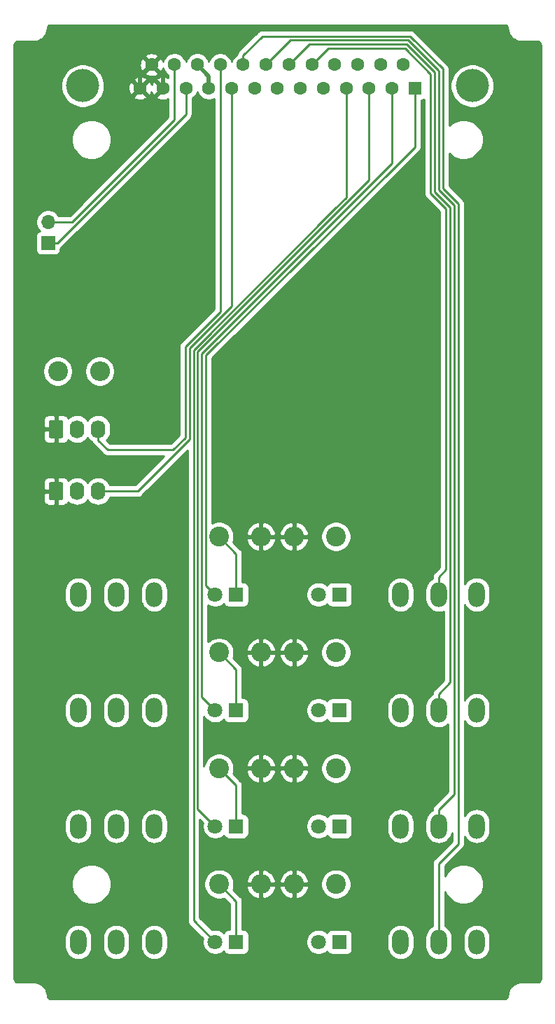
<source format=gbl>
G04 #@! TF.GenerationSoftware,KiCad,Pcbnew,5.1.5*
G04 #@! TF.CreationDate,2020-04-05T13:53:30+02:00*
G04 #@! TF.ProjectId,s7-ioboard,73372d69-6f62-46f6-9172-642e6b696361,16*
G04 #@! TF.SameCoordinates,Original*
G04 #@! TF.FileFunction,Copper,L2,Bot*
G04 #@! TF.FilePolarity,Positive*
%FSLAX46Y46*%
G04 Gerber Fmt 4.6, Leading zero omitted, Abs format (unit mm)*
G04 Created by KiCad (PCBNEW 5.1.5) date 2020-04-05 13:53:30*
%MOMM*%
%LPD*%
G04 APERTURE LIST*
%ADD10O,1.740000X2.200000*%
%ADD11C,0.100000*%
%ADD12O,2.000000X3.000000*%
%ADD13C,4.000000*%
%ADD14C,1.600000*%
%ADD15R,1.600000X1.600000*%
%ADD16O,1.700000X1.700000*%
%ADD17R,1.700000X1.700000*%
%ADD18O,2.400000X2.400000*%
%ADD19C,2.400000*%
%ADD20C,1.800000*%
%ADD21R,1.800000X1.800000*%
%ADD22C,0.500000*%
%ADD23C,0.250000*%
%ADD24C,0.254000*%
G04 APERTURE END LIST*
D10*
X88290000Y-130000000D03*
X85750000Y-130000000D03*
G04 #@! TA.AperFunction,ComponentPad*
D11*
G36*
X83854505Y-128901204D02*
G01*
X83878773Y-128904804D01*
X83902572Y-128910765D01*
X83925671Y-128919030D01*
X83947850Y-128929520D01*
X83968893Y-128942132D01*
X83988599Y-128956747D01*
X84006777Y-128973223D01*
X84023253Y-128991401D01*
X84037868Y-129011107D01*
X84050480Y-129032150D01*
X84060970Y-129054329D01*
X84069235Y-129077428D01*
X84075196Y-129101227D01*
X84078796Y-129125495D01*
X84080000Y-129149999D01*
X84080000Y-130850001D01*
X84078796Y-130874505D01*
X84075196Y-130898773D01*
X84069235Y-130922572D01*
X84060970Y-130945671D01*
X84050480Y-130967850D01*
X84037868Y-130988893D01*
X84023253Y-131008599D01*
X84006777Y-131026777D01*
X83988599Y-131043253D01*
X83968893Y-131057868D01*
X83947850Y-131070480D01*
X83925671Y-131080970D01*
X83902572Y-131089235D01*
X83878773Y-131095196D01*
X83854505Y-131098796D01*
X83830001Y-131100000D01*
X82589999Y-131100000D01*
X82565495Y-131098796D01*
X82541227Y-131095196D01*
X82517428Y-131089235D01*
X82494329Y-131080970D01*
X82472150Y-131070480D01*
X82451107Y-131057868D01*
X82431401Y-131043253D01*
X82413223Y-131026777D01*
X82396747Y-131008599D01*
X82382132Y-130988893D01*
X82369520Y-130967850D01*
X82359030Y-130945671D01*
X82350765Y-130922572D01*
X82344804Y-130898773D01*
X82341204Y-130874505D01*
X82340000Y-130850001D01*
X82340000Y-129149999D01*
X82341204Y-129125495D01*
X82344804Y-129101227D01*
X82350765Y-129077428D01*
X82359030Y-129054329D01*
X82369520Y-129032150D01*
X82382132Y-129011107D01*
X82396747Y-128991401D01*
X82413223Y-128973223D01*
X82431401Y-128956747D01*
X82451107Y-128942132D01*
X82472150Y-128929520D01*
X82494329Y-128919030D01*
X82517428Y-128910765D01*
X82541227Y-128904804D01*
X82565495Y-128901204D01*
X82589999Y-128900000D01*
X83830001Y-128900000D01*
X83854505Y-128901204D01*
G37*
G04 #@! TD.AperFunction*
D10*
X88290000Y-137500000D03*
X85750000Y-137500000D03*
G04 #@! TA.AperFunction,ComponentPad*
D11*
G36*
X83854505Y-136401204D02*
G01*
X83878773Y-136404804D01*
X83902572Y-136410765D01*
X83925671Y-136419030D01*
X83947850Y-136429520D01*
X83968893Y-136442132D01*
X83988599Y-136456747D01*
X84006777Y-136473223D01*
X84023253Y-136491401D01*
X84037868Y-136511107D01*
X84050480Y-136532150D01*
X84060970Y-136554329D01*
X84069235Y-136577428D01*
X84075196Y-136601227D01*
X84078796Y-136625495D01*
X84080000Y-136649999D01*
X84080000Y-138350001D01*
X84078796Y-138374505D01*
X84075196Y-138398773D01*
X84069235Y-138422572D01*
X84060970Y-138445671D01*
X84050480Y-138467850D01*
X84037868Y-138488893D01*
X84023253Y-138508599D01*
X84006777Y-138526777D01*
X83988599Y-138543253D01*
X83968893Y-138557868D01*
X83947850Y-138570480D01*
X83925671Y-138580970D01*
X83902572Y-138589235D01*
X83878773Y-138595196D01*
X83854505Y-138598796D01*
X83830001Y-138600000D01*
X82589999Y-138600000D01*
X82565495Y-138598796D01*
X82541227Y-138595196D01*
X82517428Y-138589235D01*
X82494329Y-138580970D01*
X82472150Y-138570480D01*
X82451107Y-138557868D01*
X82431401Y-138543253D01*
X82413223Y-138526777D01*
X82396747Y-138508599D01*
X82382132Y-138488893D01*
X82369520Y-138467850D01*
X82359030Y-138445671D01*
X82350765Y-138422572D01*
X82344804Y-138398773D01*
X82341204Y-138374505D01*
X82340000Y-138350001D01*
X82340000Y-136649999D01*
X82341204Y-136625495D01*
X82344804Y-136601227D01*
X82350765Y-136577428D01*
X82359030Y-136554329D01*
X82369520Y-136532150D01*
X82382132Y-136511107D01*
X82396747Y-136491401D01*
X82413223Y-136473223D01*
X82431401Y-136456747D01*
X82451107Y-136442132D01*
X82472150Y-136429520D01*
X82494329Y-136419030D01*
X82517428Y-136410765D01*
X82541227Y-136404804D01*
X82565495Y-136401204D01*
X82589999Y-136400000D01*
X83830001Y-136400000D01*
X83854505Y-136401204D01*
G37*
G04 #@! TD.AperFunction*
D12*
X124900000Y-192000000D03*
X129500000Y-192000000D03*
X134100000Y-192000000D03*
X124900000Y-178000000D03*
X129500000Y-178000000D03*
X134100000Y-178000000D03*
X124900000Y-164000000D03*
X129500000Y-164000000D03*
X134100000Y-164000000D03*
X124900000Y-150000000D03*
X129500000Y-150000000D03*
X134100000Y-150000000D03*
X85900000Y-192000000D03*
X90500000Y-192000000D03*
X95100000Y-192000000D03*
X85900000Y-178000000D03*
X90500000Y-178000000D03*
X95100000Y-178000000D03*
X85900000Y-164000000D03*
X90500000Y-164000000D03*
X95100000Y-164000000D03*
X85900000Y-150000000D03*
X90500000Y-150000000D03*
X95100000Y-150000000D03*
D13*
X86450000Y-88500000D03*
X133550000Y-88500000D03*
D14*
X94765000Y-85960000D03*
X97535000Y-85960000D03*
X100305000Y-85960000D03*
X103075000Y-85960000D03*
X105845000Y-85960000D03*
X108615000Y-85960000D03*
X111385000Y-85960000D03*
X114155000Y-85960000D03*
X116925000Y-85960000D03*
X119695000Y-85960000D03*
X122465000Y-85960000D03*
X125235000Y-85960000D03*
X93380000Y-88800000D03*
X96150000Y-88800000D03*
X98920000Y-88800000D03*
X101690000Y-88800000D03*
X104460000Y-88800000D03*
X107230000Y-88800000D03*
X110000000Y-88800000D03*
X112770000Y-88800000D03*
X115540000Y-88800000D03*
X118310000Y-88800000D03*
X121080000Y-88800000D03*
X123850000Y-88800000D03*
D15*
X126620000Y-88800000D03*
D16*
X82250000Y-104960000D03*
D17*
X82250000Y-107500000D03*
D18*
X88500000Y-123000000D03*
D19*
X83420000Y-123000000D03*
D18*
X108000000Y-143000000D03*
D19*
X102920000Y-143000000D03*
D18*
X108000000Y-157000000D03*
D19*
X102920000Y-157000000D03*
D18*
X108000000Y-171000000D03*
D19*
X102920000Y-171000000D03*
D18*
X108000000Y-185000000D03*
D19*
X102920000Y-185000000D03*
D18*
X112000000Y-143000000D03*
D19*
X117080000Y-143000000D03*
D18*
X112000000Y-157000000D03*
D19*
X117080000Y-157000000D03*
D18*
X112000000Y-171000000D03*
D19*
X117080000Y-171000000D03*
D18*
X112000000Y-185000000D03*
D19*
X117080000Y-185000000D03*
D20*
X102460000Y-150000000D03*
D21*
X105000000Y-150000000D03*
D20*
X102460000Y-164000000D03*
D21*
X105000000Y-164000000D03*
D20*
X102460000Y-178000000D03*
D21*
X105000000Y-178000000D03*
D20*
X102460000Y-192000000D03*
D21*
X105000000Y-192000000D03*
D20*
X114960000Y-150000000D03*
D21*
X117500000Y-150000000D03*
D20*
X114960000Y-164000000D03*
D21*
X117500000Y-164000000D03*
D20*
X114960000Y-178000000D03*
D21*
X117500000Y-178000000D03*
D20*
X114960000Y-192000000D03*
D21*
X117500000Y-192000000D03*
D22*
X101690000Y-87345000D02*
X100305000Y-85960000D01*
X101690000Y-88800000D02*
X101690000Y-87345000D01*
D23*
X103075000Y-115803640D02*
X103075000Y-85960000D01*
X98844949Y-120033691D02*
X103075000Y-115803640D01*
X98844949Y-131042890D02*
X98844949Y-120033691D01*
X97387839Y-132500000D02*
X98844949Y-131042890D01*
X88290000Y-131350000D02*
X88290000Y-130000000D01*
X89440000Y-132500000D02*
X88290000Y-131350000D01*
X97387839Y-132500000D02*
X89440000Y-132500000D01*
X129500000Y-182500000D02*
X129500000Y-192000000D01*
X131875030Y-180124970D02*
X129500000Y-182500000D01*
X131875030Y-102753670D02*
X131875030Y-180124970D01*
X130000030Y-100878670D02*
X131875030Y-102753670D01*
X130000030Y-86464668D02*
X130000030Y-100878670D01*
X108173654Y-82499976D02*
X126035338Y-82499976D01*
X105845000Y-84828630D02*
X108173654Y-82499976D01*
X126035338Y-82499976D02*
X130000030Y-86464668D01*
X105845000Y-85960000D02*
X105845000Y-84828630D01*
X131375020Y-174124980D02*
X131375020Y-102960780D01*
X129500000Y-176000000D02*
X131375020Y-174124980D01*
X131375020Y-102960780D02*
X129500020Y-101085780D01*
X129500000Y-178000000D02*
X129500000Y-176000000D01*
X129500020Y-86671778D02*
X129500020Y-101085780D01*
X125828226Y-82999984D02*
X129464121Y-86635879D01*
X108615000Y-85960000D02*
X111575016Y-82999984D01*
X111575016Y-82999984D02*
X125828226Y-82999984D01*
X130875010Y-103167890D02*
X129000010Y-101292890D01*
X130875010Y-160624990D02*
X130875010Y-103167890D01*
X129500000Y-162000000D02*
X130875010Y-160624990D01*
X129500000Y-164000000D02*
X129500000Y-162000000D01*
X129000010Y-86878888D02*
X129000010Y-101292890D01*
X125621114Y-83499992D02*
X129000010Y-86878888D01*
X113845008Y-83499992D02*
X125621114Y-83499992D01*
X111385000Y-85960000D02*
X113845008Y-83499992D01*
X129500000Y-147875000D02*
X129500000Y-150000000D01*
X130375000Y-103375000D02*
X130375000Y-147000000D01*
X130375000Y-147000000D02*
X129500000Y-147875000D01*
X128500000Y-101500000D02*
X130375000Y-103375000D01*
X128500000Y-87085998D02*
X128500000Y-101500000D01*
X114155000Y-85960000D02*
X116115000Y-84000000D01*
X125414002Y-84000000D02*
X128500000Y-87085998D01*
X116115000Y-84000000D02*
X125414002Y-84000000D01*
X99344959Y-120240801D02*
X104460000Y-115125760D01*
X104460000Y-115125760D02*
X104460000Y-88400000D01*
X99344959Y-131250000D02*
X99344959Y-120240801D01*
X93094959Y-137500000D02*
X99344959Y-131250000D01*
X93094959Y-137500000D02*
X88290000Y-137500000D01*
X99844969Y-120447911D02*
X116925000Y-103367880D01*
X102460000Y-192000000D02*
X99844969Y-189384969D01*
X99844969Y-189384969D02*
X99844969Y-120447911D01*
X118310000Y-101982880D02*
X116896440Y-103396440D01*
X118310000Y-88400000D02*
X118310000Y-101982880D01*
X100344979Y-175884979D02*
X102460000Y-178000000D01*
X100344979Y-120655021D02*
X100344979Y-175884979D01*
X121080000Y-88400000D02*
X121080000Y-99920000D01*
X121080000Y-99920000D02*
X100344979Y-120655021D01*
X100844989Y-120862131D02*
X100844989Y-162384989D01*
X100844989Y-162384989D02*
X102460000Y-164000000D01*
X123850000Y-88400000D02*
X123850000Y-97857120D01*
X123850000Y-97857120D02*
X100844989Y-120862131D01*
X124500000Y-98000000D02*
X101344999Y-121069241D01*
X126620000Y-88400000D02*
X126620000Y-95880000D01*
X101344999Y-148884999D02*
X102460000Y-150000000D01*
X101344999Y-121069241D02*
X101344999Y-148884999D01*
X126620000Y-95880000D02*
X124500000Y-98000000D01*
D22*
X93380000Y-87345000D02*
X94765000Y-85960000D01*
X93380000Y-88800000D02*
X93380000Y-87345000D01*
X96150000Y-87345000D02*
X94765000Y-85960000D01*
X96150000Y-88800000D02*
X96150000Y-87345000D01*
D23*
X105000000Y-145080000D02*
X102920000Y-143000000D01*
X105000000Y-150000000D02*
X105000000Y-145080000D01*
X105000000Y-159080000D02*
X102920000Y-157000000D01*
X105000000Y-164000000D02*
X105000000Y-159080000D01*
X105000000Y-173080000D02*
X102920000Y-171000000D01*
X105000000Y-178000000D02*
X105000000Y-173080000D01*
X105000000Y-187080000D02*
X102920000Y-185000000D01*
X105000000Y-192000000D02*
X105000000Y-187080000D01*
X82250000Y-104960000D02*
X85182880Y-104960000D01*
X97535000Y-92607880D02*
X97535000Y-85960000D01*
X85182880Y-104960000D02*
X97535000Y-92607880D01*
X98920000Y-89931370D02*
X98920000Y-88800000D01*
X98920000Y-91930000D02*
X98920000Y-89931370D01*
X83350000Y-107500000D02*
X98920000Y-91930000D01*
X82250000Y-107500000D02*
X83350000Y-107500000D01*
D24*
G36*
X137565424Y-81169580D02*
G01*
X137628356Y-81188580D01*
X137686405Y-81219445D01*
X137737343Y-81260989D01*
X137779248Y-81311644D01*
X137810515Y-81369471D01*
X137829956Y-81432272D01*
X137842824Y-81554708D01*
X137842740Y-81566801D01*
X137843640Y-81575972D01*
X137864041Y-81770069D01*
X137876068Y-81828658D01*
X137887277Y-81887423D01*
X137889941Y-81896245D01*
X137947653Y-82082683D01*
X137970838Y-82137838D01*
X137993242Y-82193291D01*
X137997568Y-82201427D01*
X138090393Y-82373104D01*
X138123846Y-82422699D01*
X138156600Y-82472753D01*
X138162424Y-82479894D01*
X138286828Y-82630272D01*
X138329263Y-82672411D01*
X138371126Y-82715161D01*
X138378227Y-82721034D01*
X138529469Y-82844384D01*
X138579277Y-82877477D01*
X138628651Y-82911284D01*
X138636757Y-82915667D01*
X138809080Y-83007292D01*
X138864392Y-83030090D01*
X138919366Y-83053652D01*
X138928169Y-83056377D01*
X139115006Y-83112786D01*
X139173686Y-83124405D01*
X139232196Y-83136842D01*
X139241361Y-83137805D01*
X139435594Y-83156850D01*
X139435598Y-83156850D01*
X139467581Y-83160000D01*
X141467721Y-83160000D01*
X141565424Y-83169580D01*
X141628356Y-83188580D01*
X141686405Y-83219445D01*
X141737343Y-83260989D01*
X141779248Y-83311644D01*
X141810515Y-83369471D01*
X141829956Y-83432272D01*
X141840000Y-83527835D01*
X141840001Y-196467711D01*
X141830420Y-196565424D01*
X141811420Y-196628357D01*
X141780554Y-196686406D01*
X141739011Y-196737343D01*
X141688356Y-196779248D01*
X141630529Y-196810515D01*
X141567728Y-196829956D01*
X141472165Y-196840000D01*
X139467581Y-196840000D01*
X139439326Y-196842783D01*
X139433199Y-196842740D01*
X139424028Y-196843640D01*
X139229931Y-196864041D01*
X139171348Y-196876066D01*
X139112577Y-196887277D01*
X139103755Y-196889941D01*
X138917317Y-196947653D01*
X138862162Y-196970838D01*
X138806709Y-196993242D01*
X138798573Y-196997568D01*
X138626896Y-197090393D01*
X138577278Y-197123861D01*
X138527247Y-197156600D01*
X138520106Y-197162424D01*
X138369728Y-197286828D01*
X138327589Y-197329263D01*
X138284839Y-197371126D01*
X138278966Y-197378227D01*
X138155616Y-197529469D01*
X138122534Y-197579262D01*
X138088716Y-197628651D01*
X138084333Y-197636757D01*
X137992708Y-197809079D01*
X137969909Y-197864394D01*
X137946348Y-197919366D01*
X137943623Y-197928169D01*
X137887214Y-198115005D01*
X137875594Y-198173693D01*
X137863158Y-198232196D01*
X137862195Y-198241361D01*
X137843150Y-198435595D01*
X137830420Y-198565424D01*
X137811420Y-198628357D01*
X137780554Y-198686406D01*
X137739011Y-198737343D01*
X137688356Y-198779248D01*
X137630529Y-198810515D01*
X137567728Y-198829956D01*
X137472165Y-198840000D01*
X82532279Y-198840000D01*
X82434576Y-198830420D01*
X82371643Y-198811420D01*
X82313594Y-198780554D01*
X82262657Y-198739011D01*
X82220752Y-198688356D01*
X82189485Y-198630529D01*
X82170044Y-198567728D01*
X82157176Y-198445292D01*
X82157260Y-198433199D01*
X82156360Y-198424028D01*
X82135959Y-198229931D01*
X82123934Y-198171348D01*
X82112723Y-198112577D01*
X82110059Y-198103755D01*
X82052347Y-197917317D01*
X82029162Y-197862162D01*
X82006758Y-197806709D01*
X82002432Y-197798573D01*
X81909607Y-197626896D01*
X81876139Y-197577278D01*
X81843400Y-197527247D01*
X81837576Y-197520106D01*
X81713172Y-197369728D01*
X81670737Y-197327589D01*
X81628874Y-197284839D01*
X81621773Y-197278966D01*
X81470531Y-197155616D01*
X81420738Y-197122534D01*
X81371349Y-197088716D01*
X81363243Y-197084333D01*
X81190921Y-196992708D01*
X81135606Y-196969909D01*
X81080634Y-196946348D01*
X81071831Y-196943623D01*
X80884995Y-196887214D01*
X80826307Y-196875594D01*
X80767804Y-196863158D01*
X80758639Y-196862195D01*
X80564405Y-196843150D01*
X80564402Y-196843150D01*
X80532419Y-196840000D01*
X78532279Y-196840000D01*
X78434576Y-196830420D01*
X78371643Y-196811420D01*
X78313594Y-196780554D01*
X78262657Y-196739011D01*
X78220752Y-196688356D01*
X78189485Y-196630529D01*
X78170044Y-196567728D01*
X78160000Y-196472165D01*
X78160000Y-191419679D01*
X84265000Y-191419679D01*
X84265000Y-192580322D01*
X84288657Y-192820516D01*
X84382148Y-193128715D01*
X84533970Y-193412752D01*
X84738287Y-193661714D01*
X84987249Y-193866031D01*
X85271286Y-194017852D01*
X85579485Y-194111343D01*
X85900000Y-194142911D01*
X86220516Y-194111343D01*
X86528715Y-194017852D01*
X86812752Y-193866031D01*
X87061714Y-193661714D01*
X87266031Y-193412752D01*
X87417852Y-193128715D01*
X87511343Y-192820516D01*
X87535000Y-192580322D01*
X87535000Y-191419679D01*
X88865000Y-191419679D01*
X88865000Y-192580322D01*
X88888657Y-192820516D01*
X88982148Y-193128715D01*
X89133970Y-193412752D01*
X89338287Y-193661714D01*
X89587249Y-193866031D01*
X89871286Y-194017852D01*
X90179485Y-194111343D01*
X90500000Y-194142911D01*
X90820516Y-194111343D01*
X91128715Y-194017852D01*
X91412752Y-193866031D01*
X91661714Y-193661714D01*
X91866031Y-193412752D01*
X92017852Y-193128715D01*
X92111343Y-192820516D01*
X92135000Y-192580322D01*
X92135000Y-191419679D01*
X93465000Y-191419679D01*
X93465000Y-192580322D01*
X93488657Y-192820516D01*
X93582148Y-193128715D01*
X93733970Y-193412752D01*
X93938287Y-193661714D01*
X94187249Y-193866031D01*
X94471286Y-194017852D01*
X94779485Y-194111343D01*
X95100000Y-194142911D01*
X95420516Y-194111343D01*
X95728715Y-194017852D01*
X96012752Y-193866031D01*
X96261714Y-193661714D01*
X96466031Y-193412752D01*
X96617852Y-193128715D01*
X96711343Y-192820516D01*
X96735000Y-192580322D01*
X96735000Y-191419678D01*
X96711343Y-191179484D01*
X96617852Y-190871285D01*
X96466031Y-190587248D01*
X96261714Y-190338286D01*
X96012751Y-190133969D01*
X95728714Y-189982148D01*
X95420515Y-189888657D01*
X95100000Y-189857089D01*
X94779484Y-189888657D01*
X94471285Y-189982148D01*
X94187248Y-190133969D01*
X93938286Y-190338286D01*
X93733969Y-190587249D01*
X93582148Y-190871286D01*
X93488657Y-191179485D01*
X93465000Y-191419679D01*
X92135000Y-191419679D01*
X92135000Y-191419678D01*
X92111343Y-191179484D01*
X92017852Y-190871285D01*
X91866031Y-190587248D01*
X91661714Y-190338286D01*
X91412751Y-190133969D01*
X91128714Y-189982148D01*
X90820515Y-189888657D01*
X90500000Y-189857089D01*
X90179484Y-189888657D01*
X89871285Y-189982148D01*
X89587248Y-190133969D01*
X89338286Y-190338286D01*
X89133969Y-190587249D01*
X88982148Y-190871286D01*
X88888657Y-191179485D01*
X88865000Y-191419679D01*
X87535000Y-191419679D01*
X87535000Y-191419678D01*
X87511343Y-191179484D01*
X87417852Y-190871285D01*
X87266031Y-190587248D01*
X87061714Y-190338286D01*
X86812751Y-190133969D01*
X86528714Y-189982148D01*
X86220515Y-189888657D01*
X85900000Y-189857089D01*
X85579484Y-189888657D01*
X85271285Y-189982148D01*
X84987248Y-190133969D01*
X84738286Y-190338286D01*
X84533969Y-190587249D01*
X84382148Y-190871286D01*
X84288657Y-191179485D01*
X84265000Y-191419679D01*
X78160000Y-191419679D01*
X78160000Y-184761818D01*
X85081701Y-184761818D01*
X85081701Y-185238182D01*
X85174635Y-185705392D01*
X85356931Y-186145494D01*
X85621585Y-186541576D01*
X85958424Y-186878415D01*
X86354506Y-187143069D01*
X86794608Y-187325365D01*
X87261818Y-187418299D01*
X87738182Y-187418299D01*
X88205392Y-187325365D01*
X88645494Y-187143069D01*
X89041576Y-186878415D01*
X89378415Y-186541576D01*
X89643069Y-186145494D01*
X89825365Y-185705392D01*
X89918299Y-185238182D01*
X89918299Y-184761818D01*
X89825365Y-184294608D01*
X89643069Y-183854506D01*
X89378415Y-183458424D01*
X89041576Y-183121585D01*
X88645494Y-182856931D01*
X88205392Y-182674635D01*
X87738182Y-182581701D01*
X87261818Y-182581701D01*
X86794608Y-182674635D01*
X86354506Y-182856931D01*
X85958424Y-183121585D01*
X85621585Y-183458424D01*
X85356931Y-183854506D01*
X85174635Y-184294608D01*
X85081701Y-184761818D01*
X78160000Y-184761818D01*
X78160000Y-177419679D01*
X84265000Y-177419679D01*
X84265000Y-178580322D01*
X84288657Y-178820516D01*
X84382148Y-179128715D01*
X84533970Y-179412752D01*
X84738287Y-179661714D01*
X84987249Y-179866031D01*
X85271286Y-180017852D01*
X85579485Y-180111343D01*
X85900000Y-180142911D01*
X86220516Y-180111343D01*
X86528715Y-180017852D01*
X86812752Y-179866031D01*
X87061714Y-179661714D01*
X87266031Y-179412752D01*
X87417852Y-179128715D01*
X87511343Y-178820516D01*
X87535000Y-178580322D01*
X87535000Y-177419679D01*
X88865000Y-177419679D01*
X88865000Y-178580322D01*
X88888657Y-178820516D01*
X88982148Y-179128715D01*
X89133970Y-179412752D01*
X89338287Y-179661714D01*
X89587249Y-179866031D01*
X89871286Y-180017852D01*
X90179485Y-180111343D01*
X90500000Y-180142911D01*
X90820516Y-180111343D01*
X91128715Y-180017852D01*
X91412752Y-179866031D01*
X91661714Y-179661714D01*
X91866031Y-179412752D01*
X92017852Y-179128715D01*
X92111343Y-178820516D01*
X92135000Y-178580322D01*
X92135000Y-177419679D01*
X93465000Y-177419679D01*
X93465000Y-178580322D01*
X93488657Y-178820516D01*
X93582148Y-179128715D01*
X93733970Y-179412752D01*
X93938287Y-179661714D01*
X94187249Y-179866031D01*
X94471286Y-180017852D01*
X94779485Y-180111343D01*
X95100000Y-180142911D01*
X95420516Y-180111343D01*
X95728715Y-180017852D01*
X96012752Y-179866031D01*
X96261714Y-179661714D01*
X96466031Y-179412752D01*
X96617852Y-179128715D01*
X96711343Y-178820516D01*
X96735000Y-178580322D01*
X96735000Y-177419678D01*
X96711343Y-177179484D01*
X96617852Y-176871285D01*
X96466031Y-176587248D01*
X96261714Y-176338286D01*
X96012751Y-176133969D01*
X95728714Y-175982148D01*
X95420515Y-175888657D01*
X95100000Y-175857089D01*
X94779484Y-175888657D01*
X94471285Y-175982148D01*
X94187248Y-176133969D01*
X93938286Y-176338286D01*
X93733969Y-176587249D01*
X93582148Y-176871286D01*
X93488657Y-177179485D01*
X93465000Y-177419679D01*
X92135000Y-177419679D01*
X92135000Y-177419678D01*
X92111343Y-177179484D01*
X92017852Y-176871285D01*
X91866031Y-176587248D01*
X91661714Y-176338286D01*
X91412751Y-176133969D01*
X91128714Y-175982148D01*
X90820515Y-175888657D01*
X90500000Y-175857089D01*
X90179484Y-175888657D01*
X89871285Y-175982148D01*
X89587248Y-176133969D01*
X89338286Y-176338286D01*
X89133969Y-176587249D01*
X88982148Y-176871286D01*
X88888657Y-177179485D01*
X88865000Y-177419679D01*
X87535000Y-177419679D01*
X87535000Y-177419678D01*
X87511343Y-177179484D01*
X87417852Y-176871285D01*
X87266031Y-176587248D01*
X87061714Y-176338286D01*
X86812751Y-176133969D01*
X86528714Y-175982148D01*
X86220515Y-175888657D01*
X85900000Y-175857089D01*
X85579484Y-175888657D01*
X85271285Y-175982148D01*
X84987248Y-176133969D01*
X84738286Y-176338286D01*
X84533969Y-176587249D01*
X84382148Y-176871286D01*
X84288657Y-177179485D01*
X84265000Y-177419679D01*
X78160000Y-177419679D01*
X78160000Y-163419679D01*
X84265000Y-163419679D01*
X84265000Y-164580322D01*
X84288657Y-164820516D01*
X84382148Y-165128715D01*
X84533970Y-165412752D01*
X84738287Y-165661714D01*
X84987249Y-165866031D01*
X85271286Y-166017852D01*
X85579485Y-166111343D01*
X85900000Y-166142911D01*
X86220516Y-166111343D01*
X86528715Y-166017852D01*
X86812752Y-165866031D01*
X87061714Y-165661714D01*
X87266031Y-165412752D01*
X87417852Y-165128715D01*
X87511343Y-164820516D01*
X87535000Y-164580322D01*
X87535000Y-163419679D01*
X88865000Y-163419679D01*
X88865000Y-164580322D01*
X88888657Y-164820516D01*
X88982148Y-165128715D01*
X89133970Y-165412752D01*
X89338287Y-165661714D01*
X89587249Y-165866031D01*
X89871286Y-166017852D01*
X90179485Y-166111343D01*
X90500000Y-166142911D01*
X90820516Y-166111343D01*
X91128715Y-166017852D01*
X91412752Y-165866031D01*
X91661714Y-165661714D01*
X91866031Y-165412752D01*
X92017852Y-165128715D01*
X92111343Y-164820516D01*
X92135000Y-164580322D01*
X92135000Y-163419679D01*
X93465000Y-163419679D01*
X93465000Y-164580322D01*
X93488657Y-164820516D01*
X93582148Y-165128715D01*
X93733970Y-165412752D01*
X93938287Y-165661714D01*
X94187249Y-165866031D01*
X94471286Y-166017852D01*
X94779485Y-166111343D01*
X95100000Y-166142911D01*
X95420516Y-166111343D01*
X95728715Y-166017852D01*
X96012752Y-165866031D01*
X96261714Y-165661714D01*
X96466031Y-165412752D01*
X96617852Y-165128715D01*
X96711343Y-164820516D01*
X96735000Y-164580322D01*
X96735000Y-163419678D01*
X96711343Y-163179484D01*
X96617852Y-162871285D01*
X96466031Y-162587248D01*
X96261714Y-162338286D01*
X96012751Y-162133969D01*
X95728714Y-161982148D01*
X95420515Y-161888657D01*
X95100000Y-161857089D01*
X94779484Y-161888657D01*
X94471285Y-161982148D01*
X94187248Y-162133969D01*
X93938286Y-162338286D01*
X93733969Y-162587249D01*
X93582148Y-162871286D01*
X93488657Y-163179485D01*
X93465000Y-163419679D01*
X92135000Y-163419679D01*
X92135000Y-163419678D01*
X92111343Y-163179484D01*
X92017852Y-162871285D01*
X91866031Y-162587248D01*
X91661714Y-162338286D01*
X91412751Y-162133969D01*
X91128714Y-161982148D01*
X90820515Y-161888657D01*
X90500000Y-161857089D01*
X90179484Y-161888657D01*
X89871285Y-161982148D01*
X89587248Y-162133969D01*
X89338286Y-162338286D01*
X89133969Y-162587249D01*
X88982148Y-162871286D01*
X88888657Y-163179485D01*
X88865000Y-163419679D01*
X87535000Y-163419679D01*
X87535000Y-163419678D01*
X87511343Y-163179484D01*
X87417852Y-162871285D01*
X87266031Y-162587248D01*
X87061714Y-162338286D01*
X86812751Y-162133969D01*
X86528714Y-161982148D01*
X86220515Y-161888657D01*
X85900000Y-161857089D01*
X85579484Y-161888657D01*
X85271285Y-161982148D01*
X84987248Y-162133969D01*
X84738286Y-162338286D01*
X84533969Y-162587249D01*
X84382148Y-162871286D01*
X84288657Y-163179485D01*
X84265000Y-163419679D01*
X78160000Y-163419679D01*
X78160000Y-149419679D01*
X84265000Y-149419679D01*
X84265000Y-150580322D01*
X84288657Y-150820516D01*
X84382148Y-151128715D01*
X84533970Y-151412752D01*
X84738287Y-151661714D01*
X84987249Y-151866031D01*
X85271286Y-152017852D01*
X85579485Y-152111343D01*
X85900000Y-152142911D01*
X86220516Y-152111343D01*
X86528715Y-152017852D01*
X86812752Y-151866031D01*
X87061714Y-151661714D01*
X87266031Y-151412752D01*
X87417852Y-151128715D01*
X87511343Y-150820516D01*
X87535000Y-150580322D01*
X87535000Y-149419679D01*
X88865000Y-149419679D01*
X88865000Y-150580322D01*
X88888657Y-150820516D01*
X88982148Y-151128715D01*
X89133970Y-151412752D01*
X89338287Y-151661714D01*
X89587249Y-151866031D01*
X89871286Y-152017852D01*
X90179485Y-152111343D01*
X90500000Y-152142911D01*
X90820516Y-152111343D01*
X91128715Y-152017852D01*
X91412752Y-151866031D01*
X91661714Y-151661714D01*
X91866031Y-151412752D01*
X92017852Y-151128715D01*
X92111343Y-150820516D01*
X92135000Y-150580322D01*
X92135000Y-149419679D01*
X93465000Y-149419679D01*
X93465000Y-150580322D01*
X93488657Y-150820516D01*
X93582148Y-151128715D01*
X93733970Y-151412752D01*
X93938287Y-151661714D01*
X94187249Y-151866031D01*
X94471286Y-152017852D01*
X94779485Y-152111343D01*
X95100000Y-152142911D01*
X95420516Y-152111343D01*
X95728715Y-152017852D01*
X96012752Y-151866031D01*
X96261714Y-151661714D01*
X96466031Y-151412752D01*
X96617852Y-151128715D01*
X96711343Y-150820516D01*
X96735000Y-150580322D01*
X96735000Y-149419678D01*
X96711343Y-149179484D01*
X96617852Y-148871285D01*
X96466031Y-148587248D01*
X96261714Y-148338286D01*
X96012751Y-148133969D01*
X95728714Y-147982148D01*
X95420515Y-147888657D01*
X95100000Y-147857089D01*
X94779484Y-147888657D01*
X94471285Y-147982148D01*
X94187248Y-148133969D01*
X93938286Y-148338286D01*
X93733969Y-148587249D01*
X93582148Y-148871286D01*
X93488657Y-149179485D01*
X93465000Y-149419679D01*
X92135000Y-149419679D01*
X92135000Y-149419678D01*
X92111343Y-149179484D01*
X92017852Y-148871285D01*
X91866031Y-148587248D01*
X91661714Y-148338286D01*
X91412751Y-148133969D01*
X91128714Y-147982148D01*
X90820515Y-147888657D01*
X90500000Y-147857089D01*
X90179484Y-147888657D01*
X89871285Y-147982148D01*
X89587248Y-148133969D01*
X89338286Y-148338286D01*
X89133969Y-148587249D01*
X88982148Y-148871286D01*
X88888657Y-149179485D01*
X88865000Y-149419679D01*
X87535000Y-149419679D01*
X87535000Y-149419678D01*
X87511343Y-149179484D01*
X87417852Y-148871285D01*
X87266031Y-148587248D01*
X87061714Y-148338286D01*
X86812751Y-148133969D01*
X86528714Y-147982148D01*
X86220515Y-147888657D01*
X85900000Y-147857089D01*
X85579484Y-147888657D01*
X85271285Y-147982148D01*
X84987248Y-148133969D01*
X84738286Y-148338286D01*
X84533969Y-148587249D01*
X84382148Y-148871286D01*
X84288657Y-149179485D01*
X84265000Y-149419679D01*
X78160000Y-149419679D01*
X78160000Y-138600000D01*
X81701928Y-138600000D01*
X81714188Y-138724482D01*
X81750498Y-138844180D01*
X81809463Y-138954494D01*
X81888815Y-139051185D01*
X81985506Y-139130537D01*
X82095820Y-139189502D01*
X82215518Y-139225812D01*
X82340000Y-139238072D01*
X82924250Y-139235000D01*
X83083000Y-139076250D01*
X83083000Y-137627000D01*
X81863750Y-137627000D01*
X81705000Y-137785750D01*
X81701928Y-138600000D01*
X78160000Y-138600000D01*
X78160000Y-136400000D01*
X81701928Y-136400000D01*
X81705000Y-137214250D01*
X81863750Y-137373000D01*
X83083000Y-137373000D01*
X83083000Y-135923750D01*
X82924250Y-135765000D01*
X82340000Y-135761928D01*
X82215518Y-135774188D01*
X82095820Y-135810498D01*
X81985506Y-135869463D01*
X81888815Y-135948815D01*
X81809463Y-136045506D01*
X81750498Y-136155820D01*
X81714188Y-136275518D01*
X81701928Y-136400000D01*
X78160000Y-136400000D01*
X78160000Y-131100000D01*
X81701928Y-131100000D01*
X81714188Y-131224482D01*
X81750498Y-131344180D01*
X81809463Y-131454494D01*
X81888815Y-131551185D01*
X81985506Y-131630537D01*
X82095820Y-131689502D01*
X82215518Y-131725812D01*
X82340000Y-131738072D01*
X82924250Y-131735000D01*
X83083000Y-131576250D01*
X83083000Y-130127000D01*
X81863750Y-130127000D01*
X81705000Y-130285750D01*
X81701928Y-131100000D01*
X78160000Y-131100000D01*
X78160000Y-128900000D01*
X81701928Y-128900000D01*
X81705000Y-129714250D01*
X81863750Y-129873000D01*
X83083000Y-129873000D01*
X83083000Y-128423750D01*
X82924250Y-128265000D01*
X82340000Y-128261928D01*
X82215518Y-128274188D01*
X82095820Y-128310498D01*
X81985506Y-128369463D01*
X81888815Y-128448815D01*
X81809463Y-128545506D01*
X81750498Y-128655820D01*
X81714188Y-128775518D01*
X81701928Y-128900000D01*
X78160000Y-128900000D01*
X78160000Y-122819268D01*
X81585000Y-122819268D01*
X81585000Y-123180732D01*
X81655518Y-123535250D01*
X81793844Y-123869199D01*
X81994662Y-124169744D01*
X82250256Y-124425338D01*
X82550801Y-124626156D01*
X82884750Y-124764482D01*
X83239268Y-124835000D01*
X83600732Y-124835000D01*
X83955250Y-124764482D01*
X84289199Y-124626156D01*
X84589744Y-124425338D01*
X84845338Y-124169744D01*
X85046156Y-123869199D01*
X85184482Y-123535250D01*
X85255000Y-123180732D01*
X85255000Y-122819268D01*
X86665000Y-122819268D01*
X86665000Y-123180732D01*
X86735518Y-123535250D01*
X86873844Y-123869199D01*
X87074662Y-124169744D01*
X87330256Y-124425338D01*
X87630801Y-124626156D01*
X87964750Y-124764482D01*
X88319268Y-124835000D01*
X88680732Y-124835000D01*
X89035250Y-124764482D01*
X89369199Y-124626156D01*
X89669744Y-124425338D01*
X89925338Y-124169744D01*
X90126156Y-123869199D01*
X90264482Y-123535250D01*
X90335000Y-123180732D01*
X90335000Y-122819268D01*
X90264482Y-122464750D01*
X90126156Y-122130801D01*
X89925338Y-121830256D01*
X89669744Y-121574662D01*
X89369199Y-121373844D01*
X89035250Y-121235518D01*
X88680732Y-121165000D01*
X88319268Y-121165000D01*
X87964750Y-121235518D01*
X87630801Y-121373844D01*
X87330256Y-121574662D01*
X87074662Y-121830256D01*
X86873844Y-122130801D01*
X86735518Y-122464750D01*
X86665000Y-122819268D01*
X85255000Y-122819268D01*
X85184482Y-122464750D01*
X85046156Y-122130801D01*
X84845338Y-121830256D01*
X84589744Y-121574662D01*
X84289199Y-121373844D01*
X83955250Y-121235518D01*
X83600732Y-121165000D01*
X83239268Y-121165000D01*
X82884750Y-121235518D01*
X82550801Y-121373844D01*
X82250256Y-121574662D01*
X81994662Y-121830256D01*
X81793844Y-122130801D01*
X81655518Y-122464750D01*
X81585000Y-122819268D01*
X78160000Y-122819268D01*
X78160000Y-106650000D01*
X80761928Y-106650000D01*
X80761928Y-108350000D01*
X80774188Y-108474482D01*
X80810498Y-108594180D01*
X80869463Y-108704494D01*
X80948815Y-108801185D01*
X81045506Y-108880537D01*
X81155820Y-108939502D01*
X81275518Y-108975812D01*
X81400000Y-108988072D01*
X83100000Y-108988072D01*
X83224482Y-108975812D01*
X83344180Y-108939502D01*
X83454494Y-108880537D01*
X83551185Y-108801185D01*
X83630537Y-108704494D01*
X83689502Y-108594180D01*
X83725812Y-108474482D01*
X83738072Y-108350000D01*
X83738072Y-108154326D01*
X83774276Y-108134974D01*
X83890001Y-108040001D01*
X83913804Y-108010997D01*
X99431004Y-92493798D01*
X99460001Y-92470001D01*
X99554974Y-92354276D01*
X99625546Y-92222247D01*
X99669003Y-92078986D01*
X99680000Y-91967333D01*
X99680000Y-91967324D01*
X99683676Y-91930001D01*
X99680000Y-91892678D01*
X99680000Y-90018043D01*
X99834759Y-89914637D01*
X100034637Y-89714759D01*
X100191680Y-89479727D01*
X100299853Y-89218574D01*
X100305000Y-89192699D01*
X100310147Y-89218574D01*
X100418320Y-89479727D01*
X100575363Y-89714759D01*
X100775241Y-89914637D01*
X101010273Y-90071680D01*
X101271426Y-90179853D01*
X101548665Y-90235000D01*
X101831335Y-90235000D01*
X102108574Y-90179853D01*
X102315001Y-90094348D01*
X102315000Y-115488837D01*
X98333947Y-119469892D01*
X98304949Y-119493690D01*
X98281151Y-119522688D01*
X98281150Y-119522689D01*
X98209975Y-119609415D01*
X98139403Y-119741445D01*
X98117717Y-119812937D01*
X98095947Y-119884705D01*
X98090805Y-119936909D01*
X98081273Y-120033691D01*
X98084950Y-120071023D01*
X98084949Y-130728088D01*
X97073038Y-131740000D01*
X89754802Y-131740000D01*
X89334520Y-131319718D01*
X89359345Y-131299345D01*
X89547417Y-131070179D01*
X89687166Y-130808724D01*
X89773224Y-130525031D01*
X89795000Y-130303935D01*
X89795000Y-129696064D01*
X89773224Y-129474968D01*
X89687166Y-129191275D01*
X89547417Y-128929821D01*
X89359345Y-128700655D01*
X89130178Y-128512583D01*
X88868724Y-128372834D01*
X88585031Y-128286776D01*
X88290000Y-128257718D01*
X87994968Y-128286776D01*
X87711275Y-128372834D01*
X87449821Y-128512583D01*
X87220655Y-128700655D01*
X87032583Y-128929822D01*
X87020000Y-128953363D01*
X87007417Y-128929821D01*
X86819345Y-128700655D01*
X86590178Y-128512583D01*
X86328724Y-128372834D01*
X86045031Y-128286776D01*
X85750000Y-128257718D01*
X85454968Y-128286776D01*
X85171275Y-128372834D01*
X84909821Y-128512583D01*
X84682615Y-128699047D01*
X84669502Y-128655820D01*
X84610537Y-128545506D01*
X84531185Y-128448815D01*
X84434494Y-128369463D01*
X84324180Y-128310498D01*
X84204482Y-128274188D01*
X84080000Y-128261928D01*
X83495750Y-128265000D01*
X83337000Y-128423750D01*
X83337000Y-129873000D01*
X83357000Y-129873000D01*
X83357000Y-130127000D01*
X83337000Y-130127000D01*
X83337000Y-131576250D01*
X83495750Y-131735000D01*
X84080000Y-131738072D01*
X84204482Y-131725812D01*
X84324180Y-131689502D01*
X84434494Y-131630537D01*
X84531185Y-131551185D01*
X84610537Y-131454494D01*
X84669502Y-131344180D01*
X84682615Y-131300953D01*
X84909822Y-131487417D01*
X85171276Y-131627166D01*
X85454969Y-131713224D01*
X85750000Y-131742282D01*
X86045032Y-131713224D01*
X86328725Y-131627166D01*
X86590179Y-131487417D01*
X86819345Y-131299345D01*
X87007417Y-131070179D01*
X87020000Y-131046638D01*
X87032583Y-131070179D01*
X87220655Y-131299345D01*
X87449822Y-131487417D01*
X87554453Y-131543343D01*
X87579880Y-131627166D01*
X87584454Y-131642246D01*
X87655026Y-131774276D01*
X87671586Y-131794454D01*
X87749999Y-131890001D01*
X87779003Y-131913804D01*
X88876201Y-133011003D01*
X88899999Y-133040001D01*
X88928997Y-133063799D01*
X89015724Y-133134974D01*
X89147753Y-133205546D01*
X89291014Y-133249003D01*
X89440000Y-133263677D01*
X89477333Y-133260000D01*
X96260157Y-133260000D01*
X92780158Y-136740000D01*
X89701947Y-136740000D01*
X89687166Y-136691275D01*
X89547417Y-136429821D01*
X89359345Y-136200655D01*
X89130178Y-136012583D01*
X88868724Y-135872834D01*
X88585031Y-135786776D01*
X88290000Y-135757718D01*
X87994968Y-135786776D01*
X87711275Y-135872834D01*
X87449821Y-136012583D01*
X87220655Y-136200655D01*
X87032583Y-136429822D01*
X87020000Y-136453363D01*
X87007417Y-136429821D01*
X86819345Y-136200655D01*
X86590178Y-136012583D01*
X86328724Y-135872834D01*
X86045031Y-135786776D01*
X85750000Y-135757718D01*
X85454968Y-135786776D01*
X85171275Y-135872834D01*
X84909821Y-136012583D01*
X84682615Y-136199047D01*
X84669502Y-136155820D01*
X84610537Y-136045506D01*
X84531185Y-135948815D01*
X84434494Y-135869463D01*
X84324180Y-135810498D01*
X84204482Y-135774188D01*
X84080000Y-135761928D01*
X83495750Y-135765000D01*
X83337000Y-135923750D01*
X83337000Y-137373000D01*
X83357000Y-137373000D01*
X83357000Y-137627000D01*
X83337000Y-137627000D01*
X83337000Y-139076250D01*
X83495750Y-139235000D01*
X84080000Y-139238072D01*
X84204482Y-139225812D01*
X84324180Y-139189502D01*
X84434494Y-139130537D01*
X84531185Y-139051185D01*
X84610537Y-138954494D01*
X84669502Y-138844180D01*
X84682615Y-138800953D01*
X84909822Y-138987417D01*
X85171276Y-139127166D01*
X85454969Y-139213224D01*
X85750000Y-139242282D01*
X86045032Y-139213224D01*
X86328725Y-139127166D01*
X86590179Y-138987417D01*
X86819345Y-138799345D01*
X87007417Y-138570179D01*
X87020000Y-138546638D01*
X87032583Y-138570179D01*
X87220655Y-138799345D01*
X87449822Y-138987417D01*
X87711276Y-139127166D01*
X87994969Y-139213224D01*
X88290000Y-139242282D01*
X88585032Y-139213224D01*
X88868725Y-139127166D01*
X89130179Y-138987417D01*
X89359345Y-138799345D01*
X89547417Y-138570179D01*
X89687166Y-138308724D01*
X89701946Y-138260000D01*
X93057637Y-138260000D01*
X93094959Y-138263676D01*
X93132281Y-138260000D01*
X93132292Y-138260000D01*
X93243945Y-138249003D01*
X93387206Y-138205546D01*
X93519235Y-138134974D01*
X93634960Y-138040001D01*
X93658763Y-138010997D01*
X99084970Y-132584791D01*
X99084969Y-189347647D01*
X99081293Y-189384969D01*
X99084969Y-189422291D01*
X99084969Y-189422301D01*
X99095966Y-189533954D01*
X99139423Y-189677215D01*
X99209995Y-189809245D01*
X99249260Y-189857089D01*
X99304968Y-189924970D01*
X99333972Y-189948773D01*
X100976269Y-191591070D01*
X100925000Y-191848816D01*
X100925000Y-192151184D01*
X100983989Y-192447743D01*
X101099701Y-192727095D01*
X101267688Y-192978505D01*
X101481495Y-193192312D01*
X101732905Y-193360299D01*
X102012257Y-193476011D01*
X102308816Y-193535000D01*
X102611184Y-193535000D01*
X102907743Y-193476011D01*
X103187095Y-193360299D01*
X103438505Y-193192312D01*
X103504944Y-193125873D01*
X103510498Y-193144180D01*
X103569463Y-193254494D01*
X103648815Y-193351185D01*
X103745506Y-193430537D01*
X103855820Y-193489502D01*
X103975518Y-193525812D01*
X104100000Y-193538072D01*
X105900000Y-193538072D01*
X106024482Y-193525812D01*
X106144180Y-193489502D01*
X106254494Y-193430537D01*
X106351185Y-193351185D01*
X106430537Y-193254494D01*
X106489502Y-193144180D01*
X106525812Y-193024482D01*
X106538072Y-192900000D01*
X106538072Y-191848816D01*
X113425000Y-191848816D01*
X113425000Y-192151184D01*
X113483989Y-192447743D01*
X113599701Y-192727095D01*
X113767688Y-192978505D01*
X113981495Y-193192312D01*
X114232905Y-193360299D01*
X114512257Y-193476011D01*
X114808816Y-193535000D01*
X115111184Y-193535000D01*
X115407743Y-193476011D01*
X115687095Y-193360299D01*
X115938505Y-193192312D01*
X116004944Y-193125873D01*
X116010498Y-193144180D01*
X116069463Y-193254494D01*
X116148815Y-193351185D01*
X116245506Y-193430537D01*
X116355820Y-193489502D01*
X116475518Y-193525812D01*
X116600000Y-193538072D01*
X118400000Y-193538072D01*
X118524482Y-193525812D01*
X118644180Y-193489502D01*
X118754494Y-193430537D01*
X118851185Y-193351185D01*
X118930537Y-193254494D01*
X118989502Y-193144180D01*
X119025812Y-193024482D01*
X119038072Y-192900000D01*
X119038072Y-191419679D01*
X123265000Y-191419679D01*
X123265000Y-192580322D01*
X123288657Y-192820516D01*
X123382148Y-193128715D01*
X123533970Y-193412752D01*
X123738287Y-193661714D01*
X123987249Y-193866031D01*
X124271286Y-194017852D01*
X124579485Y-194111343D01*
X124900000Y-194142911D01*
X125220516Y-194111343D01*
X125528715Y-194017852D01*
X125812752Y-193866031D01*
X126061714Y-193661714D01*
X126266031Y-193412752D01*
X126417852Y-193128715D01*
X126511343Y-192820516D01*
X126535000Y-192580322D01*
X126535000Y-191419678D01*
X126511343Y-191179484D01*
X126417852Y-190871285D01*
X126266031Y-190587248D01*
X126061714Y-190338286D01*
X125812751Y-190133969D01*
X125528714Y-189982148D01*
X125220515Y-189888657D01*
X124900000Y-189857089D01*
X124579484Y-189888657D01*
X124271285Y-189982148D01*
X123987248Y-190133969D01*
X123738286Y-190338286D01*
X123533969Y-190587249D01*
X123382148Y-190871286D01*
X123288657Y-191179485D01*
X123265000Y-191419679D01*
X119038072Y-191419679D01*
X119038072Y-191100000D01*
X119025812Y-190975518D01*
X118989502Y-190855820D01*
X118930537Y-190745506D01*
X118851185Y-190648815D01*
X118754494Y-190569463D01*
X118644180Y-190510498D01*
X118524482Y-190474188D01*
X118400000Y-190461928D01*
X116600000Y-190461928D01*
X116475518Y-190474188D01*
X116355820Y-190510498D01*
X116245506Y-190569463D01*
X116148815Y-190648815D01*
X116069463Y-190745506D01*
X116010498Y-190855820D01*
X116004944Y-190874127D01*
X115938505Y-190807688D01*
X115687095Y-190639701D01*
X115407743Y-190523989D01*
X115111184Y-190465000D01*
X114808816Y-190465000D01*
X114512257Y-190523989D01*
X114232905Y-190639701D01*
X113981495Y-190807688D01*
X113767688Y-191021495D01*
X113599701Y-191272905D01*
X113483989Y-191552257D01*
X113425000Y-191848816D01*
X106538072Y-191848816D01*
X106538072Y-191100000D01*
X106525812Y-190975518D01*
X106489502Y-190855820D01*
X106430537Y-190745506D01*
X106351185Y-190648815D01*
X106254494Y-190569463D01*
X106144180Y-190510498D01*
X106024482Y-190474188D01*
X105900000Y-190461928D01*
X105760000Y-190461928D01*
X105760000Y-187117322D01*
X105763676Y-187079999D01*
X105760000Y-187042676D01*
X105760000Y-187042667D01*
X105749003Y-186931014D01*
X105705546Y-186787753D01*
X105634974Y-186655724D01*
X105540001Y-186539999D01*
X105511003Y-186516201D01*
X104639250Y-185644449D01*
X104684482Y-185535250D01*
X104709036Y-185411805D01*
X106211805Y-185411805D01*
X106284379Y-185651066D01*
X106444361Y-185973257D01*
X106664125Y-186258046D01*
X106935226Y-186494489D01*
X107247246Y-186673500D01*
X107588194Y-186788199D01*
X107873000Y-186671854D01*
X107873000Y-185127000D01*
X108127000Y-185127000D01*
X108127000Y-186671854D01*
X108411806Y-186788199D01*
X108752754Y-186673500D01*
X109064774Y-186494489D01*
X109335875Y-186258046D01*
X109555639Y-185973257D01*
X109715621Y-185651066D01*
X109788195Y-185411805D01*
X110211805Y-185411805D01*
X110284379Y-185651066D01*
X110444361Y-185973257D01*
X110664125Y-186258046D01*
X110935226Y-186494489D01*
X111247246Y-186673500D01*
X111588194Y-186788199D01*
X111873000Y-186671854D01*
X111873000Y-185127000D01*
X112127000Y-185127000D01*
X112127000Y-186671854D01*
X112411806Y-186788199D01*
X112752754Y-186673500D01*
X113064774Y-186494489D01*
X113335875Y-186258046D01*
X113555639Y-185973257D01*
X113715621Y-185651066D01*
X113788195Y-185411805D01*
X113671432Y-185127000D01*
X112127000Y-185127000D01*
X111873000Y-185127000D01*
X110328568Y-185127000D01*
X110211805Y-185411805D01*
X109788195Y-185411805D01*
X109671432Y-185127000D01*
X108127000Y-185127000D01*
X107873000Y-185127000D01*
X106328568Y-185127000D01*
X106211805Y-185411805D01*
X104709036Y-185411805D01*
X104755000Y-185180732D01*
X104755000Y-184819268D01*
X104709037Y-184588195D01*
X106211805Y-184588195D01*
X106328568Y-184873000D01*
X107873000Y-184873000D01*
X107873000Y-183328146D01*
X108127000Y-183328146D01*
X108127000Y-184873000D01*
X109671432Y-184873000D01*
X109788195Y-184588195D01*
X110211805Y-184588195D01*
X110328568Y-184873000D01*
X111873000Y-184873000D01*
X111873000Y-183328146D01*
X112127000Y-183328146D01*
X112127000Y-184873000D01*
X113671432Y-184873000D01*
X113693460Y-184819268D01*
X115245000Y-184819268D01*
X115245000Y-185180732D01*
X115315518Y-185535250D01*
X115453844Y-185869199D01*
X115654662Y-186169744D01*
X115910256Y-186425338D01*
X116210801Y-186626156D01*
X116544750Y-186764482D01*
X116899268Y-186835000D01*
X117260732Y-186835000D01*
X117615250Y-186764482D01*
X117949199Y-186626156D01*
X118249744Y-186425338D01*
X118505338Y-186169744D01*
X118706156Y-185869199D01*
X118844482Y-185535250D01*
X118915000Y-185180732D01*
X118915000Y-184819268D01*
X118844482Y-184464750D01*
X118706156Y-184130801D01*
X118505338Y-183830256D01*
X118249744Y-183574662D01*
X117949199Y-183373844D01*
X117615250Y-183235518D01*
X117260732Y-183165000D01*
X116899268Y-183165000D01*
X116544750Y-183235518D01*
X116210801Y-183373844D01*
X115910256Y-183574662D01*
X115654662Y-183830256D01*
X115453844Y-184130801D01*
X115315518Y-184464750D01*
X115245000Y-184819268D01*
X113693460Y-184819268D01*
X113788195Y-184588195D01*
X113715621Y-184348934D01*
X113555639Y-184026743D01*
X113335875Y-183741954D01*
X113064774Y-183505511D01*
X112752754Y-183326500D01*
X112411806Y-183211801D01*
X112127000Y-183328146D01*
X111873000Y-183328146D01*
X111588194Y-183211801D01*
X111247246Y-183326500D01*
X110935226Y-183505511D01*
X110664125Y-183741954D01*
X110444361Y-184026743D01*
X110284379Y-184348934D01*
X110211805Y-184588195D01*
X109788195Y-184588195D01*
X109715621Y-184348934D01*
X109555639Y-184026743D01*
X109335875Y-183741954D01*
X109064774Y-183505511D01*
X108752754Y-183326500D01*
X108411806Y-183211801D01*
X108127000Y-183328146D01*
X107873000Y-183328146D01*
X107588194Y-183211801D01*
X107247246Y-183326500D01*
X106935226Y-183505511D01*
X106664125Y-183741954D01*
X106444361Y-184026743D01*
X106284379Y-184348934D01*
X106211805Y-184588195D01*
X104709037Y-184588195D01*
X104684482Y-184464750D01*
X104546156Y-184130801D01*
X104345338Y-183830256D01*
X104089744Y-183574662D01*
X103789199Y-183373844D01*
X103455250Y-183235518D01*
X103100732Y-183165000D01*
X102739268Y-183165000D01*
X102384750Y-183235518D01*
X102050801Y-183373844D01*
X101750256Y-183574662D01*
X101494662Y-183830256D01*
X101293844Y-184130801D01*
X101155518Y-184464750D01*
X101085000Y-184819268D01*
X101085000Y-185180732D01*
X101155518Y-185535250D01*
X101293844Y-185869199D01*
X101494662Y-186169744D01*
X101750256Y-186425338D01*
X102050801Y-186626156D01*
X102384750Y-186764482D01*
X102739268Y-186835000D01*
X103100732Y-186835000D01*
X103455250Y-186764482D01*
X103564449Y-186719250D01*
X104240001Y-187394803D01*
X104240000Y-190461928D01*
X104100000Y-190461928D01*
X103975518Y-190474188D01*
X103855820Y-190510498D01*
X103745506Y-190569463D01*
X103648815Y-190648815D01*
X103569463Y-190745506D01*
X103510498Y-190855820D01*
X103504944Y-190874127D01*
X103438505Y-190807688D01*
X103187095Y-190639701D01*
X102907743Y-190523989D01*
X102611184Y-190465000D01*
X102308816Y-190465000D01*
X102051070Y-190516269D01*
X100604969Y-189070168D01*
X100604969Y-177219771D01*
X100976269Y-177591071D01*
X100925000Y-177848816D01*
X100925000Y-178151184D01*
X100983989Y-178447743D01*
X101099701Y-178727095D01*
X101267688Y-178978505D01*
X101481495Y-179192312D01*
X101732905Y-179360299D01*
X102012257Y-179476011D01*
X102308816Y-179535000D01*
X102611184Y-179535000D01*
X102907743Y-179476011D01*
X103187095Y-179360299D01*
X103438505Y-179192312D01*
X103504944Y-179125873D01*
X103510498Y-179144180D01*
X103569463Y-179254494D01*
X103648815Y-179351185D01*
X103745506Y-179430537D01*
X103855820Y-179489502D01*
X103975518Y-179525812D01*
X104100000Y-179538072D01*
X105900000Y-179538072D01*
X106024482Y-179525812D01*
X106144180Y-179489502D01*
X106254494Y-179430537D01*
X106351185Y-179351185D01*
X106430537Y-179254494D01*
X106489502Y-179144180D01*
X106525812Y-179024482D01*
X106538072Y-178900000D01*
X106538072Y-177848816D01*
X113425000Y-177848816D01*
X113425000Y-178151184D01*
X113483989Y-178447743D01*
X113599701Y-178727095D01*
X113767688Y-178978505D01*
X113981495Y-179192312D01*
X114232905Y-179360299D01*
X114512257Y-179476011D01*
X114808816Y-179535000D01*
X115111184Y-179535000D01*
X115407743Y-179476011D01*
X115687095Y-179360299D01*
X115938505Y-179192312D01*
X116004944Y-179125873D01*
X116010498Y-179144180D01*
X116069463Y-179254494D01*
X116148815Y-179351185D01*
X116245506Y-179430537D01*
X116355820Y-179489502D01*
X116475518Y-179525812D01*
X116600000Y-179538072D01*
X118400000Y-179538072D01*
X118524482Y-179525812D01*
X118644180Y-179489502D01*
X118754494Y-179430537D01*
X118851185Y-179351185D01*
X118930537Y-179254494D01*
X118989502Y-179144180D01*
X119025812Y-179024482D01*
X119038072Y-178900000D01*
X119038072Y-177419679D01*
X123265000Y-177419679D01*
X123265000Y-178580322D01*
X123288657Y-178820516D01*
X123382148Y-179128715D01*
X123533970Y-179412752D01*
X123738287Y-179661714D01*
X123987249Y-179866031D01*
X124271286Y-180017852D01*
X124579485Y-180111343D01*
X124900000Y-180142911D01*
X125220516Y-180111343D01*
X125528715Y-180017852D01*
X125812752Y-179866031D01*
X126061714Y-179661714D01*
X126266031Y-179412752D01*
X126417852Y-179128715D01*
X126511343Y-178820516D01*
X126535000Y-178580322D01*
X126535000Y-177419678D01*
X126511343Y-177179484D01*
X126417852Y-176871285D01*
X126266031Y-176587248D01*
X126061714Y-176338286D01*
X125812751Y-176133969D01*
X125528714Y-175982148D01*
X125220515Y-175888657D01*
X124900000Y-175857089D01*
X124579484Y-175888657D01*
X124271285Y-175982148D01*
X123987248Y-176133969D01*
X123738286Y-176338286D01*
X123533969Y-176587249D01*
X123382148Y-176871286D01*
X123288657Y-177179485D01*
X123265000Y-177419679D01*
X119038072Y-177419679D01*
X119038072Y-177100000D01*
X119025812Y-176975518D01*
X118989502Y-176855820D01*
X118930537Y-176745506D01*
X118851185Y-176648815D01*
X118754494Y-176569463D01*
X118644180Y-176510498D01*
X118524482Y-176474188D01*
X118400000Y-176461928D01*
X116600000Y-176461928D01*
X116475518Y-176474188D01*
X116355820Y-176510498D01*
X116245506Y-176569463D01*
X116148815Y-176648815D01*
X116069463Y-176745506D01*
X116010498Y-176855820D01*
X116004944Y-176874127D01*
X115938505Y-176807688D01*
X115687095Y-176639701D01*
X115407743Y-176523989D01*
X115111184Y-176465000D01*
X114808816Y-176465000D01*
X114512257Y-176523989D01*
X114232905Y-176639701D01*
X113981495Y-176807688D01*
X113767688Y-177021495D01*
X113599701Y-177272905D01*
X113483989Y-177552257D01*
X113425000Y-177848816D01*
X106538072Y-177848816D01*
X106538072Y-177100000D01*
X106525812Y-176975518D01*
X106489502Y-176855820D01*
X106430537Y-176745506D01*
X106351185Y-176648815D01*
X106254494Y-176569463D01*
X106144180Y-176510498D01*
X106024482Y-176474188D01*
X105900000Y-176461928D01*
X105760000Y-176461928D01*
X105760000Y-173117322D01*
X105763676Y-173079999D01*
X105760000Y-173042676D01*
X105760000Y-173042667D01*
X105749003Y-172931014D01*
X105705546Y-172787753D01*
X105634974Y-172655724D01*
X105540001Y-172539999D01*
X105511003Y-172516201D01*
X104639250Y-171644449D01*
X104684482Y-171535250D01*
X104709036Y-171411805D01*
X106211805Y-171411805D01*
X106284379Y-171651066D01*
X106444361Y-171973257D01*
X106664125Y-172258046D01*
X106935226Y-172494489D01*
X107247246Y-172673500D01*
X107588194Y-172788199D01*
X107873000Y-172671854D01*
X107873000Y-171127000D01*
X108127000Y-171127000D01*
X108127000Y-172671854D01*
X108411806Y-172788199D01*
X108752754Y-172673500D01*
X109064774Y-172494489D01*
X109335875Y-172258046D01*
X109555639Y-171973257D01*
X109715621Y-171651066D01*
X109788195Y-171411805D01*
X110211805Y-171411805D01*
X110284379Y-171651066D01*
X110444361Y-171973257D01*
X110664125Y-172258046D01*
X110935226Y-172494489D01*
X111247246Y-172673500D01*
X111588194Y-172788199D01*
X111873000Y-172671854D01*
X111873000Y-171127000D01*
X112127000Y-171127000D01*
X112127000Y-172671854D01*
X112411806Y-172788199D01*
X112752754Y-172673500D01*
X113064774Y-172494489D01*
X113335875Y-172258046D01*
X113555639Y-171973257D01*
X113715621Y-171651066D01*
X113788195Y-171411805D01*
X113671432Y-171127000D01*
X112127000Y-171127000D01*
X111873000Y-171127000D01*
X110328568Y-171127000D01*
X110211805Y-171411805D01*
X109788195Y-171411805D01*
X109671432Y-171127000D01*
X108127000Y-171127000D01*
X107873000Y-171127000D01*
X106328568Y-171127000D01*
X106211805Y-171411805D01*
X104709036Y-171411805D01*
X104755000Y-171180732D01*
X104755000Y-170819268D01*
X104709037Y-170588195D01*
X106211805Y-170588195D01*
X106328568Y-170873000D01*
X107873000Y-170873000D01*
X107873000Y-169328146D01*
X108127000Y-169328146D01*
X108127000Y-170873000D01*
X109671432Y-170873000D01*
X109788195Y-170588195D01*
X110211805Y-170588195D01*
X110328568Y-170873000D01*
X111873000Y-170873000D01*
X111873000Y-169328146D01*
X112127000Y-169328146D01*
X112127000Y-170873000D01*
X113671432Y-170873000D01*
X113693460Y-170819268D01*
X115245000Y-170819268D01*
X115245000Y-171180732D01*
X115315518Y-171535250D01*
X115453844Y-171869199D01*
X115654662Y-172169744D01*
X115910256Y-172425338D01*
X116210801Y-172626156D01*
X116544750Y-172764482D01*
X116899268Y-172835000D01*
X117260732Y-172835000D01*
X117615250Y-172764482D01*
X117949199Y-172626156D01*
X118249744Y-172425338D01*
X118505338Y-172169744D01*
X118706156Y-171869199D01*
X118844482Y-171535250D01*
X118915000Y-171180732D01*
X118915000Y-170819268D01*
X118844482Y-170464750D01*
X118706156Y-170130801D01*
X118505338Y-169830256D01*
X118249744Y-169574662D01*
X117949199Y-169373844D01*
X117615250Y-169235518D01*
X117260732Y-169165000D01*
X116899268Y-169165000D01*
X116544750Y-169235518D01*
X116210801Y-169373844D01*
X115910256Y-169574662D01*
X115654662Y-169830256D01*
X115453844Y-170130801D01*
X115315518Y-170464750D01*
X115245000Y-170819268D01*
X113693460Y-170819268D01*
X113788195Y-170588195D01*
X113715621Y-170348934D01*
X113555639Y-170026743D01*
X113335875Y-169741954D01*
X113064774Y-169505511D01*
X112752754Y-169326500D01*
X112411806Y-169211801D01*
X112127000Y-169328146D01*
X111873000Y-169328146D01*
X111588194Y-169211801D01*
X111247246Y-169326500D01*
X110935226Y-169505511D01*
X110664125Y-169741954D01*
X110444361Y-170026743D01*
X110284379Y-170348934D01*
X110211805Y-170588195D01*
X109788195Y-170588195D01*
X109715621Y-170348934D01*
X109555639Y-170026743D01*
X109335875Y-169741954D01*
X109064774Y-169505511D01*
X108752754Y-169326500D01*
X108411806Y-169211801D01*
X108127000Y-169328146D01*
X107873000Y-169328146D01*
X107588194Y-169211801D01*
X107247246Y-169326500D01*
X106935226Y-169505511D01*
X106664125Y-169741954D01*
X106444361Y-170026743D01*
X106284379Y-170348934D01*
X106211805Y-170588195D01*
X104709037Y-170588195D01*
X104684482Y-170464750D01*
X104546156Y-170130801D01*
X104345338Y-169830256D01*
X104089744Y-169574662D01*
X103789199Y-169373844D01*
X103455250Y-169235518D01*
X103100732Y-169165000D01*
X102739268Y-169165000D01*
X102384750Y-169235518D01*
X102050801Y-169373844D01*
X101750256Y-169574662D01*
X101494662Y-169830256D01*
X101293844Y-170130801D01*
X101155518Y-170464750D01*
X101104979Y-170718827D01*
X101104979Y-164734994D01*
X101267688Y-164978505D01*
X101481495Y-165192312D01*
X101732905Y-165360299D01*
X102012257Y-165476011D01*
X102308816Y-165535000D01*
X102611184Y-165535000D01*
X102907743Y-165476011D01*
X103187095Y-165360299D01*
X103438505Y-165192312D01*
X103504944Y-165125873D01*
X103510498Y-165144180D01*
X103569463Y-165254494D01*
X103648815Y-165351185D01*
X103745506Y-165430537D01*
X103855820Y-165489502D01*
X103975518Y-165525812D01*
X104100000Y-165538072D01*
X105900000Y-165538072D01*
X106024482Y-165525812D01*
X106144180Y-165489502D01*
X106254494Y-165430537D01*
X106351185Y-165351185D01*
X106430537Y-165254494D01*
X106489502Y-165144180D01*
X106525812Y-165024482D01*
X106538072Y-164900000D01*
X106538072Y-163848816D01*
X113425000Y-163848816D01*
X113425000Y-164151184D01*
X113483989Y-164447743D01*
X113599701Y-164727095D01*
X113767688Y-164978505D01*
X113981495Y-165192312D01*
X114232905Y-165360299D01*
X114512257Y-165476011D01*
X114808816Y-165535000D01*
X115111184Y-165535000D01*
X115407743Y-165476011D01*
X115687095Y-165360299D01*
X115938505Y-165192312D01*
X116004944Y-165125873D01*
X116010498Y-165144180D01*
X116069463Y-165254494D01*
X116148815Y-165351185D01*
X116245506Y-165430537D01*
X116355820Y-165489502D01*
X116475518Y-165525812D01*
X116600000Y-165538072D01*
X118400000Y-165538072D01*
X118524482Y-165525812D01*
X118644180Y-165489502D01*
X118754494Y-165430537D01*
X118851185Y-165351185D01*
X118930537Y-165254494D01*
X118989502Y-165144180D01*
X119025812Y-165024482D01*
X119038072Y-164900000D01*
X119038072Y-163419679D01*
X123265000Y-163419679D01*
X123265000Y-164580322D01*
X123288657Y-164820516D01*
X123382148Y-165128715D01*
X123533970Y-165412752D01*
X123738287Y-165661714D01*
X123987249Y-165866031D01*
X124271286Y-166017852D01*
X124579485Y-166111343D01*
X124900000Y-166142911D01*
X125220516Y-166111343D01*
X125528715Y-166017852D01*
X125812752Y-165866031D01*
X126061714Y-165661714D01*
X126266031Y-165412752D01*
X126417852Y-165128715D01*
X126511343Y-164820516D01*
X126535000Y-164580322D01*
X126535000Y-163419678D01*
X126511343Y-163179484D01*
X126417852Y-162871285D01*
X126266031Y-162587248D01*
X126061714Y-162338286D01*
X125812751Y-162133969D01*
X125528714Y-161982148D01*
X125220515Y-161888657D01*
X124900000Y-161857089D01*
X124579484Y-161888657D01*
X124271285Y-161982148D01*
X123987248Y-162133969D01*
X123738286Y-162338286D01*
X123533969Y-162587249D01*
X123382148Y-162871286D01*
X123288657Y-163179485D01*
X123265000Y-163419679D01*
X119038072Y-163419679D01*
X119038072Y-163100000D01*
X119025812Y-162975518D01*
X118989502Y-162855820D01*
X118930537Y-162745506D01*
X118851185Y-162648815D01*
X118754494Y-162569463D01*
X118644180Y-162510498D01*
X118524482Y-162474188D01*
X118400000Y-162461928D01*
X116600000Y-162461928D01*
X116475518Y-162474188D01*
X116355820Y-162510498D01*
X116245506Y-162569463D01*
X116148815Y-162648815D01*
X116069463Y-162745506D01*
X116010498Y-162855820D01*
X116004944Y-162874127D01*
X115938505Y-162807688D01*
X115687095Y-162639701D01*
X115407743Y-162523989D01*
X115111184Y-162465000D01*
X114808816Y-162465000D01*
X114512257Y-162523989D01*
X114232905Y-162639701D01*
X113981495Y-162807688D01*
X113767688Y-163021495D01*
X113599701Y-163272905D01*
X113483989Y-163552257D01*
X113425000Y-163848816D01*
X106538072Y-163848816D01*
X106538072Y-163100000D01*
X106525812Y-162975518D01*
X106489502Y-162855820D01*
X106430537Y-162745506D01*
X106351185Y-162648815D01*
X106254494Y-162569463D01*
X106144180Y-162510498D01*
X106024482Y-162474188D01*
X105900000Y-162461928D01*
X105760000Y-162461928D01*
X105760000Y-159117322D01*
X105763676Y-159079999D01*
X105760000Y-159042676D01*
X105760000Y-159042667D01*
X105749003Y-158931014D01*
X105705546Y-158787753D01*
X105634974Y-158655724D01*
X105540001Y-158539999D01*
X105511003Y-158516201D01*
X104639250Y-157644449D01*
X104684482Y-157535250D01*
X104709036Y-157411805D01*
X106211805Y-157411805D01*
X106284379Y-157651066D01*
X106444361Y-157973257D01*
X106664125Y-158258046D01*
X106935226Y-158494489D01*
X107247246Y-158673500D01*
X107588194Y-158788199D01*
X107873000Y-158671854D01*
X107873000Y-157127000D01*
X108127000Y-157127000D01*
X108127000Y-158671854D01*
X108411806Y-158788199D01*
X108752754Y-158673500D01*
X109064774Y-158494489D01*
X109335875Y-158258046D01*
X109555639Y-157973257D01*
X109715621Y-157651066D01*
X109788195Y-157411805D01*
X110211805Y-157411805D01*
X110284379Y-157651066D01*
X110444361Y-157973257D01*
X110664125Y-158258046D01*
X110935226Y-158494489D01*
X111247246Y-158673500D01*
X111588194Y-158788199D01*
X111873000Y-158671854D01*
X111873000Y-157127000D01*
X112127000Y-157127000D01*
X112127000Y-158671854D01*
X112411806Y-158788199D01*
X112752754Y-158673500D01*
X113064774Y-158494489D01*
X113335875Y-158258046D01*
X113555639Y-157973257D01*
X113715621Y-157651066D01*
X113788195Y-157411805D01*
X113671432Y-157127000D01*
X112127000Y-157127000D01*
X111873000Y-157127000D01*
X110328568Y-157127000D01*
X110211805Y-157411805D01*
X109788195Y-157411805D01*
X109671432Y-157127000D01*
X108127000Y-157127000D01*
X107873000Y-157127000D01*
X106328568Y-157127000D01*
X106211805Y-157411805D01*
X104709036Y-157411805D01*
X104755000Y-157180732D01*
X104755000Y-156819268D01*
X104709037Y-156588195D01*
X106211805Y-156588195D01*
X106328568Y-156873000D01*
X107873000Y-156873000D01*
X107873000Y-155328146D01*
X108127000Y-155328146D01*
X108127000Y-156873000D01*
X109671432Y-156873000D01*
X109788195Y-156588195D01*
X110211805Y-156588195D01*
X110328568Y-156873000D01*
X111873000Y-156873000D01*
X111873000Y-155328146D01*
X112127000Y-155328146D01*
X112127000Y-156873000D01*
X113671432Y-156873000D01*
X113693460Y-156819268D01*
X115245000Y-156819268D01*
X115245000Y-157180732D01*
X115315518Y-157535250D01*
X115453844Y-157869199D01*
X115654662Y-158169744D01*
X115910256Y-158425338D01*
X116210801Y-158626156D01*
X116544750Y-158764482D01*
X116899268Y-158835000D01*
X117260732Y-158835000D01*
X117615250Y-158764482D01*
X117949199Y-158626156D01*
X118249744Y-158425338D01*
X118505338Y-158169744D01*
X118706156Y-157869199D01*
X118844482Y-157535250D01*
X118915000Y-157180732D01*
X118915000Y-156819268D01*
X118844482Y-156464750D01*
X118706156Y-156130801D01*
X118505338Y-155830256D01*
X118249744Y-155574662D01*
X117949199Y-155373844D01*
X117615250Y-155235518D01*
X117260732Y-155165000D01*
X116899268Y-155165000D01*
X116544750Y-155235518D01*
X116210801Y-155373844D01*
X115910256Y-155574662D01*
X115654662Y-155830256D01*
X115453844Y-156130801D01*
X115315518Y-156464750D01*
X115245000Y-156819268D01*
X113693460Y-156819268D01*
X113788195Y-156588195D01*
X113715621Y-156348934D01*
X113555639Y-156026743D01*
X113335875Y-155741954D01*
X113064774Y-155505511D01*
X112752754Y-155326500D01*
X112411806Y-155211801D01*
X112127000Y-155328146D01*
X111873000Y-155328146D01*
X111588194Y-155211801D01*
X111247246Y-155326500D01*
X110935226Y-155505511D01*
X110664125Y-155741954D01*
X110444361Y-156026743D01*
X110284379Y-156348934D01*
X110211805Y-156588195D01*
X109788195Y-156588195D01*
X109715621Y-156348934D01*
X109555639Y-156026743D01*
X109335875Y-155741954D01*
X109064774Y-155505511D01*
X108752754Y-155326500D01*
X108411806Y-155211801D01*
X108127000Y-155328146D01*
X107873000Y-155328146D01*
X107588194Y-155211801D01*
X107247246Y-155326500D01*
X106935226Y-155505511D01*
X106664125Y-155741954D01*
X106444361Y-156026743D01*
X106284379Y-156348934D01*
X106211805Y-156588195D01*
X104709037Y-156588195D01*
X104684482Y-156464750D01*
X104546156Y-156130801D01*
X104345338Y-155830256D01*
X104089744Y-155574662D01*
X103789199Y-155373844D01*
X103455250Y-155235518D01*
X103100732Y-155165000D01*
X102739268Y-155165000D01*
X102384750Y-155235518D01*
X102050801Y-155373844D01*
X101750256Y-155574662D01*
X101604989Y-155719929D01*
X101604989Y-151274828D01*
X101732905Y-151360299D01*
X102012257Y-151476011D01*
X102308816Y-151535000D01*
X102611184Y-151535000D01*
X102907743Y-151476011D01*
X103187095Y-151360299D01*
X103438505Y-151192312D01*
X103504944Y-151125873D01*
X103510498Y-151144180D01*
X103569463Y-151254494D01*
X103648815Y-151351185D01*
X103745506Y-151430537D01*
X103855820Y-151489502D01*
X103975518Y-151525812D01*
X104100000Y-151538072D01*
X105900000Y-151538072D01*
X106024482Y-151525812D01*
X106144180Y-151489502D01*
X106254494Y-151430537D01*
X106351185Y-151351185D01*
X106430537Y-151254494D01*
X106489502Y-151144180D01*
X106525812Y-151024482D01*
X106538072Y-150900000D01*
X106538072Y-149848816D01*
X113425000Y-149848816D01*
X113425000Y-150151184D01*
X113483989Y-150447743D01*
X113599701Y-150727095D01*
X113767688Y-150978505D01*
X113981495Y-151192312D01*
X114232905Y-151360299D01*
X114512257Y-151476011D01*
X114808816Y-151535000D01*
X115111184Y-151535000D01*
X115407743Y-151476011D01*
X115687095Y-151360299D01*
X115938505Y-151192312D01*
X116004944Y-151125873D01*
X116010498Y-151144180D01*
X116069463Y-151254494D01*
X116148815Y-151351185D01*
X116245506Y-151430537D01*
X116355820Y-151489502D01*
X116475518Y-151525812D01*
X116600000Y-151538072D01*
X118400000Y-151538072D01*
X118524482Y-151525812D01*
X118644180Y-151489502D01*
X118754494Y-151430537D01*
X118851185Y-151351185D01*
X118930537Y-151254494D01*
X118989502Y-151144180D01*
X119025812Y-151024482D01*
X119038072Y-150900000D01*
X119038072Y-149419679D01*
X123265000Y-149419679D01*
X123265000Y-150580322D01*
X123288657Y-150820516D01*
X123382148Y-151128715D01*
X123533970Y-151412752D01*
X123738287Y-151661714D01*
X123987249Y-151866031D01*
X124271286Y-152017852D01*
X124579485Y-152111343D01*
X124900000Y-152142911D01*
X125220516Y-152111343D01*
X125528715Y-152017852D01*
X125812752Y-151866031D01*
X126061714Y-151661714D01*
X126266031Y-151412752D01*
X126417852Y-151128715D01*
X126511343Y-150820516D01*
X126535000Y-150580322D01*
X126535000Y-149419678D01*
X126511343Y-149179484D01*
X126417852Y-148871285D01*
X126266031Y-148587248D01*
X126061714Y-148338286D01*
X125812751Y-148133969D01*
X125528714Y-147982148D01*
X125220515Y-147888657D01*
X124900000Y-147857089D01*
X124579484Y-147888657D01*
X124271285Y-147982148D01*
X123987248Y-148133969D01*
X123738286Y-148338286D01*
X123533969Y-148587249D01*
X123382148Y-148871286D01*
X123288657Y-149179485D01*
X123265000Y-149419679D01*
X119038072Y-149419679D01*
X119038072Y-149100000D01*
X119025812Y-148975518D01*
X118989502Y-148855820D01*
X118930537Y-148745506D01*
X118851185Y-148648815D01*
X118754494Y-148569463D01*
X118644180Y-148510498D01*
X118524482Y-148474188D01*
X118400000Y-148461928D01*
X116600000Y-148461928D01*
X116475518Y-148474188D01*
X116355820Y-148510498D01*
X116245506Y-148569463D01*
X116148815Y-148648815D01*
X116069463Y-148745506D01*
X116010498Y-148855820D01*
X116004944Y-148874127D01*
X115938505Y-148807688D01*
X115687095Y-148639701D01*
X115407743Y-148523989D01*
X115111184Y-148465000D01*
X114808816Y-148465000D01*
X114512257Y-148523989D01*
X114232905Y-148639701D01*
X113981495Y-148807688D01*
X113767688Y-149021495D01*
X113599701Y-149272905D01*
X113483989Y-149552257D01*
X113425000Y-149848816D01*
X106538072Y-149848816D01*
X106538072Y-149100000D01*
X106525812Y-148975518D01*
X106489502Y-148855820D01*
X106430537Y-148745506D01*
X106351185Y-148648815D01*
X106254494Y-148569463D01*
X106144180Y-148510498D01*
X106024482Y-148474188D01*
X105900000Y-148461928D01*
X105760000Y-148461928D01*
X105760000Y-145117322D01*
X105763676Y-145079999D01*
X105760000Y-145042676D01*
X105760000Y-145042667D01*
X105749003Y-144931014D01*
X105705546Y-144787753D01*
X105634974Y-144655724D01*
X105540001Y-144539999D01*
X105511003Y-144516201D01*
X104639250Y-143644449D01*
X104684482Y-143535250D01*
X104709036Y-143411805D01*
X106211805Y-143411805D01*
X106284379Y-143651066D01*
X106444361Y-143973257D01*
X106664125Y-144258046D01*
X106935226Y-144494489D01*
X107247246Y-144673500D01*
X107588194Y-144788199D01*
X107873000Y-144671854D01*
X107873000Y-143127000D01*
X108127000Y-143127000D01*
X108127000Y-144671854D01*
X108411806Y-144788199D01*
X108752754Y-144673500D01*
X109064774Y-144494489D01*
X109335875Y-144258046D01*
X109555639Y-143973257D01*
X109715621Y-143651066D01*
X109788195Y-143411805D01*
X110211805Y-143411805D01*
X110284379Y-143651066D01*
X110444361Y-143973257D01*
X110664125Y-144258046D01*
X110935226Y-144494489D01*
X111247246Y-144673500D01*
X111588194Y-144788199D01*
X111873000Y-144671854D01*
X111873000Y-143127000D01*
X112127000Y-143127000D01*
X112127000Y-144671854D01*
X112411806Y-144788199D01*
X112752754Y-144673500D01*
X113064774Y-144494489D01*
X113335875Y-144258046D01*
X113555639Y-143973257D01*
X113715621Y-143651066D01*
X113788195Y-143411805D01*
X113671432Y-143127000D01*
X112127000Y-143127000D01*
X111873000Y-143127000D01*
X110328568Y-143127000D01*
X110211805Y-143411805D01*
X109788195Y-143411805D01*
X109671432Y-143127000D01*
X108127000Y-143127000D01*
X107873000Y-143127000D01*
X106328568Y-143127000D01*
X106211805Y-143411805D01*
X104709036Y-143411805D01*
X104755000Y-143180732D01*
X104755000Y-142819268D01*
X104709037Y-142588195D01*
X106211805Y-142588195D01*
X106328568Y-142873000D01*
X107873000Y-142873000D01*
X107873000Y-141328146D01*
X108127000Y-141328146D01*
X108127000Y-142873000D01*
X109671432Y-142873000D01*
X109788195Y-142588195D01*
X110211805Y-142588195D01*
X110328568Y-142873000D01*
X111873000Y-142873000D01*
X111873000Y-141328146D01*
X112127000Y-141328146D01*
X112127000Y-142873000D01*
X113671432Y-142873000D01*
X113693460Y-142819268D01*
X115245000Y-142819268D01*
X115245000Y-143180732D01*
X115315518Y-143535250D01*
X115453844Y-143869199D01*
X115654662Y-144169744D01*
X115910256Y-144425338D01*
X116210801Y-144626156D01*
X116544750Y-144764482D01*
X116899268Y-144835000D01*
X117260732Y-144835000D01*
X117615250Y-144764482D01*
X117949199Y-144626156D01*
X118249744Y-144425338D01*
X118505338Y-144169744D01*
X118706156Y-143869199D01*
X118844482Y-143535250D01*
X118915000Y-143180732D01*
X118915000Y-142819268D01*
X118844482Y-142464750D01*
X118706156Y-142130801D01*
X118505338Y-141830256D01*
X118249744Y-141574662D01*
X117949199Y-141373844D01*
X117615250Y-141235518D01*
X117260732Y-141165000D01*
X116899268Y-141165000D01*
X116544750Y-141235518D01*
X116210801Y-141373844D01*
X115910256Y-141574662D01*
X115654662Y-141830256D01*
X115453844Y-142130801D01*
X115315518Y-142464750D01*
X115245000Y-142819268D01*
X113693460Y-142819268D01*
X113788195Y-142588195D01*
X113715621Y-142348934D01*
X113555639Y-142026743D01*
X113335875Y-141741954D01*
X113064774Y-141505511D01*
X112752754Y-141326500D01*
X112411806Y-141211801D01*
X112127000Y-141328146D01*
X111873000Y-141328146D01*
X111588194Y-141211801D01*
X111247246Y-141326500D01*
X110935226Y-141505511D01*
X110664125Y-141741954D01*
X110444361Y-142026743D01*
X110284379Y-142348934D01*
X110211805Y-142588195D01*
X109788195Y-142588195D01*
X109715621Y-142348934D01*
X109555639Y-142026743D01*
X109335875Y-141741954D01*
X109064774Y-141505511D01*
X108752754Y-141326500D01*
X108411806Y-141211801D01*
X108127000Y-141328146D01*
X107873000Y-141328146D01*
X107588194Y-141211801D01*
X107247246Y-141326500D01*
X106935226Y-141505511D01*
X106664125Y-141741954D01*
X106444361Y-142026743D01*
X106284379Y-142348934D01*
X106211805Y-142588195D01*
X104709037Y-142588195D01*
X104684482Y-142464750D01*
X104546156Y-142130801D01*
X104345338Y-141830256D01*
X104089744Y-141574662D01*
X103789199Y-141373844D01*
X103455250Y-141235518D01*
X103100732Y-141165000D01*
X102739268Y-141165000D01*
X102384750Y-141235518D01*
X102104999Y-141351394D01*
X102104999Y-121384868D01*
X125010467Y-98564238D01*
X125011002Y-98563799D01*
X125036394Y-98538407D01*
X125062850Y-98512049D01*
X125063308Y-98511493D01*
X127131003Y-96443799D01*
X127160001Y-96420001D01*
X127254974Y-96304276D01*
X127325546Y-96172247D01*
X127369003Y-96028986D01*
X127380000Y-95917333D01*
X127380000Y-95917325D01*
X127383676Y-95880000D01*
X127380000Y-95842675D01*
X127380000Y-90238072D01*
X127420000Y-90238072D01*
X127544482Y-90225812D01*
X127664180Y-90189502D01*
X127740000Y-90148975D01*
X127740001Y-101462668D01*
X127736324Y-101500000D01*
X127740001Y-101537333D01*
X127748713Y-101625781D01*
X127750998Y-101648985D01*
X127794454Y-101792246D01*
X127865026Y-101924276D01*
X127931002Y-102004667D01*
X127960000Y-102040001D01*
X127988998Y-102063799D01*
X129615000Y-103689803D01*
X129615001Y-146685197D01*
X128989002Y-147311197D01*
X128959999Y-147334999D01*
X128904871Y-147402174D01*
X128865026Y-147450724D01*
X128832806Y-147511003D01*
X128794454Y-147582754D01*
X128750997Y-147726015D01*
X128740000Y-147837668D01*
X128740000Y-147837678D01*
X128736324Y-147875000D01*
X128740000Y-147912323D01*
X128740000Y-148052321D01*
X128587248Y-148133969D01*
X128338286Y-148338286D01*
X128133969Y-148587249D01*
X127982148Y-148871286D01*
X127888657Y-149179485D01*
X127865000Y-149419679D01*
X127865000Y-150580322D01*
X127888657Y-150820516D01*
X127982148Y-151128715D01*
X128133970Y-151412752D01*
X128338287Y-151661714D01*
X128587249Y-151866031D01*
X128871286Y-152017852D01*
X129179485Y-152111343D01*
X129500000Y-152142911D01*
X129820516Y-152111343D01*
X130115010Y-152022009D01*
X130115010Y-160310188D01*
X128988998Y-161436201D01*
X128960000Y-161459999D01*
X128936202Y-161488997D01*
X128936201Y-161488998D01*
X128865026Y-161575724D01*
X128794454Y-161707754D01*
X128781635Y-161750015D01*
X128750998Y-161851014D01*
X128740193Y-161960713D01*
X128736324Y-162000000D01*
X128740001Y-162037332D01*
X128740001Y-162052321D01*
X128587248Y-162133969D01*
X128338286Y-162338286D01*
X128133969Y-162587249D01*
X127982148Y-162871286D01*
X127888657Y-163179485D01*
X127865000Y-163419679D01*
X127865000Y-164580322D01*
X127888657Y-164820516D01*
X127982148Y-165128715D01*
X128133970Y-165412752D01*
X128338287Y-165661714D01*
X128587249Y-165866031D01*
X128871286Y-166017852D01*
X129179485Y-166111343D01*
X129500000Y-166142911D01*
X129820516Y-166111343D01*
X130128715Y-166017852D01*
X130412752Y-165866031D01*
X130615020Y-165700035D01*
X130615020Y-173810178D01*
X128988998Y-175436201D01*
X128960000Y-175459999D01*
X128936202Y-175488997D01*
X128936201Y-175488998D01*
X128865026Y-175575724D01*
X128794454Y-175707754D01*
X128785888Y-175735994D01*
X128750998Y-175851014D01*
X128743976Y-175922312D01*
X128736324Y-176000000D01*
X128740001Y-176037332D01*
X128740001Y-176052321D01*
X128587248Y-176133969D01*
X128338286Y-176338286D01*
X128133969Y-176587249D01*
X127982148Y-176871286D01*
X127888657Y-177179485D01*
X127865000Y-177419679D01*
X127865000Y-178580322D01*
X127888657Y-178820516D01*
X127982148Y-179128715D01*
X128133970Y-179412752D01*
X128338287Y-179661714D01*
X128587249Y-179866031D01*
X128871286Y-180017852D01*
X129179485Y-180111343D01*
X129500000Y-180142911D01*
X129820516Y-180111343D01*
X130128715Y-180017852D01*
X130412752Y-179866031D01*
X130661714Y-179661714D01*
X130866031Y-179412752D01*
X131017852Y-179128715D01*
X131111343Y-178820516D01*
X131115031Y-178783071D01*
X131115031Y-179810167D01*
X128989003Y-181936196D01*
X128959999Y-181959999D01*
X128904871Y-182027174D01*
X128865026Y-182075724D01*
X128794455Y-182207753D01*
X128794454Y-182207754D01*
X128750997Y-182351015D01*
X128740000Y-182462668D01*
X128740000Y-182462678D01*
X128736324Y-182500000D01*
X128740000Y-182537322D01*
X128740001Y-190052321D01*
X128587248Y-190133969D01*
X128338286Y-190338286D01*
X128133969Y-190587249D01*
X127982148Y-190871286D01*
X127888657Y-191179485D01*
X127865000Y-191419679D01*
X127865000Y-192580322D01*
X127888657Y-192820516D01*
X127982148Y-193128715D01*
X128133970Y-193412752D01*
X128338287Y-193661714D01*
X128587249Y-193866031D01*
X128871286Y-194017852D01*
X129179485Y-194111343D01*
X129500000Y-194142911D01*
X129820516Y-194111343D01*
X130128715Y-194017852D01*
X130412752Y-193866031D01*
X130661714Y-193661714D01*
X130866031Y-193412752D01*
X131017852Y-193128715D01*
X131111343Y-192820516D01*
X131135000Y-192580322D01*
X131135000Y-191419679D01*
X132465000Y-191419679D01*
X132465000Y-192580322D01*
X132488657Y-192820516D01*
X132582148Y-193128715D01*
X132733970Y-193412752D01*
X132938287Y-193661714D01*
X133187249Y-193866031D01*
X133471286Y-194017852D01*
X133779485Y-194111343D01*
X134100000Y-194142911D01*
X134420516Y-194111343D01*
X134728715Y-194017852D01*
X135012752Y-193866031D01*
X135261714Y-193661714D01*
X135466031Y-193412752D01*
X135617852Y-193128715D01*
X135711343Y-192820516D01*
X135735000Y-192580322D01*
X135735000Y-191419678D01*
X135711343Y-191179484D01*
X135617852Y-190871285D01*
X135466031Y-190587248D01*
X135261714Y-190338286D01*
X135012751Y-190133969D01*
X134728714Y-189982148D01*
X134420515Y-189888657D01*
X134100000Y-189857089D01*
X133779484Y-189888657D01*
X133471285Y-189982148D01*
X133187248Y-190133969D01*
X132938286Y-190338286D01*
X132733969Y-190587249D01*
X132582148Y-190871286D01*
X132488657Y-191179485D01*
X132465000Y-191419679D01*
X131135000Y-191419679D01*
X131135000Y-191419678D01*
X131111343Y-191179484D01*
X131017852Y-190871285D01*
X130866031Y-190587248D01*
X130661714Y-190338286D01*
X130412751Y-190133969D01*
X130260000Y-190052322D01*
X130260000Y-185911482D01*
X130356931Y-186145494D01*
X130621585Y-186541576D01*
X130958424Y-186878415D01*
X131354506Y-187143069D01*
X131794608Y-187325365D01*
X132261818Y-187418299D01*
X132738182Y-187418299D01*
X133205392Y-187325365D01*
X133645494Y-187143069D01*
X134041576Y-186878415D01*
X134378415Y-186541576D01*
X134643069Y-186145494D01*
X134825365Y-185705392D01*
X134918299Y-185238182D01*
X134918299Y-184761818D01*
X134825365Y-184294608D01*
X134643069Y-183854506D01*
X134378415Y-183458424D01*
X134041576Y-183121585D01*
X133645494Y-182856931D01*
X133205392Y-182674635D01*
X132738182Y-182581701D01*
X132261818Y-182581701D01*
X131794608Y-182674635D01*
X131354506Y-182856931D01*
X130958424Y-183121585D01*
X130621585Y-183458424D01*
X130356931Y-183854506D01*
X130260000Y-184088518D01*
X130260000Y-182814801D01*
X132386033Y-180688769D01*
X132415031Y-180664971D01*
X132510004Y-180549246D01*
X132580576Y-180417217D01*
X132624033Y-180273956D01*
X132635030Y-180162303D01*
X132635030Y-180162295D01*
X132638706Y-180124970D01*
X132635030Y-180087645D01*
X132635030Y-179227650D01*
X132733970Y-179412752D01*
X132938287Y-179661714D01*
X133187249Y-179866031D01*
X133471286Y-180017852D01*
X133779485Y-180111343D01*
X134100000Y-180142911D01*
X134420516Y-180111343D01*
X134728715Y-180017852D01*
X135012752Y-179866031D01*
X135261714Y-179661714D01*
X135466031Y-179412752D01*
X135617852Y-179128715D01*
X135711343Y-178820516D01*
X135735000Y-178580322D01*
X135735000Y-177419678D01*
X135711343Y-177179484D01*
X135617852Y-176871285D01*
X135466031Y-176587248D01*
X135261714Y-176338286D01*
X135012751Y-176133969D01*
X134728714Y-175982148D01*
X134420515Y-175888657D01*
X134100000Y-175857089D01*
X133779484Y-175888657D01*
X133471285Y-175982148D01*
X133187248Y-176133969D01*
X132938286Y-176338286D01*
X132733969Y-176587249D01*
X132635030Y-176772351D01*
X132635030Y-165227650D01*
X132733970Y-165412752D01*
X132938287Y-165661714D01*
X133187249Y-165866031D01*
X133471286Y-166017852D01*
X133779485Y-166111343D01*
X134100000Y-166142911D01*
X134420516Y-166111343D01*
X134728715Y-166017852D01*
X135012752Y-165866031D01*
X135261714Y-165661714D01*
X135466031Y-165412752D01*
X135617852Y-165128715D01*
X135711343Y-164820516D01*
X135735000Y-164580322D01*
X135735000Y-163419678D01*
X135711343Y-163179484D01*
X135617852Y-162871285D01*
X135466031Y-162587248D01*
X135261714Y-162338286D01*
X135012751Y-162133969D01*
X134728714Y-161982148D01*
X134420515Y-161888657D01*
X134100000Y-161857089D01*
X133779484Y-161888657D01*
X133471285Y-161982148D01*
X133187248Y-162133969D01*
X132938286Y-162338286D01*
X132733969Y-162587249D01*
X132635030Y-162772351D01*
X132635030Y-151227650D01*
X132733970Y-151412752D01*
X132938287Y-151661714D01*
X133187249Y-151866031D01*
X133471286Y-152017852D01*
X133779485Y-152111343D01*
X134100000Y-152142911D01*
X134420516Y-152111343D01*
X134728715Y-152017852D01*
X135012752Y-151866031D01*
X135261714Y-151661714D01*
X135466031Y-151412752D01*
X135617852Y-151128715D01*
X135711343Y-150820516D01*
X135735000Y-150580322D01*
X135735000Y-149419678D01*
X135711343Y-149179484D01*
X135617852Y-148871285D01*
X135466031Y-148587248D01*
X135261714Y-148338286D01*
X135012751Y-148133969D01*
X134728714Y-147982148D01*
X134420515Y-147888657D01*
X134100000Y-147857089D01*
X133779484Y-147888657D01*
X133471285Y-147982148D01*
X133187248Y-148133969D01*
X132938286Y-148338286D01*
X132733969Y-148587249D01*
X132635030Y-148772351D01*
X132635030Y-102790992D01*
X132638706Y-102753669D01*
X132635030Y-102716346D01*
X132635030Y-102716337D01*
X132624033Y-102604684D01*
X132580576Y-102461423D01*
X132510004Y-102329394D01*
X132496841Y-102313355D01*
X132438829Y-102242666D01*
X132438825Y-102242662D01*
X132415031Y-102213669D01*
X132386039Y-102189876D01*
X130760030Y-100563869D01*
X130760030Y-96680021D01*
X130958424Y-96878415D01*
X131354506Y-97143069D01*
X131794608Y-97325365D01*
X132261818Y-97418299D01*
X132738182Y-97418299D01*
X133205392Y-97325365D01*
X133645494Y-97143069D01*
X134041576Y-96878415D01*
X134378415Y-96541576D01*
X134643069Y-96145494D01*
X134825365Y-95705392D01*
X134918299Y-95238182D01*
X134918299Y-94761818D01*
X134825365Y-94294608D01*
X134643069Y-93854506D01*
X134378415Y-93458424D01*
X134041576Y-93121585D01*
X133645494Y-92856931D01*
X133205392Y-92674635D01*
X132738182Y-92581701D01*
X132261818Y-92581701D01*
X131794608Y-92674635D01*
X131354506Y-92856931D01*
X130958424Y-93121585D01*
X130760030Y-93319979D01*
X130760030Y-88240475D01*
X130915000Y-88240475D01*
X130915000Y-88759525D01*
X131016261Y-89268601D01*
X131214893Y-89748141D01*
X131503262Y-90179715D01*
X131870285Y-90546738D01*
X132301859Y-90835107D01*
X132781399Y-91033739D01*
X133290475Y-91135000D01*
X133809525Y-91135000D01*
X134318601Y-91033739D01*
X134798141Y-90835107D01*
X135229715Y-90546738D01*
X135596738Y-90179715D01*
X135885107Y-89748141D01*
X136083739Y-89268601D01*
X136185000Y-88759525D01*
X136185000Y-88240475D01*
X136083739Y-87731399D01*
X135885107Y-87251859D01*
X135596738Y-86820285D01*
X135229715Y-86453262D01*
X134798141Y-86164893D01*
X134318601Y-85966261D01*
X133809525Y-85865000D01*
X133290475Y-85865000D01*
X132781399Y-85966261D01*
X132301859Y-86164893D01*
X131870285Y-86453262D01*
X131503262Y-86820285D01*
X131214893Y-87251859D01*
X131016261Y-87731399D01*
X130915000Y-88240475D01*
X130760030Y-88240475D01*
X130760030Y-86501990D01*
X130763706Y-86464667D01*
X130760030Y-86427344D01*
X130760030Y-86427335D01*
X130749033Y-86315682D01*
X130705576Y-86172421D01*
X130635004Y-86040392D01*
X130540031Y-85924667D01*
X130511034Y-85900870D01*
X126599142Y-81988979D01*
X126575339Y-81959975D01*
X126459614Y-81865002D01*
X126327585Y-81794430D01*
X126184324Y-81750973D01*
X126072671Y-81739976D01*
X126072660Y-81739976D01*
X126035338Y-81736300D01*
X125998016Y-81739976D01*
X108210976Y-81739976D01*
X108173653Y-81736300D01*
X108136330Y-81739976D01*
X108136321Y-81739976D01*
X108024668Y-81750973D01*
X107904269Y-81787495D01*
X107881407Y-81794430D01*
X107749377Y-81865002D01*
X107677196Y-81924240D01*
X107633653Y-81959975D01*
X107609855Y-81988973D01*
X105333998Y-84264831D01*
X105305000Y-84288629D01*
X105281202Y-84317627D01*
X105281201Y-84317628D01*
X105210026Y-84404354D01*
X105139454Y-84536384D01*
X105109548Y-84634974D01*
X105095998Y-84679644D01*
X105093447Y-84705546D01*
X105090203Y-84738480D01*
X104930241Y-84845363D01*
X104730363Y-85045241D01*
X104573320Y-85280273D01*
X104465147Y-85541426D01*
X104460000Y-85567301D01*
X104454853Y-85541426D01*
X104346680Y-85280273D01*
X104189637Y-85045241D01*
X103989759Y-84845363D01*
X103754727Y-84688320D01*
X103493574Y-84580147D01*
X103216335Y-84525000D01*
X102933665Y-84525000D01*
X102656426Y-84580147D01*
X102395273Y-84688320D01*
X102160241Y-84845363D01*
X101960363Y-85045241D01*
X101803320Y-85280273D01*
X101695147Y-85541426D01*
X101690000Y-85567301D01*
X101684853Y-85541426D01*
X101576680Y-85280273D01*
X101419637Y-85045241D01*
X101219759Y-84845363D01*
X100984727Y-84688320D01*
X100723574Y-84580147D01*
X100446335Y-84525000D01*
X100163665Y-84525000D01*
X99886426Y-84580147D01*
X99625273Y-84688320D01*
X99390241Y-84845363D01*
X99190363Y-85045241D01*
X99033320Y-85280273D01*
X98925147Y-85541426D01*
X98920000Y-85567301D01*
X98914853Y-85541426D01*
X98806680Y-85280273D01*
X98649637Y-85045241D01*
X98449759Y-84845363D01*
X98214727Y-84688320D01*
X97953574Y-84580147D01*
X97676335Y-84525000D01*
X97393665Y-84525000D01*
X97116426Y-84580147D01*
X96855273Y-84688320D01*
X96620241Y-84845363D01*
X96420363Y-85045241D01*
X96263320Y-85280273D01*
X96155147Y-85541426D01*
X96149487Y-85569882D01*
X96068603Y-85343708D01*
X96001671Y-85218486D01*
X95757702Y-85146903D01*
X94944605Y-85960000D01*
X95757702Y-86773097D01*
X96001671Y-86701514D01*
X96122571Y-86446004D01*
X96148212Y-86343711D01*
X96155147Y-86378574D01*
X96263320Y-86639727D01*
X96420363Y-86874759D01*
X96620241Y-87074637D01*
X96775001Y-87178044D01*
X96775001Y-87508198D01*
X96636004Y-87442429D01*
X96361816Y-87373700D01*
X96079488Y-87359783D01*
X95799870Y-87401213D01*
X95533708Y-87496397D01*
X95408486Y-87563329D01*
X95336903Y-87807298D01*
X96150000Y-88620395D01*
X96164143Y-88606253D01*
X96343748Y-88785858D01*
X96329605Y-88800000D01*
X96343748Y-88814143D01*
X96164143Y-88993748D01*
X96150000Y-88979605D01*
X95336903Y-89792702D01*
X95408486Y-90036671D01*
X95663996Y-90157571D01*
X95938184Y-90226300D01*
X96220512Y-90240217D01*
X96500130Y-90198787D01*
X96766292Y-90103603D01*
X96775000Y-90098948D01*
X96775000Y-92293078D01*
X84868079Y-104200000D01*
X83528178Y-104200000D01*
X83403475Y-104013368D01*
X83196632Y-103806525D01*
X82953411Y-103644010D01*
X82683158Y-103532068D01*
X82396260Y-103475000D01*
X82103740Y-103475000D01*
X81816842Y-103532068D01*
X81546589Y-103644010D01*
X81303368Y-103806525D01*
X81096525Y-104013368D01*
X80934010Y-104256589D01*
X80822068Y-104526842D01*
X80765000Y-104813740D01*
X80765000Y-105106260D01*
X80822068Y-105393158D01*
X80934010Y-105663411D01*
X81096525Y-105906632D01*
X81228380Y-106038487D01*
X81155820Y-106060498D01*
X81045506Y-106119463D01*
X80948815Y-106198815D01*
X80869463Y-106295506D01*
X80810498Y-106405820D01*
X80774188Y-106525518D01*
X80761928Y-106650000D01*
X78160000Y-106650000D01*
X78160000Y-94761818D01*
X85081701Y-94761818D01*
X85081701Y-95238182D01*
X85174635Y-95705392D01*
X85356931Y-96145494D01*
X85621585Y-96541576D01*
X85958424Y-96878415D01*
X86354506Y-97143069D01*
X86794608Y-97325365D01*
X87261818Y-97418299D01*
X87738182Y-97418299D01*
X88205392Y-97325365D01*
X88645494Y-97143069D01*
X89041576Y-96878415D01*
X89378415Y-96541576D01*
X89643069Y-96145494D01*
X89825365Y-95705392D01*
X89918299Y-95238182D01*
X89918299Y-94761818D01*
X89825365Y-94294608D01*
X89643069Y-93854506D01*
X89378415Y-93458424D01*
X89041576Y-93121585D01*
X88645494Y-92856931D01*
X88205392Y-92674635D01*
X87738182Y-92581701D01*
X87261818Y-92581701D01*
X86794608Y-92674635D01*
X86354506Y-92856931D01*
X85958424Y-93121585D01*
X85621585Y-93458424D01*
X85356931Y-93854506D01*
X85174635Y-94294608D01*
X85081701Y-94761818D01*
X78160000Y-94761818D01*
X78160000Y-88240475D01*
X83815000Y-88240475D01*
X83815000Y-88759525D01*
X83916261Y-89268601D01*
X84114893Y-89748141D01*
X84403262Y-90179715D01*
X84770285Y-90546738D01*
X85201859Y-90835107D01*
X85681399Y-91033739D01*
X86190475Y-91135000D01*
X86709525Y-91135000D01*
X87218601Y-91033739D01*
X87698141Y-90835107D01*
X88129715Y-90546738D01*
X88496738Y-90179715D01*
X88755332Y-89792702D01*
X92566903Y-89792702D01*
X92638486Y-90036671D01*
X92893996Y-90157571D01*
X93168184Y-90226300D01*
X93450512Y-90240217D01*
X93730130Y-90198787D01*
X93996292Y-90103603D01*
X94121514Y-90036671D01*
X94193097Y-89792702D01*
X93380000Y-88979605D01*
X92566903Y-89792702D01*
X88755332Y-89792702D01*
X88785107Y-89748141D01*
X88983739Y-89268601D01*
X89062923Y-88870512D01*
X91939783Y-88870512D01*
X91981213Y-89150130D01*
X92076397Y-89416292D01*
X92143329Y-89541514D01*
X92387298Y-89613097D01*
X93200395Y-88800000D01*
X93559605Y-88800000D01*
X94372702Y-89613097D01*
X94616671Y-89541514D01*
X94737571Y-89286004D01*
X94763216Y-89183695D01*
X94846397Y-89416292D01*
X94913329Y-89541514D01*
X95157298Y-89613097D01*
X95970395Y-88800000D01*
X95157298Y-87986903D01*
X94913329Y-88058486D01*
X94792429Y-88313996D01*
X94766784Y-88416305D01*
X94683603Y-88183708D01*
X94616671Y-88058486D01*
X94372702Y-87986903D01*
X93559605Y-88800000D01*
X93200395Y-88800000D01*
X92387298Y-87986903D01*
X92143329Y-88058486D01*
X92022429Y-88313996D01*
X91953700Y-88588184D01*
X91939783Y-88870512D01*
X89062923Y-88870512D01*
X89085000Y-88759525D01*
X89085000Y-88240475D01*
X88998837Y-87807298D01*
X92566903Y-87807298D01*
X93380000Y-88620395D01*
X94193097Y-87807298D01*
X94121514Y-87563329D01*
X93866004Y-87442429D01*
X93591816Y-87373700D01*
X93309488Y-87359783D01*
X93029870Y-87401213D01*
X92763708Y-87496397D01*
X92638486Y-87563329D01*
X92566903Y-87807298D01*
X88998837Y-87807298D01*
X88983739Y-87731399D01*
X88785107Y-87251859D01*
X88585217Y-86952702D01*
X93951903Y-86952702D01*
X94023486Y-87196671D01*
X94278996Y-87317571D01*
X94553184Y-87386300D01*
X94835512Y-87400217D01*
X95115130Y-87358787D01*
X95381292Y-87263603D01*
X95506514Y-87196671D01*
X95578097Y-86952702D01*
X94765000Y-86139605D01*
X93951903Y-86952702D01*
X88585217Y-86952702D01*
X88496738Y-86820285D01*
X88129715Y-86453262D01*
X87698141Y-86164893D01*
X87373717Y-86030512D01*
X93324783Y-86030512D01*
X93366213Y-86310130D01*
X93461397Y-86576292D01*
X93528329Y-86701514D01*
X93772298Y-86773097D01*
X94585395Y-85960000D01*
X93772298Y-85146903D01*
X93528329Y-85218486D01*
X93407429Y-85473996D01*
X93338700Y-85748184D01*
X93324783Y-86030512D01*
X87373717Y-86030512D01*
X87218601Y-85966261D01*
X86709525Y-85865000D01*
X86190475Y-85865000D01*
X85681399Y-85966261D01*
X85201859Y-86164893D01*
X84770285Y-86453262D01*
X84403262Y-86820285D01*
X84114893Y-87251859D01*
X83916261Y-87731399D01*
X83815000Y-88240475D01*
X78160000Y-88240475D01*
X78160000Y-84967298D01*
X93951903Y-84967298D01*
X94765000Y-85780395D01*
X95578097Y-84967298D01*
X95506514Y-84723329D01*
X95251004Y-84602429D01*
X94976816Y-84533700D01*
X94694488Y-84519783D01*
X94414870Y-84561213D01*
X94148708Y-84656397D01*
X94023486Y-84723329D01*
X93951903Y-84967298D01*
X78160000Y-84967298D01*
X78160000Y-83532279D01*
X78169580Y-83434576D01*
X78188580Y-83371644D01*
X78219445Y-83313595D01*
X78260989Y-83262657D01*
X78311644Y-83220752D01*
X78369471Y-83189485D01*
X78432272Y-83170044D01*
X78527835Y-83160000D01*
X80532419Y-83160000D01*
X80560674Y-83157217D01*
X80566801Y-83157260D01*
X80575972Y-83156360D01*
X80770069Y-83135959D01*
X80828658Y-83123932D01*
X80887423Y-83112723D01*
X80896245Y-83110059D01*
X81082683Y-83052347D01*
X81137838Y-83029162D01*
X81193291Y-83006758D01*
X81201427Y-83002432D01*
X81373104Y-82909607D01*
X81422699Y-82876154D01*
X81472753Y-82843400D01*
X81479894Y-82837576D01*
X81630272Y-82713172D01*
X81672411Y-82670737D01*
X81715161Y-82628874D01*
X81721034Y-82621773D01*
X81844384Y-82470531D01*
X81877477Y-82420723D01*
X81911284Y-82371349D01*
X81915667Y-82363243D01*
X82007292Y-82190920D01*
X82030090Y-82135608D01*
X82053652Y-82080634D01*
X82056377Y-82071831D01*
X82112786Y-81884994D01*
X82124405Y-81826314D01*
X82136842Y-81767804D01*
X82137805Y-81758639D01*
X82156850Y-81564406D01*
X82156850Y-81564404D01*
X82169580Y-81434576D01*
X82188580Y-81371644D01*
X82219445Y-81313595D01*
X82260989Y-81262657D01*
X82311644Y-81220752D01*
X82369471Y-81189485D01*
X82432272Y-81170044D01*
X82527835Y-81160000D01*
X137467721Y-81160000D01*
X137565424Y-81169580D01*
G37*
X137565424Y-81169580D02*
X137628356Y-81188580D01*
X137686405Y-81219445D01*
X137737343Y-81260989D01*
X137779248Y-81311644D01*
X137810515Y-81369471D01*
X137829956Y-81432272D01*
X137842824Y-81554708D01*
X137842740Y-81566801D01*
X137843640Y-81575972D01*
X137864041Y-81770069D01*
X137876068Y-81828658D01*
X137887277Y-81887423D01*
X137889941Y-81896245D01*
X137947653Y-82082683D01*
X137970838Y-82137838D01*
X137993242Y-82193291D01*
X137997568Y-82201427D01*
X138090393Y-82373104D01*
X138123846Y-82422699D01*
X138156600Y-82472753D01*
X138162424Y-82479894D01*
X138286828Y-82630272D01*
X138329263Y-82672411D01*
X138371126Y-82715161D01*
X138378227Y-82721034D01*
X138529469Y-82844384D01*
X138579277Y-82877477D01*
X138628651Y-82911284D01*
X138636757Y-82915667D01*
X138809080Y-83007292D01*
X138864392Y-83030090D01*
X138919366Y-83053652D01*
X138928169Y-83056377D01*
X139115006Y-83112786D01*
X139173686Y-83124405D01*
X139232196Y-83136842D01*
X139241361Y-83137805D01*
X139435594Y-83156850D01*
X139435598Y-83156850D01*
X139467581Y-83160000D01*
X141467721Y-83160000D01*
X141565424Y-83169580D01*
X141628356Y-83188580D01*
X141686405Y-83219445D01*
X141737343Y-83260989D01*
X141779248Y-83311644D01*
X141810515Y-83369471D01*
X141829956Y-83432272D01*
X141840000Y-83527835D01*
X141840001Y-196467711D01*
X141830420Y-196565424D01*
X141811420Y-196628357D01*
X141780554Y-196686406D01*
X141739011Y-196737343D01*
X141688356Y-196779248D01*
X141630529Y-196810515D01*
X141567728Y-196829956D01*
X141472165Y-196840000D01*
X139467581Y-196840000D01*
X139439326Y-196842783D01*
X139433199Y-196842740D01*
X139424028Y-196843640D01*
X139229931Y-196864041D01*
X139171348Y-196876066D01*
X139112577Y-196887277D01*
X139103755Y-196889941D01*
X138917317Y-196947653D01*
X138862162Y-196970838D01*
X138806709Y-196993242D01*
X138798573Y-196997568D01*
X138626896Y-197090393D01*
X138577278Y-197123861D01*
X138527247Y-197156600D01*
X138520106Y-197162424D01*
X138369728Y-197286828D01*
X138327589Y-197329263D01*
X138284839Y-197371126D01*
X138278966Y-197378227D01*
X138155616Y-197529469D01*
X138122534Y-197579262D01*
X138088716Y-197628651D01*
X138084333Y-197636757D01*
X137992708Y-197809079D01*
X137969909Y-197864394D01*
X137946348Y-197919366D01*
X137943623Y-197928169D01*
X137887214Y-198115005D01*
X137875594Y-198173693D01*
X137863158Y-198232196D01*
X137862195Y-198241361D01*
X137843150Y-198435595D01*
X137830420Y-198565424D01*
X137811420Y-198628357D01*
X137780554Y-198686406D01*
X137739011Y-198737343D01*
X137688356Y-198779248D01*
X137630529Y-198810515D01*
X137567728Y-198829956D01*
X137472165Y-198840000D01*
X82532279Y-198840000D01*
X82434576Y-198830420D01*
X82371643Y-198811420D01*
X82313594Y-198780554D01*
X82262657Y-198739011D01*
X82220752Y-198688356D01*
X82189485Y-198630529D01*
X82170044Y-198567728D01*
X82157176Y-198445292D01*
X82157260Y-198433199D01*
X82156360Y-198424028D01*
X82135959Y-198229931D01*
X82123934Y-198171348D01*
X82112723Y-198112577D01*
X82110059Y-198103755D01*
X82052347Y-197917317D01*
X82029162Y-197862162D01*
X82006758Y-197806709D01*
X82002432Y-197798573D01*
X81909607Y-197626896D01*
X81876139Y-197577278D01*
X81843400Y-197527247D01*
X81837576Y-197520106D01*
X81713172Y-197369728D01*
X81670737Y-197327589D01*
X81628874Y-197284839D01*
X81621773Y-197278966D01*
X81470531Y-197155616D01*
X81420738Y-197122534D01*
X81371349Y-197088716D01*
X81363243Y-197084333D01*
X81190921Y-196992708D01*
X81135606Y-196969909D01*
X81080634Y-196946348D01*
X81071831Y-196943623D01*
X80884995Y-196887214D01*
X80826307Y-196875594D01*
X80767804Y-196863158D01*
X80758639Y-196862195D01*
X80564405Y-196843150D01*
X80564402Y-196843150D01*
X80532419Y-196840000D01*
X78532279Y-196840000D01*
X78434576Y-196830420D01*
X78371643Y-196811420D01*
X78313594Y-196780554D01*
X78262657Y-196739011D01*
X78220752Y-196688356D01*
X78189485Y-196630529D01*
X78170044Y-196567728D01*
X78160000Y-196472165D01*
X78160000Y-191419679D01*
X84265000Y-191419679D01*
X84265000Y-192580322D01*
X84288657Y-192820516D01*
X84382148Y-193128715D01*
X84533970Y-193412752D01*
X84738287Y-193661714D01*
X84987249Y-193866031D01*
X85271286Y-194017852D01*
X85579485Y-194111343D01*
X85900000Y-194142911D01*
X86220516Y-194111343D01*
X86528715Y-194017852D01*
X86812752Y-193866031D01*
X87061714Y-193661714D01*
X87266031Y-193412752D01*
X87417852Y-193128715D01*
X87511343Y-192820516D01*
X87535000Y-192580322D01*
X87535000Y-191419679D01*
X88865000Y-191419679D01*
X88865000Y-192580322D01*
X88888657Y-192820516D01*
X88982148Y-193128715D01*
X89133970Y-193412752D01*
X89338287Y-193661714D01*
X89587249Y-193866031D01*
X89871286Y-194017852D01*
X90179485Y-194111343D01*
X90500000Y-194142911D01*
X90820516Y-194111343D01*
X91128715Y-194017852D01*
X91412752Y-193866031D01*
X91661714Y-193661714D01*
X91866031Y-193412752D01*
X92017852Y-193128715D01*
X92111343Y-192820516D01*
X92135000Y-192580322D01*
X92135000Y-191419679D01*
X93465000Y-191419679D01*
X93465000Y-192580322D01*
X93488657Y-192820516D01*
X93582148Y-193128715D01*
X93733970Y-193412752D01*
X93938287Y-193661714D01*
X94187249Y-193866031D01*
X94471286Y-194017852D01*
X94779485Y-194111343D01*
X95100000Y-194142911D01*
X95420516Y-194111343D01*
X95728715Y-194017852D01*
X96012752Y-193866031D01*
X96261714Y-193661714D01*
X96466031Y-193412752D01*
X96617852Y-193128715D01*
X96711343Y-192820516D01*
X96735000Y-192580322D01*
X96735000Y-191419678D01*
X96711343Y-191179484D01*
X96617852Y-190871285D01*
X96466031Y-190587248D01*
X96261714Y-190338286D01*
X96012751Y-190133969D01*
X95728714Y-189982148D01*
X95420515Y-189888657D01*
X95100000Y-189857089D01*
X94779484Y-189888657D01*
X94471285Y-189982148D01*
X94187248Y-190133969D01*
X93938286Y-190338286D01*
X93733969Y-190587249D01*
X93582148Y-190871286D01*
X93488657Y-191179485D01*
X93465000Y-191419679D01*
X92135000Y-191419679D01*
X92135000Y-191419678D01*
X92111343Y-191179484D01*
X92017852Y-190871285D01*
X91866031Y-190587248D01*
X91661714Y-190338286D01*
X91412751Y-190133969D01*
X91128714Y-189982148D01*
X90820515Y-189888657D01*
X90500000Y-189857089D01*
X90179484Y-189888657D01*
X89871285Y-189982148D01*
X89587248Y-190133969D01*
X89338286Y-190338286D01*
X89133969Y-190587249D01*
X88982148Y-190871286D01*
X88888657Y-191179485D01*
X88865000Y-191419679D01*
X87535000Y-191419679D01*
X87535000Y-191419678D01*
X87511343Y-191179484D01*
X87417852Y-190871285D01*
X87266031Y-190587248D01*
X87061714Y-190338286D01*
X86812751Y-190133969D01*
X86528714Y-189982148D01*
X86220515Y-189888657D01*
X85900000Y-189857089D01*
X85579484Y-189888657D01*
X85271285Y-189982148D01*
X84987248Y-190133969D01*
X84738286Y-190338286D01*
X84533969Y-190587249D01*
X84382148Y-190871286D01*
X84288657Y-191179485D01*
X84265000Y-191419679D01*
X78160000Y-191419679D01*
X78160000Y-184761818D01*
X85081701Y-184761818D01*
X85081701Y-185238182D01*
X85174635Y-185705392D01*
X85356931Y-186145494D01*
X85621585Y-186541576D01*
X85958424Y-186878415D01*
X86354506Y-187143069D01*
X86794608Y-187325365D01*
X87261818Y-187418299D01*
X87738182Y-187418299D01*
X88205392Y-187325365D01*
X88645494Y-187143069D01*
X89041576Y-186878415D01*
X89378415Y-186541576D01*
X89643069Y-186145494D01*
X89825365Y-185705392D01*
X89918299Y-185238182D01*
X89918299Y-184761818D01*
X89825365Y-184294608D01*
X89643069Y-183854506D01*
X89378415Y-183458424D01*
X89041576Y-183121585D01*
X88645494Y-182856931D01*
X88205392Y-182674635D01*
X87738182Y-182581701D01*
X87261818Y-182581701D01*
X86794608Y-182674635D01*
X86354506Y-182856931D01*
X85958424Y-183121585D01*
X85621585Y-183458424D01*
X85356931Y-183854506D01*
X85174635Y-184294608D01*
X85081701Y-184761818D01*
X78160000Y-184761818D01*
X78160000Y-177419679D01*
X84265000Y-177419679D01*
X84265000Y-178580322D01*
X84288657Y-178820516D01*
X84382148Y-179128715D01*
X84533970Y-179412752D01*
X84738287Y-179661714D01*
X84987249Y-179866031D01*
X85271286Y-180017852D01*
X85579485Y-180111343D01*
X85900000Y-180142911D01*
X86220516Y-180111343D01*
X86528715Y-180017852D01*
X86812752Y-179866031D01*
X87061714Y-179661714D01*
X87266031Y-179412752D01*
X87417852Y-179128715D01*
X87511343Y-178820516D01*
X87535000Y-178580322D01*
X87535000Y-177419679D01*
X88865000Y-177419679D01*
X88865000Y-178580322D01*
X88888657Y-178820516D01*
X88982148Y-179128715D01*
X89133970Y-179412752D01*
X89338287Y-179661714D01*
X89587249Y-179866031D01*
X89871286Y-180017852D01*
X90179485Y-180111343D01*
X90500000Y-180142911D01*
X90820516Y-180111343D01*
X91128715Y-180017852D01*
X91412752Y-179866031D01*
X91661714Y-179661714D01*
X91866031Y-179412752D01*
X92017852Y-179128715D01*
X92111343Y-178820516D01*
X92135000Y-178580322D01*
X92135000Y-177419679D01*
X93465000Y-177419679D01*
X93465000Y-178580322D01*
X93488657Y-178820516D01*
X93582148Y-179128715D01*
X93733970Y-179412752D01*
X93938287Y-179661714D01*
X94187249Y-179866031D01*
X94471286Y-180017852D01*
X94779485Y-180111343D01*
X95100000Y-180142911D01*
X95420516Y-180111343D01*
X95728715Y-180017852D01*
X96012752Y-179866031D01*
X96261714Y-179661714D01*
X96466031Y-179412752D01*
X96617852Y-179128715D01*
X96711343Y-178820516D01*
X96735000Y-178580322D01*
X96735000Y-177419678D01*
X96711343Y-177179484D01*
X96617852Y-176871285D01*
X96466031Y-176587248D01*
X96261714Y-176338286D01*
X96012751Y-176133969D01*
X95728714Y-175982148D01*
X95420515Y-175888657D01*
X95100000Y-175857089D01*
X94779484Y-175888657D01*
X94471285Y-175982148D01*
X94187248Y-176133969D01*
X93938286Y-176338286D01*
X93733969Y-176587249D01*
X93582148Y-176871286D01*
X93488657Y-177179485D01*
X93465000Y-177419679D01*
X92135000Y-177419679D01*
X92135000Y-177419678D01*
X92111343Y-177179484D01*
X92017852Y-176871285D01*
X91866031Y-176587248D01*
X91661714Y-176338286D01*
X91412751Y-176133969D01*
X91128714Y-175982148D01*
X90820515Y-175888657D01*
X90500000Y-175857089D01*
X90179484Y-175888657D01*
X89871285Y-175982148D01*
X89587248Y-176133969D01*
X89338286Y-176338286D01*
X89133969Y-176587249D01*
X88982148Y-176871286D01*
X88888657Y-177179485D01*
X88865000Y-177419679D01*
X87535000Y-177419679D01*
X87535000Y-177419678D01*
X87511343Y-177179484D01*
X87417852Y-176871285D01*
X87266031Y-176587248D01*
X87061714Y-176338286D01*
X86812751Y-176133969D01*
X86528714Y-175982148D01*
X86220515Y-175888657D01*
X85900000Y-175857089D01*
X85579484Y-175888657D01*
X85271285Y-175982148D01*
X84987248Y-176133969D01*
X84738286Y-176338286D01*
X84533969Y-176587249D01*
X84382148Y-176871286D01*
X84288657Y-177179485D01*
X84265000Y-177419679D01*
X78160000Y-177419679D01*
X78160000Y-163419679D01*
X84265000Y-163419679D01*
X84265000Y-164580322D01*
X84288657Y-164820516D01*
X84382148Y-165128715D01*
X84533970Y-165412752D01*
X84738287Y-165661714D01*
X84987249Y-165866031D01*
X85271286Y-166017852D01*
X85579485Y-166111343D01*
X85900000Y-166142911D01*
X86220516Y-166111343D01*
X86528715Y-166017852D01*
X86812752Y-165866031D01*
X87061714Y-165661714D01*
X87266031Y-165412752D01*
X87417852Y-165128715D01*
X87511343Y-164820516D01*
X87535000Y-164580322D01*
X87535000Y-163419679D01*
X88865000Y-163419679D01*
X88865000Y-164580322D01*
X88888657Y-164820516D01*
X88982148Y-165128715D01*
X89133970Y-165412752D01*
X89338287Y-165661714D01*
X89587249Y-165866031D01*
X89871286Y-166017852D01*
X90179485Y-166111343D01*
X90500000Y-166142911D01*
X90820516Y-166111343D01*
X91128715Y-166017852D01*
X91412752Y-165866031D01*
X91661714Y-165661714D01*
X91866031Y-165412752D01*
X92017852Y-165128715D01*
X92111343Y-164820516D01*
X92135000Y-164580322D01*
X92135000Y-163419679D01*
X93465000Y-163419679D01*
X93465000Y-164580322D01*
X93488657Y-164820516D01*
X93582148Y-165128715D01*
X93733970Y-165412752D01*
X93938287Y-165661714D01*
X94187249Y-165866031D01*
X94471286Y-166017852D01*
X94779485Y-166111343D01*
X95100000Y-166142911D01*
X95420516Y-166111343D01*
X95728715Y-166017852D01*
X96012752Y-165866031D01*
X96261714Y-165661714D01*
X96466031Y-165412752D01*
X96617852Y-165128715D01*
X96711343Y-164820516D01*
X96735000Y-164580322D01*
X96735000Y-163419678D01*
X96711343Y-163179484D01*
X96617852Y-162871285D01*
X96466031Y-162587248D01*
X96261714Y-162338286D01*
X96012751Y-162133969D01*
X95728714Y-161982148D01*
X95420515Y-161888657D01*
X95100000Y-161857089D01*
X94779484Y-161888657D01*
X94471285Y-161982148D01*
X94187248Y-162133969D01*
X93938286Y-162338286D01*
X93733969Y-162587249D01*
X93582148Y-162871286D01*
X93488657Y-163179485D01*
X93465000Y-163419679D01*
X92135000Y-163419679D01*
X92135000Y-163419678D01*
X92111343Y-163179484D01*
X92017852Y-162871285D01*
X91866031Y-162587248D01*
X91661714Y-162338286D01*
X91412751Y-162133969D01*
X91128714Y-161982148D01*
X90820515Y-161888657D01*
X90500000Y-161857089D01*
X90179484Y-161888657D01*
X89871285Y-161982148D01*
X89587248Y-162133969D01*
X89338286Y-162338286D01*
X89133969Y-162587249D01*
X88982148Y-162871286D01*
X88888657Y-163179485D01*
X88865000Y-163419679D01*
X87535000Y-163419679D01*
X87535000Y-163419678D01*
X87511343Y-163179484D01*
X87417852Y-162871285D01*
X87266031Y-162587248D01*
X87061714Y-162338286D01*
X86812751Y-162133969D01*
X86528714Y-161982148D01*
X86220515Y-161888657D01*
X85900000Y-161857089D01*
X85579484Y-161888657D01*
X85271285Y-161982148D01*
X84987248Y-162133969D01*
X84738286Y-162338286D01*
X84533969Y-162587249D01*
X84382148Y-162871286D01*
X84288657Y-163179485D01*
X84265000Y-163419679D01*
X78160000Y-163419679D01*
X78160000Y-149419679D01*
X84265000Y-149419679D01*
X84265000Y-150580322D01*
X84288657Y-150820516D01*
X84382148Y-151128715D01*
X84533970Y-151412752D01*
X84738287Y-151661714D01*
X84987249Y-151866031D01*
X85271286Y-152017852D01*
X85579485Y-152111343D01*
X85900000Y-152142911D01*
X86220516Y-152111343D01*
X86528715Y-152017852D01*
X86812752Y-151866031D01*
X87061714Y-151661714D01*
X87266031Y-151412752D01*
X87417852Y-151128715D01*
X87511343Y-150820516D01*
X87535000Y-150580322D01*
X87535000Y-149419679D01*
X88865000Y-149419679D01*
X88865000Y-150580322D01*
X88888657Y-150820516D01*
X88982148Y-151128715D01*
X89133970Y-151412752D01*
X89338287Y-151661714D01*
X89587249Y-151866031D01*
X89871286Y-152017852D01*
X90179485Y-152111343D01*
X90500000Y-152142911D01*
X90820516Y-152111343D01*
X91128715Y-152017852D01*
X91412752Y-151866031D01*
X91661714Y-151661714D01*
X91866031Y-151412752D01*
X92017852Y-151128715D01*
X92111343Y-150820516D01*
X92135000Y-150580322D01*
X92135000Y-149419679D01*
X93465000Y-149419679D01*
X93465000Y-150580322D01*
X93488657Y-150820516D01*
X93582148Y-151128715D01*
X93733970Y-151412752D01*
X93938287Y-151661714D01*
X94187249Y-151866031D01*
X94471286Y-152017852D01*
X94779485Y-152111343D01*
X95100000Y-152142911D01*
X95420516Y-152111343D01*
X95728715Y-152017852D01*
X96012752Y-151866031D01*
X96261714Y-151661714D01*
X96466031Y-151412752D01*
X96617852Y-151128715D01*
X96711343Y-150820516D01*
X96735000Y-150580322D01*
X96735000Y-149419678D01*
X96711343Y-149179484D01*
X96617852Y-148871285D01*
X96466031Y-148587248D01*
X96261714Y-148338286D01*
X96012751Y-148133969D01*
X95728714Y-147982148D01*
X95420515Y-147888657D01*
X95100000Y-147857089D01*
X94779484Y-147888657D01*
X94471285Y-147982148D01*
X94187248Y-148133969D01*
X93938286Y-148338286D01*
X93733969Y-148587249D01*
X93582148Y-148871286D01*
X93488657Y-149179485D01*
X93465000Y-149419679D01*
X92135000Y-149419679D01*
X92135000Y-149419678D01*
X92111343Y-149179484D01*
X92017852Y-148871285D01*
X91866031Y-148587248D01*
X91661714Y-148338286D01*
X91412751Y-148133969D01*
X91128714Y-147982148D01*
X90820515Y-147888657D01*
X90500000Y-147857089D01*
X90179484Y-147888657D01*
X89871285Y-147982148D01*
X89587248Y-148133969D01*
X89338286Y-148338286D01*
X89133969Y-148587249D01*
X88982148Y-148871286D01*
X88888657Y-149179485D01*
X88865000Y-149419679D01*
X87535000Y-149419679D01*
X87535000Y-149419678D01*
X87511343Y-149179484D01*
X87417852Y-148871285D01*
X87266031Y-148587248D01*
X87061714Y-148338286D01*
X86812751Y-148133969D01*
X86528714Y-147982148D01*
X86220515Y-147888657D01*
X85900000Y-147857089D01*
X85579484Y-147888657D01*
X85271285Y-147982148D01*
X84987248Y-148133969D01*
X84738286Y-148338286D01*
X84533969Y-148587249D01*
X84382148Y-148871286D01*
X84288657Y-149179485D01*
X84265000Y-149419679D01*
X78160000Y-149419679D01*
X78160000Y-138600000D01*
X81701928Y-138600000D01*
X81714188Y-138724482D01*
X81750498Y-138844180D01*
X81809463Y-138954494D01*
X81888815Y-139051185D01*
X81985506Y-139130537D01*
X82095820Y-139189502D01*
X82215518Y-139225812D01*
X82340000Y-139238072D01*
X82924250Y-139235000D01*
X83083000Y-139076250D01*
X83083000Y-137627000D01*
X81863750Y-137627000D01*
X81705000Y-137785750D01*
X81701928Y-138600000D01*
X78160000Y-138600000D01*
X78160000Y-136400000D01*
X81701928Y-136400000D01*
X81705000Y-137214250D01*
X81863750Y-137373000D01*
X83083000Y-137373000D01*
X83083000Y-135923750D01*
X82924250Y-135765000D01*
X82340000Y-135761928D01*
X82215518Y-135774188D01*
X82095820Y-135810498D01*
X81985506Y-135869463D01*
X81888815Y-135948815D01*
X81809463Y-136045506D01*
X81750498Y-136155820D01*
X81714188Y-136275518D01*
X81701928Y-136400000D01*
X78160000Y-136400000D01*
X78160000Y-131100000D01*
X81701928Y-131100000D01*
X81714188Y-131224482D01*
X81750498Y-131344180D01*
X81809463Y-131454494D01*
X81888815Y-131551185D01*
X81985506Y-131630537D01*
X82095820Y-131689502D01*
X82215518Y-131725812D01*
X82340000Y-131738072D01*
X82924250Y-131735000D01*
X83083000Y-131576250D01*
X83083000Y-130127000D01*
X81863750Y-130127000D01*
X81705000Y-130285750D01*
X81701928Y-131100000D01*
X78160000Y-131100000D01*
X78160000Y-128900000D01*
X81701928Y-128900000D01*
X81705000Y-129714250D01*
X81863750Y-129873000D01*
X83083000Y-129873000D01*
X83083000Y-128423750D01*
X82924250Y-128265000D01*
X82340000Y-128261928D01*
X82215518Y-128274188D01*
X82095820Y-128310498D01*
X81985506Y-128369463D01*
X81888815Y-128448815D01*
X81809463Y-128545506D01*
X81750498Y-128655820D01*
X81714188Y-128775518D01*
X81701928Y-128900000D01*
X78160000Y-128900000D01*
X78160000Y-122819268D01*
X81585000Y-122819268D01*
X81585000Y-123180732D01*
X81655518Y-123535250D01*
X81793844Y-123869199D01*
X81994662Y-124169744D01*
X82250256Y-124425338D01*
X82550801Y-124626156D01*
X82884750Y-124764482D01*
X83239268Y-124835000D01*
X83600732Y-124835000D01*
X83955250Y-124764482D01*
X84289199Y-124626156D01*
X84589744Y-124425338D01*
X84845338Y-124169744D01*
X85046156Y-123869199D01*
X85184482Y-123535250D01*
X85255000Y-123180732D01*
X85255000Y-122819268D01*
X86665000Y-122819268D01*
X86665000Y-123180732D01*
X86735518Y-123535250D01*
X86873844Y-123869199D01*
X87074662Y-124169744D01*
X87330256Y-124425338D01*
X87630801Y-124626156D01*
X87964750Y-124764482D01*
X88319268Y-124835000D01*
X88680732Y-124835000D01*
X89035250Y-124764482D01*
X89369199Y-124626156D01*
X89669744Y-124425338D01*
X89925338Y-124169744D01*
X90126156Y-123869199D01*
X90264482Y-123535250D01*
X90335000Y-123180732D01*
X90335000Y-122819268D01*
X90264482Y-122464750D01*
X90126156Y-122130801D01*
X89925338Y-121830256D01*
X89669744Y-121574662D01*
X89369199Y-121373844D01*
X89035250Y-121235518D01*
X88680732Y-121165000D01*
X88319268Y-121165000D01*
X87964750Y-121235518D01*
X87630801Y-121373844D01*
X87330256Y-121574662D01*
X87074662Y-121830256D01*
X86873844Y-122130801D01*
X86735518Y-122464750D01*
X86665000Y-122819268D01*
X85255000Y-122819268D01*
X85184482Y-122464750D01*
X85046156Y-122130801D01*
X84845338Y-121830256D01*
X84589744Y-121574662D01*
X84289199Y-121373844D01*
X83955250Y-121235518D01*
X83600732Y-121165000D01*
X83239268Y-121165000D01*
X82884750Y-121235518D01*
X82550801Y-121373844D01*
X82250256Y-121574662D01*
X81994662Y-121830256D01*
X81793844Y-122130801D01*
X81655518Y-122464750D01*
X81585000Y-122819268D01*
X78160000Y-122819268D01*
X78160000Y-106650000D01*
X80761928Y-106650000D01*
X80761928Y-108350000D01*
X80774188Y-108474482D01*
X80810498Y-108594180D01*
X80869463Y-108704494D01*
X80948815Y-108801185D01*
X81045506Y-108880537D01*
X81155820Y-108939502D01*
X81275518Y-108975812D01*
X81400000Y-108988072D01*
X83100000Y-108988072D01*
X83224482Y-108975812D01*
X83344180Y-108939502D01*
X83454494Y-108880537D01*
X83551185Y-108801185D01*
X83630537Y-108704494D01*
X83689502Y-108594180D01*
X83725812Y-108474482D01*
X83738072Y-108350000D01*
X83738072Y-108154326D01*
X83774276Y-108134974D01*
X83890001Y-108040001D01*
X83913804Y-108010997D01*
X99431004Y-92493798D01*
X99460001Y-92470001D01*
X99554974Y-92354276D01*
X99625546Y-92222247D01*
X99669003Y-92078986D01*
X99680000Y-91967333D01*
X99680000Y-91967324D01*
X99683676Y-91930001D01*
X99680000Y-91892678D01*
X99680000Y-90018043D01*
X99834759Y-89914637D01*
X100034637Y-89714759D01*
X100191680Y-89479727D01*
X100299853Y-89218574D01*
X100305000Y-89192699D01*
X100310147Y-89218574D01*
X100418320Y-89479727D01*
X100575363Y-89714759D01*
X100775241Y-89914637D01*
X101010273Y-90071680D01*
X101271426Y-90179853D01*
X101548665Y-90235000D01*
X101831335Y-90235000D01*
X102108574Y-90179853D01*
X102315001Y-90094348D01*
X102315000Y-115488837D01*
X98333947Y-119469892D01*
X98304949Y-119493690D01*
X98281151Y-119522688D01*
X98281150Y-119522689D01*
X98209975Y-119609415D01*
X98139403Y-119741445D01*
X98117717Y-119812937D01*
X98095947Y-119884705D01*
X98090805Y-119936909D01*
X98081273Y-120033691D01*
X98084950Y-120071023D01*
X98084949Y-130728088D01*
X97073038Y-131740000D01*
X89754802Y-131740000D01*
X89334520Y-131319718D01*
X89359345Y-131299345D01*
X89547417Y-131070179D01*
X89687166Y-130808724D01*
X89773224Y-130525031D01*
X89795000Y-130303935D01*
X89795000Y-129696064D01*
X89773224Y-129474968D01*
X89687166Y-129191275D01*
X89547417Y-128929821D01*
X89359345Y-128700655D01*
X89130178Y-128512583D01*
X88868724Y-128372834D01*
X88585031Y-128286776D01*
X88290000Y-128257718D01*
X87994968Y-128286776D01*
X87711275Y-128372834D01*
X87449821Y-128512583D01*
X87220655Y-128700655D01*
X87032583Y-128929822D01*
X87020000Y-128953363D01*
X87007417Y-128929821D01*
X86819345Y-128700655D01*
X86590178Y-128512583D01*
X86328724Y-128372834D01*
X86045031Y-128286776D01*
X85750000Y-128257718D01*
X85454968Y-128286776D01*
X85171275Y-128372834D01*
X84909821Y-128512583D01*
X84682615Y-128699047D01*
X84669502Y-128655820D01*
X84610537Y-128545506D01*
X84531185Y-128448815D01*
X84434494Y-128369463D01*
X84324180Y-128310498D01*
X84204482Y-128274188D01*
X84080000Y-128261928D01*
X83495750Y-128265000D01*
X83337000Y-128423750D01*
X83337000Y-129873000D01*
X83357000Y-129873000D01*
X83357000Y-130127000D01*
X83337000Y-130127000D01*
X83337000Y-131576250D01*
X83495750Y-131735000D01*
X84080000Y-131738072D01*
X84204482Y-131725812D01*
X84324180Y-131689502D01*
X84434494Y-131630537D01*
X84531185Y-131551185D01*
X84610537Y-131454494D01*
X84669502Y-131344180D01*
X84682615Y-131300953D01*
X84909822Y-131487417D01*
X85171276Y-131627166D01*
X85454969Y-131713224D01*
X85750000Y-131742282D01*
X86045032Y-131713224D01*
X86328725Y-131627166D01*
X86590179Y-131487417D01*
X86819345Y-131299345D01*
X87007417Y-131070179D01*
X87020000Y-131046638D01*
X87032583Y-131070179D01*
X87220655Y-131299345D01*
X87449822Y-131487417D01*
X87554453Y-131543343D01*
X87579880Y-131627166D01*
X87584454Y-131642246D01*
X87655026Y-131774276D01*
X87671586Y-131794454D01*
X87749999Y-131890001D01*
X87779003Y-131913804D01*
X88876201Y-133011003D01*
X88899999Y-133040001D01*
X88928997Y-133063799D01*
X89015724Y-133134974D01*
X89147753Y-133205546D01*
X89291014Y-133249003D01*
X89440000Y-133263677D01*
X89477333Y-133260000D01*
X96260157Y-133260000D01*
X92780158Y-136740000D01*
X89701947Y-136740000D01*
X89687166Y-136691275D01*
X89547417Y-136429821D01*
X89359345Y-136200655D01*
X89130178Y-136012583D01*
X88868724Y-135872834D01*
X88585031Y-135786776D01*
X88290000Y-135757718D01*
X87994968Y-135786776D01*
X87711275Y-135872834D01*
X87449821Y-136012583D01*
X87220655Y-136200655D01*
X87032583Y-136429822D01*
X87020000Y-136453363D01*
X87007417Y-136429821D01*
X86819345Y-136200655D01*
X86590178Y-136012583D01*
X86328724Y-135872834D01*
X86045031Y-135786776D01*
X85750000Y-135757718D01*
X85454968Y-135786776D01*
X85171275Y-135872834D01*
X84909821Y-136012583D01*
X84682615Y-136199047D01*
X84669502Y-136155820D01*
X84610537Y-136045506D01*
X84531185Y-135948815D01*
X84434494Y-135869463D01*
X84324180Y-135810498D01*
X84204482Y-135774188D01*
X84080000Y-135761928D01*
X83495750Y-135765000D01*
X83337000Y-135923750D01*
X83337000Y-137373000D01*
X83357000Y-137373000D01*
X83357000Y-137627000D01*
X83337000Y-137627000D01*
X83337000Y-139076250D01*
X83495750Y-139235000D01*
X84080000Y-139238072D01*
X84204482Y-139225812D01*
X84324180Y-139189502D01*
X84434494Y-139130537D01*
X84531185Y-139051185D01*
X84610537Y-138954494D01*
X84669502Y-138844180D01*
X84682615Y-138800953D01*
X84909822Y-138987417D01*
X85171276Y-139127166D01*
X85454969Y-139213224D01*
X85750000Y-139242282D01*
X86045032Y-139213224D01*
X86328725Y-139127166D01*
X86590179Y-138987417D01*
X86819345Y-138799345D01*
X87007417Y-138570179D01*
X87020000Y-138546638D01*
X87032583Y-138570179D01*
X87220655Y-138799345D01*
X87449822Y-138987417D01*
X87711276Y-139127166D01*
X87994969Y-139213224D01*
X88290000Y-139242282D01*
X88585032Y-139213224D01*
X88868725Y-139127166D01*
X89130179Y-138987417D01*
X89359345Y-138799345D01*
X89547417Y-138570179D01*
X89687166Y-138308724D01*
X89701946Y-138260000D01*
X93057637Y-138260000D01*
X93094959Y-138263676D01*
X93132281Y-138260000D01*
X93132292Y-138260000D01*
X93243945Y-138249003D01*
X93387206Y-138205546D01*
X93519235Y-138134974D01*
X93634960Y-138040001D01*
X93658763Y-138010997D01*
X99084970Y-132584791D01*
X99084969Y-189347647D01*
X99081293Y-189384969D01*
X99084969Y-189422291D01*
X99084969Y-189422301D01*
X99095966Y-189533954D01*
X99139423Y-189677215D01*
X99209995Y-189809245D01*
X99249260Y-189857089D01*
X99304968Y-189924970D01*
X99333972Y-189948773D01*
X100976269Y-191591070D01*
X100925000Y-191848816D01*
X100925000Y-192151184D01*
X100983989Y-192447743D01*
X101099701Y-192727095D01*
X101267688Y-192978505D01*
X101481495Y-193192312D01*
X101732905Y-193360299D01*
X102012257Y-193476011D01*
X102308816Y-193535000D01*
X102611184Y-193535000D01*
X102907743Y-193476011D01*
X103187095Y-193360299D01*
X103438505Y-193192312D01*
X103504944Y-193125873D01*
X103510498Y-193144180D01*
X103569463Y-193254494D01*
X103648815Y-193351185D01*
X103745506Y-193430537D01*
X103855820Y-193489502D01*
X103975518Y-193525812D01*
X104100000Y-193538072D01*
X105900000Y-193538072D01*
X106024482Y-193525812D01*
X106144180Y-193489502D01*
X106254494Y-193430537D01*
X106351185Y-193351185D01*
X106430537Y-193254494D01*
X106489502Y-193144180D01*
X106525812Y-193024482D01*
X106538072Y-192900000D01*
X106538072Y-191848816D01*
X113425000Y-191848816D01*
X113425000Y-192151184D01*
X113483989Y-192447743D01*
X113599701Y-192727095D01*
X113767688Y-192978505D01*
X113981495Y-193192312D01*
X114232905Y-193360299D01*
X114512257Y-193476011D01*
X114808816Y-193535000D01*
X115111184Y-193535000D01*
X115407743Y-193476011D01*
X115687095Y-193360299D01*
X115938505Y-193192312D01*
X116004944Y-193125873D01*
X116010498Y-193144180D01*
X116069463Y-193254494D01*
X116148815Y-193351185D01*
X116245506Y-193430537D01*
X116355820Y-193489502D01*
X116475518Y-193525812D01*
X116600000Y-193538072D01*
X118400000Y-193538072D01*
X118524482Y-193525812D01*
X118644180Y-193489502D01*
X118754494Y-193430537D01*
X118851185Y-193351185D01*
X118930537Y-193254494D01*
X118989502Y-193144180D01*
X119025812Y-193024482D01*
X119038072Y-192900000D01*
X119038072Y-191419679D01*
X123265000Y-191419679D01*
X123265000Y-192580322D01*
X123288657Y-192820516D01*
X123382148Y-193128715D01*
X123533970Y-193412752D01*
X123738287Y-193661714D01*
X123987249Y-193866031D01*
X124271286Y-194017852D01*
X124579485Y-194111343D01*
X124900000Y-194142911D01*
X125220516Y-194111343D01*
X125528715Y-194017852D01*
X125812752Y-193866031D01*
X126061714Y-193661714D01*
X126266031Y-193412752D01*
X126417852Y-193128715D01*
X126511343Y-192820516D01*
X126535000Y-192580322D01*
X126535000Y-191419678D01*
X126511343Y-191179484D01*
X126417852Y-190871285D01*
X126266031Y-190587248D01*
X126061714Y-190338286D01*
X125812751Y-190133969D01*
X125528714Y-189982148D01*
X125220515Y-189888657D01*
X124900000Y-189857089D01*
X124579484Y-189888657D01*
X124271285Y-189982148D01*
X123987248Y-190133969D01*
X123738286Y-190338286D01*
X123533969Y-190587249D01*
X123382148Y-190871286D01*
X123288657Y-191179485D01*
X123265000Y-191419679D01*
X119038072Y-191419679D01*
X119038072Y-191100000D01*
X119025812Y-190975518D01*
X118989502Y-190855820D01*
X118930537Y-190745506D01*
X118851185Y-190648815D01*
X118754494Y-190569463D01*
X118644180Y-190510498D01*
X118524482Y-190474188D01*
X118400000Y-190461928D01*
X116600000Y-190461928D01*
X116475518Y-190474188D01*
X116355820Y-190510498D01*
X116245506Y-190569463D01*
X116148815Y-190648815D01*
X116069463Y-190745506D01*
X116010498Y-190855820D01*
X116004944Y-190874127D01*
X115938505Y-190807688D01*
X115687095Y-190639701D01*
X115407743Y-190523989D01*
X115111184Y-190465000D01*
X114808816Y-190465000D01*
X114512257Y-190523989D01*
X114232905Y-190639701D01*
X113981495Y-190807688D01*
X113767688Y-191021495D01*
X113599701Y-191272905D01*
X113483989Y-191552257D01*
X113425000Y-191848816D01*
X106538072Y-191848816D01*
X106538072Y-191100000D01*
X106525812Y-190975518D01*
X106489502Y-190855820D01*
X106430537Y-190745506D01*
X106351185Y-190648815D01*
X106254494Y-190569463D01*
X106144180Y-190510498D01*
X106024482Y-190474188D01*
X105900000Y-190461928D01*
X105760000Y-190461928D01*
X105760000Y-187117322D01*
X105763676Y-187079999D01*
X105760000Y-187042676D01*
X105760000Y-187042667D01*
X105749003Y-186931014D01*
X105705546Y-186787753D01*
X105634974Y-186655724D01*
X105540001Y-186539999D01*
X105511003Y-186516201D01*
X104639250Y-185644449D01*
X104684482Y-185535250D01*
X104709036Y-185411805D01*
X106211805Y-185411805D01*
X106284379Y-185651066D01*
X106444361Y-185973257D01*
X106664125Y-186258046D01*
X106935226Y-186494489D01*
X107247246Y-186673500D01*
X107588194Y-186788199D01*
X107873000Y-186671854D01*
X107873000Y-185127000D01*
X108127000Y-185127000D01*
X108127000Y-186671854D01*
X108411806Y-186788199D01*
X108752754Y-186673500D01*
X109064774Y-186494489D01*
X109335875Y-186258046D01*
X109555639Y-185973257D01*
X109715621Y-185651066D01*
X109788195Y-185411805D01*
X110211805Y-185411805D01*
X110284379Y-185651066D01*
X110444361Y-185973257D01*
X110664125Y-186258046D01*
X110935226Y-186494489D01*
X111247246Y-186673500D01*
X111588194Y-186788199D01*
X111873000Y-186671854D01*
X111873000Y-185127000D01*
X112127000Y-185127000D01*
X112127000Y-186671854D01*
X112411806Y-186788199D01*
X112752754Y-186673500D01*
X113064774Y-186494489D01*
X113335875Y-186258046D01*
X113555639Y-185973257D01*
X113715621Y-185651066D01*
X113788195Y-185411805D01*
X113671432Y-185127000D01*
X112127000Y-185127000D01*
X111873000Y-185127000D01*
X110328568Y-185127000D01*
X110211805Y-185411805D01*
X109788195Y-185411805D01*
X109671432Y-185127000D01*
X108127000Y-185127000D01*
X107873000Y-185127000D01*
X106328568Y-185127000D01*
X106211805Y-185411805D01*
X104709036Y-185411805D01*
X104755000Y-185180732D01*
X104755000Y-184819268D01*
X104709037Y-184588195D01*
X106211805Y-184588195D01*
X106328568Y-184873000D01*
X107873000Y-184873000D01*
X107873000Y-183328146D01*
X108127000Y-183328146D01*
X108127000Y-184873000D01*
X109671432Y-184873000D01*
X109788195Y-184588195D01*
X110211805Y-184588195D01*
X110328568Y-184873000D01*
X111873000Y-184873000D01*
X111873000Y-183328146D01*
X112127000Y-183328146D01*
X112127000Y-184873000D01*
X113671432Y-184873000D01*
X113693460Y-184819268D01*
X115245000Y-184819268D01*
X115245000Y-185180732D01*
X115315518Y-185535250D01*
X115453844Y-185869199D01*
X115654662Y-186169744D01*
X115910256Y-186425338D01*
X116210801Y-186626156D01*
X116544750Y-186764482D01*
X116899268Y-186835000D01*
X117260732Y-186835000D01*
X117615250Y-186764482D01*
X117949199Y-186626156D01*
X118249744Y-186425338D01*
X118505338Y-186169744D01*
X118706156Y-185869199D01*
X118844482Y-185535250D01*
X118915000Y-185180732D01*
X118915000Y-184819268D01*
X118844482Y-184464750D01*
X118706156Y-184130801D01*
X118505338Y-183830256D01*
X118249744Y-183574662D01*
X117949199Y-183373844D01*
X117615250Y-183235518D01*
X117260732Y-183165000D01*
X116899268Y-183165000D01*
X116544750Y-183235518D01*
X116210801Y-183373844D01*
X115910256Y-183574662D01*
X115654662Y-183830256D01*
X115453844Y-184130801D01*
X115315518Y-184464750D01*
X115245000Y-184819268D01*
X113693460Y-184819268D01*
X113788195Y-184588195D01*
X113715621Y-184348934D01*
X113555639Y-184026743D01*
X113335875Y-183741954D01*
X113064774Y-183505511D01*
X112752754Y-183326500D01*
X112411806Y-183211801D01*
X112127000Y-183328146D01*
X111873000Y-183328146D01*
X111588194Y-183211801D01*
X111247246Y-183326500D01*
X110935226Y-183505511D01*
X110664125Y-183741954D01*
X110444361Y-184026743D01*
X110284379Y-184348934D01*
X110211805Y-184588195D01*
X109788195Y-184588195D01*
X109715621Y-184348934D01*
X109555639Y-184026743D01*
X109335875Y-183741954D01*
X109064774Y-183505511D01*
X108752754Y-183326500D01*
X108411806Y-183211801D01*
X108127000Y-183328146D01*
X107873000Y-183328146D01*
X107588194Y-183211801D01*
X107247246Y-183326500D01*
X106935226Y-183505511D01*
X106664125Y-183741954D01*
X106444361Y-184026743D01*
X106284379Y-184348934D01*
X106211805Y-184588195D01*
X104709037Y-184588195D01*
X104684482Y-184464750D01*
X104546156Y-184130801D01*
X104345338Y-183830256D01*
X104089744Y-183574662D01*
X103789199Y-183373844D01*
X103455250Y-183235518D01*
X103100732Y-183165000D01*
X102739268Y-183165000D01*
X102384750Y-183235518D01*
X102050801Y-183373844D01*
X101750256Y-183574662D01*
X101494662Y-183830256D01*
X101293844Y-184130801D01*
X101155518Y-184464750D01*
X101085000Y-184819268D01*
X101085000Y-185180732D01*
X101155518Y-185535250D01*
X101293844Y-185869199D01*
X101494662Y-186169744D01*
X101750256Y-186425338D01*
X102050801Y-186626156D01*
X102384750Y-186764482D01*
X102739268Y-186835000D01*
X103100732Y-186835000D01*
X103455250Y-186764482D01*
X103564449Y-186719250D01*
X104240001Y-187394803D01*
X104240000Y-190461928D01*
X104100000Y-190461928D01*
X103975518Y-190474188D01*
X103855820Y-190510498D01*
X103745506Y-190569463D01*
X103648815Y-190648815D01*
X103569463Y-190745506D01*
X103510498Y-190855820D01*
X103504944Y-190874127D01*
X103438505Y-190807688D01*
X103187095Y-190639701D01*
X102907743Y-190523989D01*
X102611184Y-190465000D01*
X102308816Y-190465000D01*
X102051070Y-190516269D01*
X100604969Y-189070168D01*
X100604969Y-177219771D01*
X100976269Y-177591071D01*
X100925000Y-177848816D01*
X100925000Y-178151184D01*
X100983989Y-178447743D01*
X101099701Y-178727095D01*
X101267688Y-178978505D01*
X101481495Y-179192312D01*
X101732905Y-179360299D01*
X102012257Y-179476011D01*
X102308816Y-179535000D01*
X102611184Y-179535000D01*
X102907743Y-179476011D01*
X103187095Y-179360299D01*
X103438505Y-179192312D01*
X103504944Y-179125873D01*
X103510498Y-179144180D01*
X103569463Y-179254494D01*
X103648815Y-179351185D01*
X103745506Y-179430537D01*
X103855820Y-179489502D01*
X103975518Y-179525812D01*
X104100000Y-179538072D01*
X105900000Y-179538072D01*
X106024482Y-179525812D01*
X106144180Y-179489502D01*
X106254494Y-179430537D01*
X106351185Y-179351185D01*
X106430537Y-179254494D01*
X106489502Y-179144180D01*
X106525812Y-179024482D01*
X106538072Y-178900000D01*
X106538072Y-177848816D01*
X113425000Y-177848816D01*
X113425000Y-178151184D01*
X113483989Y-178447743D01*
X113599701Y-178727095D01*
X113767688Y-178978505D01*
X113981495Y-179192312D01*
X114232905Y-179360299D01*
X114512257Y-179476011D01*
X114808816Y-179535000D01*
X115111184Y-179535000D01*
X115407743Y-179476011D01*
X115687095Y-179360299D01*
X115938505Y-179192312D01*
X116004944Y-179125873D01*
X116010498Y-179144180D01*
X116069463Y-179254494D01*
X116148815Y-179351185D01*
X116245506Y-179430537D01*
X116355820Y-179489502D01*
X116475518Y-179525812D01*
X116600000Y-179538072D01*
X118400000Y-179538072D01*
X118524482Y-179525812D01*
X118644180Y-179489502D01*
X118754494Y-179430537D01*
X118851185Y-179351185D01*
X118930537Y-179254494D01*
X118989502Y-179144180D01*
X119025812Y-179024482D01*
X119038072Y-178900000D01*
X119038072Y-177419679D01*
X123265000Y-177419679D01*
X123265000Y-178580322D01*
X123288657Y-178820516D01*
X123382148Y-179128715D01*
X123533970Y-179412752D01*
X123738287Y-179661714D01*
X123987249Y-179866031D01*
X124271286Y-180017852D01*
X124579485Y-180111343D01*
X124900000Y-180142911D01*
X125220516Y-180111343D01*
X125528715Y-180017852D01*
X125812752Y-179866031D01*
X126061714Y-179661714D01*
X126266031Y-179412752D01*
X126417852Y-179128715D01*
X126511343Y-178820516D01*
X126535000Y-178580322D01*
X126535000Y-177419678D01*
X126511343Y-177179484D01*
X126417852Y-176871285D01*
X126266031Y-176587248D01*
X126061714Y-176338286D01*
X125812751Y-176133969D01*
X125528714Y-175982148D01*
X125220515Y-175888657D01*
X124900000Y-175857089D01*
X124579484Y-175888657D01*
X124271285Y-175982148D01*
X123987248Y-176133969D01*
X123738286Y-176338286D01*
X123533969Y-176587249D01*
X123382148Y-176871286D01*
X123288657Y-177179485D01*
X123265000Y-177419679D01*
X119038072Y-177419679D01*
X119038072Y-177100000D01*
X119025812Y-176975518D01*
X118989502Y-176855820D01*
X118930537Y-176745506D01*
X118851185Y-176648815D01*
X118754494Y-176569463D01*
X118644180Y-176510498D01*
X118524482Y-176474188D01*
X118400000Y-176461928D01*
X116600000Y-176461928D01*
X116475518Y-176474188D01*
X116355820Y-176510498D01*
X116245506Y-176569463D01*
X116148815Y-176648815D01*
X116069463Y-176745506D01*
X116010498Y-176855820D01*
X116004944Y-176874127D01*
X115938505Y-176807688D01*
X115687095Y-176639701D01*
X115407743Y-176523989D01*
X115111184Y-176465000D01*
X114808816Y-176465000D01*
X114512257Y-176523989D01*
X114232905Y-176639701D01*
X113981495Y-176807688D01*
X113767688Y-177021495D01*
X113599701Y-177272905D01*
X113483989Y-177552257D01*
X113425000Y-177848816D01*
X106538072Y-177848816D01*
X106538072Y-177100000D01*
X106525812Y-176975518D01*
X106489502Y-176855820D01*
X106430537Y-176745506D01*
X106351185Y-176648815D01*
X106254494Y-176569463D01*
X106144180Y-176510498D01*
X106024482Y-176474188D01*
X105900000Y-176461928D01*
X105760000Y-176461928D01*
X105760000Y-173117322D01*
X105763676Y-173079999D01*
X105760000Y-173042676D01*
X105760000Y-173042667D01*
X105749003Y-172931014D01*
X105705546Y-172787753D01*
X105634974Y-172655724D01*
X105540001Y-172539999D01*
X105511003Y-172516201D01*
X104639250Y-171644449D01*
X104684482Y-171535250D01*
X104709036Y-171411805D01*
X106211805Y-171411805D01*
X106284379Y-171651066D01*
X106444361Y-171973257D01*
X106664125Y-172258046D01*
X106935226Y-172494489D01*
X107247246Y-172673500D01*
X107588194Y-172788199D01*
X107873000Y-172671854D01*
X107873000Y-171127000D01*
X108127000Y-171127000D01*
X108127000Y-172671854D01*
X108411806Y-172788199D01*
X108752754Y-172673500D01*
X109064774Y-172494489D01*
X109335875Y-172258046D01*
X109555639Y-171973257D01*
X109715621Y-171651066D01*
X109788195Y-171411805D01*
X110211805Y-171411805D01*
X110284379Y-171651066D01*
X110444361Y-171973257D01*
X110664125Y-172258046D01*
X110935226Y-172494489D01*
X111247246Y-172673500D01*
X111588194Y-172788199D01*
X111873000Y-172671854D01*
X111873000Y-171127000D01*
X112127000Y-171127000D01*
X112127000Y-172671854D01*
X112411806Y-172788199D01*
X112752754Y-172673500D01*
X113064774Y-172494489D01*
X113335875Y-172258046D01*
X113555639Y-171973257D01*
X113715621Y-171651066D01*
X113788195Y-171411805D01*
X113671432Y-171127000D01*
X112127000Y-171127000D01*
X111873000Y-171127000D01*
X110328568Y-171127000D01*
X110211805Y-171411805D01*
X109788195Y-171411805D01*
X109671432Y-171127000D01*
X108127000Y-171127000D01*
X107873000Y-171127000D01*
X106328568Y-171127000D01*
X106211805Y-171411805D01*
X104709036Y-171411805D01*
X104755000Y-171180732D01*
X104755000Y-170819268D01*
X104709037Y-170588195D01*
X106211805Y-170588195D01*
X106328568Y-170873000D01*
X107873000Y-170873000D01*
X107873000Y-169328146D01*
X108127000Y-169328146D01*
X108127000Y-170873000D01*
X109671432Y-170873000D01*
X109788195Y-170588195D01*
X110211805Y-170588195D01*
X110328568Y-170873000D01*
X111873000Y-170873000D01*
X111873000Y-169328146D01*
X112127000Y-169328146D01*
X112127000Y-170873000D01*
X113671432Y-170873000D01*
X113693460Y-170819268D01*
X115245000Y-170819268D01*
X115245000Y-171180732D01*
X115315518Y-171535250D01*
X115453844Y-171869199D01*
X115654662Y-172169744D01*
X115910256Y-172425338D01*
X116210801Y-172626156D01*
X116544750Y-172764482D01*
X116899268Y-172835000D01*
X117260732Y-172835000D01*
X117615250Y-172764482D01*
X117949199Y-172626156D01*
X118249744Y-172425338D01*
X118505338Y-172169744D01*
X118706156Y-171869199D01*
X118844482Y-171535250D01*
X118915000Y-171180732D01*
X118915000Y-170819268D01*
X118844482Y-170464750D01*
X118706156Y-170130801D01*
X118505338Y-169830256D01*
X118249744Y-169574662D01*
X117949199Y-169373844D01*
X117615250Y-169235518D01*
X117260732Y-169165000D01*
X116899268Y-169165000D01*
X116544750Y-169235518D01*
X116210801Y-169373844D01*
X115910256Y-169574662D01*
X115654662Y-169830256D01*
X115453844Y-170130801D01*
X115315518Y-170464750D01*
X115245000Y-170819268D01*
X113693460Y-170819268D01*
X113788195Y-170588195D01*
X113715621Y-170348934D01*
X113555639Y-170026743D01*
X113335875Y-169741954D01*
X113064774Y-169505511D01*
X112752754Y-169326500D01*
X112411806Y-169211801D01*
X112127000Y-169328146D01*
X111873000Y-169328146D01*
X111588194Y-169211801D01*
X111247246Y-169326500D01*
X110935226Y-169505511D01*
X110664125Y-169741954D01*
X110444361Y-170026743D01*
X110284379Y-170348934D01*
X110211805Y-170588195D01*
X109788195Y-170588195D01*
X109715621Y-170348934D01*
X109555639Y-170026743D01*
X109335875Y-169741954D01*
X109064774Y-169505511D01*
X108752754Y-169326500D01*
X108411806Y-169211801D01*
X108127000Y-169328146D01*
X107873000Y-169328146D01*
X107588194Y-169211801D01*
X107247246Y-169326500D01*
X106935226Y-169505511D01*
X106664125Y-169741954D01*
X106444361Y-170026743D01*
X106284379Y-170348934D01*
X106211805Y-170588195D01*
X104709037Y-170588195D01*
X104684482Y-170464750D01*
X104546156Y-170130801D01*
X104345338Y-169830256D01*
X104089744Y-169574662D01*
X103789199Y-169373844D01*
X103455250Y-169235518D01*
X103100732Y-169165000D01*
X102739268Y-169165000D01*
X102384750Y-169235518D01*
X102050801Y-169373844D01*
X101750256Y-169574662D01*
X101494662Y-169830256D01*
X101293844Y-170130801D01*
X101155518Y-170464750D01*
X101104979Y-170718827D01*
X101104979Y-164734994D01*
X101267688Y-164978505D01*
X101481495Y-165192312D01*
X101732905Y-165360299D01*
X102012257Y-165476011D01*
X102308816Y-165535000D01*
X102611184Y-165535000D01*
X102907743Y-165476011D01*
X103187095Y-165360299D01*
X103438505Y-165192312D01*
X103504944Y-165125873D01*
X103510498Y-165144180D01*
X103569463Y-165254494D01*
X103648815Y-165351185D01*
X103745506Y-165430537D01*
X103855820Y-165489502D01*
X103975518Y-165525812D01*
X104100000Y-165538072D01*
X105900000Y-165538072D01*
X106024482Y-165525812D01*
X106144180Y-165489502D01*
X106254494Y-165430537D01*
X106351185Y-165351185D01*
X106430537Y-165254494D01*
X106489502Y-165144180D01*
X106525812Y-165024482D01*
X106538072Y-164900000D01*
X106538072Y-163848816D01*
X113425000Y-163848816D01*
X113425000Y-164151184D01*
X113483989Y-164447743D01*
X113599701Y-164727095D01*
X113767688Y-164978505D01*
X113981495Y-165192312D01*
X114232905Y-165360299D01*
X114512257Y-165476011D01*
X114808816Y-165535000D01*
X115111184Y-165535000D01*
X115407743Y-165476011D01*
X115687095Y-165360299D01*
X115938505Y-165192312D01*
X116004944Y-165125873D01*
X116010498Y-165144180D01*
X116069463Y-165254494D01*
X116148815Y-165351185D01*
X116245506Y-165430537D01*
X116355820Y-165489502D01*
X116475518Y-165525812D01*
X116600000Y-165538072D01*
X118400000Y-165538072D01*
X118524482Y-165525812D01*
X118644180Y-165489502D01*
X118754494Y-165430537D01*
X118851185Y-165351185D01*
X118930537Y-165254494D01*
X118989502Y-165144180D01*
X119025812Y-165024482D01*
X119038072Y-164900000D01*
X119038072Y-163419679D01*
X123265000Y-163419679D01*
X123265000Y-164580322D01*
X123288657Y-164820516D01*
X123382148Y-165128715D01*
X123533970Y-165412752D01*
X123738287Y-165661714D01*
X123987249Y-165866031D01*
X124271286Y-166017852D01*
X124579485Y-166111343D01*
X124900000Y-166142911D01*
X125220516Y-166111343D01*
X125528715Y-166017852D01*
X125812752Y-165866031D01*
X126061714Y-165661714D01*
X126266031Y-165412752D01*
X126417852Y-165128715D01*
X126511343Y-164820516D01*
X126535000Y-164580322D01*
X126535000Y-163419678D01*
X126511343Y-163179484D01*
X126417852Y-162871285D01*
X126266031Y-162587248D01*
X126061714Y-162338286D01*
X125812751Y-162133969D01*
X125528714Y-161982148D01*
X125220515Y-161888657D01*
X124900000Y-161857089D01*
X124579484Y-161888657D01*
X124271285Y-161982148D01*
X123987248Y-162133969D01*
X123738286Y-162338286D01*
X123533969Y-162587249D01*
X123382148Y-162871286D01*
X123288657Y-163179485D01*
X123265000Y-163419679D01*
X119038072Y-163419679D01*
X119038072Y-163100000D01*
X119025812Y-162975518D01*
X118989502Y-162855820D01*
X118930537Y-162745506D01*
X118851185Y-162648815D01*
X118754494Y-162569463D01*
X118644180Y-162510498D01*
X118524482Y-162474188D01*
X118400000Y-162461928D01*
X116600000Y-162461928D01*
X116475518Y-162474188D01*
X116355820Y-162510498D01*
X116245506Y-162569463D01*
X116148815Y-162648815D01*
X116069463Y-162745506D01*
X116010498Y-162855820D01*
X116004944Y-162874127D01*
X115938505Y-162807688D01*
X115687095Y-162639701D01*
X115407743Y-162523989D01*
X115111184Y-162465000D01*
X114808816Y-162465000D01*
X114512257Y-162523989D01*
X114232905Y-162639701D01*
X113981495Y-162807688D01*
X113767688Y-163021495D01*
X113599701Y-163272905D01*
X113483989Y-163552257D01*
X113425000Y-163848816D01*
X106538072Y-163848816D01*
X106538072Y-163100000D01*
X106525812Y-162975518D01*
X106489502Y-162855820D01*
X106430537Y-162745506D01*
X106351185Y-162648815D01*
X106254494Y-162569463D01*
X106144180Y-162510498D01*
X106024482Y-162474188D01*
X105900000Y-162461928D01*
X105760000Y-162461928D01*
X105760000Y-159117322D01*
X105763676Y-159079999D01*
X105760000Y-159042676D01*
X105760000Y-159042667D01*
X105749003Y-158931014D01*
X105705546Y-158787753D01*
X105634974Y-158655724D01*
X105540001Y-158539999D01*
X105511003Y-158516201D01*
X104639250Y-157644449D01*
X104684482Y-157535250D01*
X104709036Y-157411805D01*
X106211805Y-157411805D01*
X106284379Y-157651066D01*
X106444361Y-157973257D01*
X106664125Y-158258046D01*
X106935226Y-158494489D01*
X107247246Y-158673500D01*
X107588194Y-158788199D01*
X107873000Y-158671854D01*
X107873000Y-157127000D01*
X108127000Y-157127000D01*
X108127000Y-158671854D01*
X108411806Y-158788199D01*
X108752754Y-158673500D01*
X109064774Y-158494489D01*
X109335875Y-158258046D01*
X109555639Y-157973257D01*
X109715621Y-157651066D01*
X109788195Y-157411805D01*
X110211805Y-157411805D01*
X110284379Y-157651066D01*
X110444361Y-157973257D01*
X110664125Y-158258046D01*
X110935226Y-158494489D01*
X111247246Y-158673500D01*
X111588194Y-158788199D01*
X111873000Y-158671854D01*
X111873000Y-157127000D01*
X112127000Y-157127000D01*
X112127000Y-158671854D01*
X112411806Y-158788199D01*
X112752754Y-158673500D01*
X113064774Y-158494489D01*
X113335875Y-158258046D01*
X113555639Y-157973257D01*
X113715621Y-157651066D01*
X113788195Y-157411805D01*
X113671432Y-157127000D01*
X112127000Y-157127000D01*
X111873000Y-157127000D01*
X110328568Y-157127000D01*
X110211805Y-157411805D01*
X109788195Y-157411805D01*
X109671432Y-157127000D01*
X108127000Y-157127000D01*
X107873000Y-157127000D01*
X106328568Y-157127000D01*
X106211805Y-157411805D01*
X104709036Y-157411805D01*
X104755000Y-157180732D01*
X104755000Y-156819268D01*
X104709037Y-156588195D01*
X106211805Y-156588195D01*
X106328568Y-156873000D01*
X107873000Y-156873000D01*
X107873000Y-155328146D01*
X108127000Y-155328146D01*
X108127000Y-156873000D01*
X109671432Y-156873000D01*
X109788195Y-156588195D01*
X110211805Y-156588195D01*
X110328568Y-156873000D01*
X111873000Y-156873000D01*
X111873000Y-155328146D01*
X112127000Y-155328146D01*
X112127000Y-156873000D01*
X113671432Y-156873000D01*
X113693460Y-156819268D01*
X115245000Y-156819268D01*
X115245000Y-157180732D01*
X115315518Y-157535250D01*
X115453844Y-157869199D01*
X115654662Y-158169744D01*
X115910256Y-158425338D01*
X116210801Y-158626156D01*
X116544750Y-158764482D01*
X116899268Y-158835000D01*
X117260732Y-158835000D01*
X117615250Y-158764482D01*
X117949199Y-158626156D01*
X118249744Y-158425338D01*
X118505338Y-158169744D01*
X118706156Y-157869199D01*
X118844482Y-157535250D01*
X118915000Y-157180732D01*
X118915000Y-156819268D01*
X118844482Y-156464750D01*
X118706156Y-156130801D01*
X118505338Y-155830256D01*
X118249744Y-155574662D01*
X117949199Y-155373844D01*
X117615250Y-155235518D01*
X117260732Y-155165000D01*
X116899268Y-155165000D01*
X116544750Y-155235518D01*
X116210801Y-155373844D01*
X115910256Y-155574662D01*
X115654662Y-155830256D01*
X115453844Y-156130801D01*
X115315518Y-156464750D01*
X115245000Y-156819268D01*
X113693460Y-156819268D01*
X113788195Y-156588195D01*
X113715621Y-156348934D01*
X113555639Y-156026743D01*
X113335875Y-155741954D01*
X113064774Y-155505511D01*
X112752754Y-155326500D01*
X112411806Y-155211801D01*
X112127000Y-155328146D01*
X111873000Y-155328146D01*
X111588194Y-155211801D01*
X111247246Y-155326500D01*
X110935226Y-155505511D01*
X110664125Y-155741954D01*
X110444361Y-156026743D01*
X110284379Y-156348934D01*
X110211805Y-156588195D01*
X109788195Y-156588195D01*
X109715621Y-156348934D01*
X109555639Y-156026743D01*
X109335875Y-155741954D01*
X109064774Y-155505511D01*
X108752754Y-155326500D01*
X108411806Y-155211801D01*
X108127000Y-155328146D01*
X107873000Y-155328146D01*
X107588194Y-155211801D01*
X107247246Y-155326500D01*
X106935226Y-155505511D01*
X106664125Y-155741954D01*
X106444361Y-156026743D01*
X106284379Y-156348934D01*
X106211805Y-156588195D01*
X104709037Y-156588195D01*
X104684482Y-156464750D01*
X104546156Y-156130801D01*
X104345338Y-155830256D01*
X104089744Y-155574662D01*
X103789199Y-155373844D01*
X103455250Y-155235518D01*
X103100732Y-155165000D01*
X102739268Y-155165000D01*
X102384750Y-155235518D01*
X102050801Y-155373844D01*
X101750256Y-155574662D01*
X101604989Y-155719929D01*
X101604989Y-151274828D01*
X101732905Y-151360299D01*
X102012257Y-151476011D01*
X102308816Y-151535000D01*
X102611184Y-151535000D01*
X102907743Y-151476011D01*
X103187095Y-151360299D01*
X103438505Y-151192312D01*
X103504944Y-151125873D01*
X103510498Y-151144180D01*
X103569463Y-151254494D01*
X103648815Y-151351185D01*
X103745506Y-151430537D01*
X103855820Y-151489502D01*
X103975518Y-151525812D01*
X104100000Y-151538072D01*
X105900000Y-151538072D01*
X106024482Y-151525812D01*
X106144180Y-151489502D01*
X106254494Y-151430537D01*
X106351185Y-151351185D01*
X106430537Y-151254494D01*
X106489502Y-151144180D01*
X106525812Y-151024482D01*
X106538072Y-150900000D01*
X106538072Y-149848816D01*
X113425000Y-149848816D01*
X113425000Y-150151184D01*
X113483989Y-150447743D01*
X113599701Y-150727095D01*
X113767688Y-150978505D01*
X113981495Y-151192312D01*
X114232905Y-151360299D01*
X114512257Y-151476011D01*
X114808816Y-151535000D01*
X115111184Y-151535000D01*
X115407743Y-151476011D01*
X115687095Y-151360299D01*
X115938505Y-151192312D01*
X116004944Y-151125873D01*
X116010498Y-151144180D01*
X116069463Y-151254494D01*
X116148815Y-151351185D01*
X116245506Y-151430537D01*
X116355820Y-151489502D01*
X116475518Y-151525812D01*
X116600000Y-151538072D01*
X118400000Y-151538072D01*
X118524482Y-151525812D01*
X118644180Y-151489502D01*
X118754494Y-151430537D01*
X118851185Y-151351185D01*
X118930537Y-151254494D01*
X118989502Y-151144180D01*
X119025812Y-151024482D01*
X119038072Y-150900000D01*
X119038072Y-149419679D01*
X123265000Y-149419679D01*
X123265000Y-150580322D01*
X123288657Y-150820516D01*
X123382148Y-151128715D01*
X123533970Y-151412752D01*
X123738287Y-151661714D01*
X123987249Y-151866031D01*
X124271286Y-152017852D01*
X124579485Y-152111343D01*
X124900000Y-152142911D01*
X125220516Y-152111343D01*
X125528715Y-152017852D01*
X125812752Y-151866031D01*
X126061714Y-151661714D01*
X126266031Y-151412752D01*
X126417852Y-151128715D01*
X126511343Y-150820516D01*
X126535000Y-150580322D01*
X126535000Y-149419678D01*
X126511343Y-149179484D01*
X126417852Y-148871285D01*
X126266031Y-148587248D01*
X126061714Y-148338286D01*
X125812751Y-148133969D01*
X125528714Y-147982148D01*
X125220515Y-147888657D01*
X124900000Y-147857089D01*
X124579484Y-147888657D01*
X124271285Y-147982148D01*
X123987248Y-148133969D01*
X123738286Y-148338286D01*
X123533969Y-148587249D01*
X123382148Y-148871286D01*
X123288657Y-149179485D01*
X123265000Y-149419679D01*
X119038072Y-149419679D01*
X119038072Y-149100000D01*
X119025812Y-148975518D01*
X118989502Y-148855820D01*
X118930537Y-148745506D01*
X118851185Y-148648815D01*
X118754494Y-148569463D01*
X118644180Y-148510498D01*
X118524482Y-148474188D01*
X118400000Y-148461928D01*
X116600000Y-148461928D01*
X116475518Y-148474188D01*
X116355820Y-148510498D01*
X116245506Y-148569463D01*
X116148815Y-148648815D01*
X116069463Y-148745506D01*
X116010498Y-148855820D01*
X116004944Y-148874127D01*
X115938505Y-148807688D01*
X115687095Y-148639701D01*
X115407743Y-148523989D01*
X115111184Y-148465000D01*
X114808816Y-148465000D01*
X114512257Y-148523989D01*
X114232905Y-148639701D01*
X113981495Y-148807688D01*
X113767688Y-149021495D01*
X113599701Y-149272905D01*
X113483989Y-149552257D01*
X113425000Y-149848816D01*
X106538072Y-149848816D01*
X106538072Y-149100000D01*
X106525812Y-148975518D01*
X106489502Y-148855820D01*
X106430537Y-148745506D01*
X106351185Y-148648815D01*
X106254494Y-148569463D01*
X106144180Y-148510498D01*
X106024482Y-148474188D01*
X105900000Y-148461928D01*
X105760000Y-148461928D01*
X105760000Y-145117322D01*
X105763676Y-145079999D01*
X105760000Y-145042676D01*
X105760000Y-145042667D01*
X105749003Y-144931014D01*
X105705546Y-144787753D01*
X105634974Y-144655724D01*
X105540001Y-144539999D01*
X105511003Y-144516201D01*
X104639250Y-143644449D01*
X104684482Y-143535250D01*
X104709036Y-143411805D01*
X106211805Y-143411805D01*
X106284379Y-143651066D01*
X106444361Y-143973257D01*
X106664125Y-144258046D01*
X106935226Y-144494489D01*
X107247246Y-144673500D01*
X107588194Y-144788199D01*
X107873000Y-144671854D01*
X107873000Y-143127000D01*
X108127000Y-143127000D01*
X108127000Y-144671854D01*
X108411806Y-144788199D01*
X108752754Y-144673500D01*
X109064774Y-144494489D01*
X109335875Y-144258046D01*
X109555639Y-143973257D01*
X109715621Y-143651066D01*
X109788195Y-143411805D01*
X110211805Y-143411805D01*
X110284379Y-143651066D01*
X110444361Y-143973257D01*
X110664125Y-144258046D01*
X110935226Y-144494489D01*
X111247246Y-144673500D01*
X111588194Y-144788199D01*
X111873000Y-144671854D01*
X111873000Y-143127000D01*
X112127000Y-143127000D01*
X112127000Y-144671854D01*
X112411806Y-144788199D01*
X112752754Y-144673500D01*
X113064774Y-144494489D01*
X113335875Y-144258046D01*
X113555639Y-143973257D01*
X113715621Y-143651066D01*
X113788195Y-143411805D01*
X113671432Y-143127000D01*
X112127000Y-143127000D01*
X111873000Y-143127000D01*
X110328568Y-143127000D01*
X110211805Y-143411805D01*
X109788195Y-143411805D01*
X109671432Y-143127000D01*
X108127000Y-143127000D01*
X107873000Y-143127000D01*
X106328568Y-143127000D01*
X106211805Y-143411805D01*
X104709036Y-143411805D01*
X104755000Y-143180732D01*
X104755000Y-142819268D01*
X104709037Y-142588195D01*
X106211805Y-142588195D01*
X106328568Y-142873000D01*
X107873000Y-142873000D01*
X107873000Y-141328146D01*
X108127000Y-141328146D01*
X108127000Y-142873000D01*
X109671432Y-142873000D01*
X109788195Y-142588195D01*
X110211805Y-142588195D01*
X110328568Y-142873000D01*
X111873000Y-142873000D01*
X111873000Y-141328146D01*
X112127000Y-141328146D01*
X112127000Y-142873000D01*
X113671432Y-142873000D01*
X113693460Y-142819268D01*
X115245000Y-142819268D01*
X115245000Y-143180732D01*
X115315518Y-143535250D01*
X115453844Y-143869199D01*
X115654662Y-144169744D01*
X115910256Y-144425338D01*
X116210801Y-144626156D01*
X116544750Y-144764482D01*
X116899268Y-144835000D01*
X117260732Y-144835000D01*
X117615250Y-144764482D01*
X117949199Y-144626156D01*
X118249744Y-144425338D01*
X118505338Y-144169744D01*
X118706156Y-143869199D01*
X118844482Y-143535250D01*
X118915000Y-143180732D01*
X118915000Y-142819268D01*
X118844482Y-142464750D01*
X118706156Y-142130801D01*
X118505338Y-141830256D01*
X118249744Y-141574662D01*
X117949199Y-141373844D01*
X117615250Y-141235518D01*
X117260732Y-141165000D01*
X116899268Y-141165000D01*
X116544750Y-141235518D01*
X116210801Y-141373844D01*
X115910256Y-141574662D01*
X115654662Y-141830256D01*
X115453844Y-142130801D01*
X115315518Y-142464750D01*
X115245000Y-142819268D01*
X113693460Y-142819268D01*
X113788195Y-142588195D01*
X113715621Y-142348934D01*
X113555639Y-142026743D01*
X113335875Y-141741954D01*
X113064774Y-141505511D01*
X112752754Y-141326500D01*
X112411806Y-141211801D01*
X112127000Y-141328146D01*
X111873000Y-141328146D01*
X111588194Y-141211801D01*
X111247246Y-141326500D01*
X110935226Y-141505511D01*
X110664125Y-141741954D01*
X110444361Y-142026743D01*
X110284379Y-142348934D01*
X110211805Y-142588195D01*
X109788195Y-142588195D01*
X109715621Y-142348934D01*
X109555639Y-142026743D01*
X109335875Y-141741954D01*
X109064774Y-141505511D01*
X108752754Y-141326500D01*
X108411806Y-141211801D01*
X108127000Y-141328146D01*
X107873000Y-141328146D01*
X107588194Y-141211801D01*
X107247246Y-141326500D01*
X106935226Y-141505511D01*
X106664125Y-141741954D01*
X106444361Y-142026743D01*
X106284379Y-142348934D01*
X106211805Y-142588195D01*
X104709037Y-142588195D01*
X104684482Y-142464750D01*
X104546156Y-142130801D01*
X104345338Y-141830256D01*
X104089744Y-141574662D01*
X103789199Y-141373844D01*
X103455250Y-141235518D01*
X103100732Y-141165000D01*
X102739268Y-141165000D01*
X102384750Y-141235518D01*
X102104999Y-141351394D01*
X102104999Y-121384868D01*
X125010467Y-98564238D01*
X125011002Y-98563799D01*
X125036394Y-98538407D01*
X125062850Y-98512049D01*
X125063308Y-98511493D01*
X127131003Y-96443799D01*
X127160001Y-96420001D01*
X127254974Y-96304276D01*
X127325546Y-96172247D01*
X127369003Y-96028986D01*
X127380000Y-95917333D01*
X127380000Y-95917325D01*
X127383676Y-95880000D01*
X127380000Y-95842675D01*
X127380000Y-90238072D01*
X127420000Y-90238072D01*
X127544482Y-90225812D01*
X127664180Y-90189502D01*
X127740000Y-90148975D01*
X127740001Y-101462668D01*
X127736324Y-101500000D01*
X127740001Y-101537333D01*
X127748713Y-101625781D01*
X127750998Y-101648985D01*
X127794454Y-101792246D01*
X127865026Y-101924276D01*
X127931002Y-102004667D01*
X127960000Y-102040001D01*
X127988998Y-102063799D01*
X129615000Y-103689803D01*
X129615001Y-146685197D01*
X128989002Y-147311197D01*
X128959999Y-147334999D01*
X128904871Y-147402174D01*
X128865026Y-147450724D01*
X128832806Y-147511003D01*
X128794454Y-147582754D01*
X128750997Y-147726015D01*
X128740000Y-147837668D01*
X128740000Y-147837678D01*
X128736324Y-147875000D01*
X128740000Y-147912323D01*
X128740000Y-148052321D01*
X128587248Y-148133969D01*
X128338286Y-148338286D01*
X128133969Y-148587249D01*
X127982148Y-148871286D01*
X127888657Y-149179485D01*
X127865000Y-149419679D01*
X127865000Y-150580322D01*
X127888657Y-150820516D01*
X127982148Y-151128715D01*
X128133970Y-151412752D01*
X128338287Y-151661714D01*
X128587249Y-151866031D01*
X128871286Y-152017852D01*
X129179485Y-152111343D01*
X129500000Y-152142911D01*
X129820516Y-152111343D01*
X130115010Y-152022009D01*
X130115010Y-160310188D01*
X128988998Y-161436201D01*
X128960000Y-161459999D01*
X128936202Y-161488997D01*
X128936201Y-161488998D01*
X128865026Y-161575724D01*
X128794454Y-161707754D01*
X128781635Y-161750015D01*
X128750998Y-161851014D01*
X128740193Y-161960713D01*
X128736324Y-162000000D01*
X128740001Y-162037332D01*
X128740001Y-162052321D01*
X128587248Y-162133969D01*
X128338286Y-162338286D01*
X128133969Y-162587249D01*
X127982148Y-162871286D01*
X127888657Y-163179485D01*
X127865000Y-163419679D01*
X127865000Y-164580322D01*
X127888657Y-164820516D01*
X127982148Y-165128715D01*
X128133970Y-165412752D01*
X128338287Y-165661714D01*
X128587249Y-165866031D01*
X128871286Y-166017852D01*
X129179485Y-166111343D01*
X129500000Y-166142911D01*
X129820516Y-166111343D01*
X130128715Y-166017852D01*
X130412752Y-165866031D01*
X130615020Y-165700035D01*
X130615020Y-173810178D01*
X128988998Y-175436201D01*
X128960000Y-175459999D01*
X128936202Y-175488997D01*
X128936201Y-175488998D01*
X128865026Y-175575724D01*
X128794454Y-175707754D01*
X128785888Y-175735994D01*
X128750998Y-175851014D01*
X128743976Y-175922312D01*
X128736324Y-176000000D01*
X128740001Y-176037332D01*
X128740001Y-176052321D01*
X128587248Y-176133969D01*
X128338286Y-176338286D01*
X128133969Y-176587249D01*
X127982148Y-176871286D01*
X127888657Y-177179485D01*
X127865000Y-177419679D01*
X127865000Y-178580322D01*
X127888657Y-178820516D01*
X127982148Y-179128715D01*
X128133970Y-179412752D01*
X128338287Y-179661714D01*
X128587249Y-179866031D01*
X128871286Y-180017852D01*
X129179485Y-180111343D01*
X129500000Y-180142911D01*
X129820516Y-180111343D01*
X130128715Y-180017852D01*
X130412752Y-179866031D01*
X130661714Y-179661714D01*
X130866031Y-179412752D01*
X131017852Y-179128715D01*
X131111343Y-178820516D01*
X131115031Y-178783071D01*
X131115031Y-179810167D01*
X128989003Y-181936196D01*
X128959999Y-181959999D01*
X128904871Y-182027174D01*
X128865026Y-182075724D01*
X128794455Y-182207753D01*
X128794454Y-182207754D01*
X128750997Y-182351015D01*
X128740000Y-182462668D01*
X128740000Y-182462678D01*
X128736324Y-182500000D01*
X128740000Y-182537322D01*
X128740001Y-190052321D01*
X128587248Y-190133969D01*
X128338286Y-190338286D01*
X128133969Y-190587249D01*
X127982148Y-190871286D01*
X127888657Y-191179485D01*
X127865000Y-191419679D01*
X127865000Y-192580322D01*
X127888657Y-192820516D01*
X127982148Y-193128715D01*
X128133970Y-193412752D01*
X128338287Y-193661714D01*
X128587249Y-193866031D01*
X128871286Y-194017852D01*
X129179485Y-194111343D01*
X129500000Y-194142911D01*
X129820516Y-194111343D01*
X130128715Y-194017852D01*
X130412752Y-193866031D01*
X130661714Y-193661714D01*
X130866031Y-193412752D01*
X131017852Y-193128715D01*
X131111343Y-192820516D01*
X131135000Y-192580322D01*
X131135000Y-191419679D01*
X132465000Y-191419679D01*
X132465000Y-192580322D01*
X132488657Y-192820516D01*
X132582148Y-193128715D01*
X132733970Y-193412752D01*
X132938287Y-193661714D01*
X133187249Y-193866031D01*
X133471286Y-194017852D01*
X133779485Y-194111343D01*
X134100000Y-194142911D01*
X134420516Y-194111343D01*
X134728715Y-194017852D01*
X135012752Y-193866031D01*
X135261714Y-193661714D01*
X135466031Y-193412752D01*
X135617852Y-193128715D01*
X135711343Y-192820516D01*
X135735000Y-192580322D01*
X135735000Y-191419678D01*
X135711343Y-191179484D01*
X135617852Y-190871285D01*
X135466031Y-190587248D01*
X135261714Y-190338286D01*
X135012751Y-190133969D01*
X134728714Y-189982148D01*
X134420515Y-189888657D01*
X134100000Y-189857089D01*
X133779484Y-189888657D01*
X133471285Y-189982148D01*
X133187248Y-190133969D01*
X132938286Y-190338286D01*
X132733969Y-190587249D01*
X132582148Y-190871286D01*
X132488657Y-191179485D01*
X132465000Y-191419679D01*
X131135000Y-191419679D01*
X131135000Y-191419678D01*
X131111343Y-191179484D01*
X131017852Y-190871285D01*
X130866031Y-190587248D01*
X130661714Y-190338286D01*
X130412751Y-190133969D01*
X130260000Y-190052322D01*
X130260000Y-185911482D01*
X130356931Y-186145494D01*
X130621585Y-186541576D01*
X130958424Y-186878415D01*
X131354506Y-187143069D01*
X131794608Y-187325365D01*
X132261818Y-187418299D01*
X132738182Y-187418299D01*
X133205392Y-187325365D01*
X133645494Y-187143069D01*
X134041576Y-186878415D01*
X134378415Y-186541576D01*
X134643069Y-186145494D01*
X134825365Y-185705392D01*
X134918299Y-185238182D01*
X134918299Y-184761818D01*
X134825365Y-184294608D01*
X134643069Y-183854506D01*
X134378415Y-183458424D01*
X134041576Y-183121585D01*
X133645494Y-182856931D01*
X133205392Y-182674635D01*
X132738182Y-182581701D01*
X132261818Y-182581701D01*
X131794608Y-182674635D01*
X131354506Y-182856931D01*
X130958424Y-183121585D01*
X130621585Y-183458424D01*
X130356931Y-183854506D01*
X130260000Y-184088518D01*
X130260000Y-182814801D01*
X132386033Y-180688769D01*
X132415031Y-180664971D01*
X132510004Y-180549246D01*
X132580576Y-180417217D01*
X132624033Y-180273956D01*
X132635030Y-180162303D01*
X132635030Y-180162295D01*
X132638706Y-180124970D01*
X132635030Y-180087645D01*
X132635030Y-179227650D01*
X132733970Y-179412752D01*
X132938287Y-179661714D01*
X133187249Y-179866031D01*
X133471286Y-180017852D01*
X133779485Y-180111343D01*
X134100000Y-180142911D01*
X134420516Y-180111343D01*
X134728715Y-180017852D01*
X135012752Y-179866031D01*
X135261714Y-179661714D01*
X135466031Y-179412752D01*
X135617852Y-179128715D01*
X135711343Y-178820516D01*
X135735000Y-178580322D01*
X135735000Y-177419678D01*
X135711343Y-177179484D01*
X135617852Y-176871285D01*
X135466031Y-176587248D01*
X135261714Y-176338286D01*
X135012751Y-176133969D01*
X134728714Y-175982148D01*
X134420515Y-175888657D01*
X134100000Y-175857089D01*
X133779484Y-175888657D01*
X133471285Y-175982148D01*
X133187248Y-176133969D01*
X132938286Y-176338286D01*
X132733969Y-176587249D01*
X132635030Y-176772351D01*
X132635030Y-165227650D01*
X132733970Y-165412752D01*
X132938287Y-165661714D01*
X133187249Y-165866031D01*
X133471286Y-166017852D01*
X133779485Y-166111343D01*
X134100000Y-166142911D01*
X134420516Y-166111343D01*
X134728715Y-166017852D01*
X135012752Y-165866031D01*
X135261714Y-165661714D01*
X135466031Y-165412752D01*
X135617852Y-165128715D01*
X135711343Y-164820516D01*
X135735000Y-164580322D01*
X135735000Y-163419678D01*
X135711343Y-163179484D01*
X135617852Y-162871285D01*
X135466031Y-162587248D01*
X135261714Y-162338286D01*
X135012751Y-162133969D01*
X134728714Y-161982148D01*
X134420515Y-161888657D01*
X134100000Y-161857089D01*
X133779484Y-161888657D01*
X133471285Y-161982148D01*
X133187248Y-162133969D01*
X132938286Y-162338286D01*
X132733969Y-162587249D01*
X132635030Y-162772351D01*
X132635030Y-151227650D01*
X132733970Y-151412752D01*
X132938287Y-151661714D01*
X133187249Y-151866031D01*
X133471286Y-152017852D01*
X133779485Y-152111343D01*
X134100000Y-152142911D01*
X134420516Y-152111343D01*
X134728715Y-152017852D01*
X135012752Y-151866031D01*
X135261714Y-151661714D01*
X135466031Y-151412752D01*
X135617852Y-151128715D01*
X135711343Y-150820516D01*
X135735000Y-150580322D01*
X135735000Y-149419678D01*
X135711343Y-149179484D01*
X135617852Y-148871285D01*
X135466031Y-148587248D01*
X135261714Y-148338286D01*
X135012751Y-148133969D01*
X134728714Y-147982148D01*
X134420515Y-147888657D01*
X134100000Y-147857089D01*
X133779484Y-147888657D01*
X133471285Y-147982148D01*
X133187248Y-148133969D01*
X132938286Y-148338286D01*
X132733969Y-148587249D01*
X132635030Y-148772351D01*
X132635030Y-102790992D01*
X132638706Y-102753669D01*
X132635030Y-102716346D01*
X132635030Y-102716337D01*
X132624033Y-102604684D01*
X132580576Y-102461423D01*
X132510004Y-102329394D01*
X132496841Y-102313355D01*
X132438829Y-102242666D01*
X132438825Y-102242662D01*
X132415031Y-102213669D01*
X132386039Y-102189876D01*
X130760030Y-100563869D01*
X130760030Y-96680021D01*
X130958424Y-96878415D01*
X131354506Y-97143069D01*
X131794608Y-97325365D01*
X132261818Y-97418299D01*
X132738182Y-97418299D01*
X133205392Y-97325365D01*
X133645494Y-97143069D01*
X134041576Y-96878415D01*
X134378415Y-96541576D01*
X134643069Y-96145494D01*
X134825365Y-95705392D01*
X134918299Y-95238182D01*
X134918299Y-94761818D01*
X134825365Y-94294608D01*
X134643069Y-93854506D01*
X134378415Y-93458424D01*
X134041576Y-93121585D01*
X133645494Y-92856931D01*
X133205392Y-92674635D01*
X132738182Y-92581701D01*
X132261818Y-92581701D01*
X131794608Y-92674635D01*
X131354506Y-92856931D01*
X130958424Y-93121585D01*
X130760030Y-93319979D01*
X130760030Y-88240475D01*
X130915000Y-88240475D01*
X130915000Y-88759525D01*
X131016261Y-89268601D01*
X131214893Y-89748141D01*
X131503262Y-90179715D01*
X131870285Y-90546738D01*
X132301859Y-90835107D01*
X132781399Y-91033739D01*
X133290475Y-91135000D01*
X133809525Y-91135000D01*
X134318601Y-91033739D01*
X134798141Y-90835107D01*
X135229715Y-90546738D01*
X135596738Y-90179715D01*
X135885107Y-89748141D01*
X136083739Y-89268601D01*
X136185000Y-88759525D01*
X136185000Y-88240475D01*
X136083739Y-87731399D01*
X135885107Y-87251859D01*
X135596738Y-86820285D01*
X135229715Y-86453262D01*
X134798141Y-86164893D01*
X134318601Y-85966261D01*
X133809525Y-85865000D01*
X133290475Y-85865000D01*
X132781399Y-85966261D01*
X132301859Y-86164893D01*
X131870285Y-86453262D01*
X131503262Y-86820285D01*
X131214893Y-87251859D01*
X131016261Y-87731399D01*
X130915000Y-88240475D01*
X130760030Y-88240475D01*
X130760030Y-86501990D01*
X130763706Y-86464667D01*
X130760030Y-86427344D01*
X130760030Y-86427335D01*
X130749033Y-86315682D01*
X130705576Y-86172421D01*
X130635004Y-86040392D01*
X130540031Y-85924667D01*
X130511034Y-85900870D01*
X126599142Y-81988979D01*
X126575339Y-81959975D01*
X126459614Y-81865002D01*
X126327585Y-81794430D01*
X126184324Y-81750973D01*
X126072671Y-81739976D01*
X126072660Y-81739976D01*
X126035338Y-81736300D01*
X125998016Y-81739976D01*
X108210976Y-81739976D01*
X108173653Y-81736300D01*
X108136330Y-81739976D01*
X108136321Y-81739976D01*
X108024668Y-81750973D01*
X107904269Y-81787495D01*
X107881407Y-81794430D01*
X107749377Y-81865002D01*
X107677196Y-81924240D01*
X107633653Y-81959975D01*
X107609855Y-81988973D01*
X105333998Y-84264831D01*
X105305000Y-84288629D01*
X105281202Y-84317627D01*
X105281201Y-84317628D01*
X105210026Y-84404354D01*
X105139454Y-84536384D01*
X105109548Y-84634974D01*
X105095998Y-84679644D01*
X105093447Y-84705546D01*
X105090203Y-84738480D01*
X104930241Y-84845363D01*
X104730363Y-85045241D01*
X104573320Y-85280273D01*
X104465147Y-85541426D01*
X104460000Y-85567301D01*
X104454853Y-85541426D01*
X104346680Y-85280273D01*
X104189637Y-85045241D01*
X103989759Y-84845363D01*
X103754727Y-84688320D01*
X103493574Y-84580147D01*
X103216335Y-84525000D01*
X102933665Y-84525000D01*
X102656426Y-84580147D01*
X102395273Y-84688320D01*
X102160241Y-84845363D01*
X101960363Y-85045241D01*
X101803320Y-85280273D01*
X101695147Y-85541426D01*
X101690000Y-85567301D01*
X101684853Y-85541426D01*
X101576680Y-85280273D01*
X101419637Y-85045241D01*
X101219759Y-84845363D01*
X100984727Y-84688320D01*
X100723574Y-84580147D01*
X100446335Y-84525000D01*
X100163665Y-84525000D01*
X99886426Y-84580147D01*
X99625273Y-84688320D01*
X99390241Y-84845363D01*
X99190363Y-85045241D01*
X99033320Y-85280273D01*
X98925147Y-85541426D01*
X98920000Y-85567301D01*
X98914853Y-85541426D01*
X98806680Y-85280273D01*
X98649637Y-85045241D01*
X98449759Y-84845363D01*
X98214727Y-84688320D01*
X97953574Y-84580147D01*
X97676335Y-84525000D01*
X97393665Y-84525000D01*
X97116426Y-84580147D01*
X96855273Y-84688320D01*
X96620241Y-84845363D01*
X96420363Y-85045241D01*
X96263320Y-85280273D01*
X96155147Y-85541426D01*
X96149487Y-85569882D01*
X96068603Y-85343708D01*
X96001671Y-85218486D01*
X95757702Y-85146903D01*
X94944605Y-85960000D01*
X95757702Y-86773097D01*
X96001671Y-86701514D01*
X96122571Y-86446004D01*
X96148212Y-86343711D01*
X96155147Y-86378574D01*
X96263320Y-86639727D01*
X96420363Y-86874759D01*
X96620241Y-87074637D01*
X96775001Y-87178044D01*
X96775001Y-87508198D01*
X96636004Y-87442429D01*
X96361816Y-87373700D01*
X96079488Y-87359783D01*
X95799870Y-87401213D01*
X95533708Y-87496397D01*
X95408486Y-87563329D01*
X95336903Y-87807298D01*
X96150000Y-88620395D01*
X96164143Y-88606253D01*
X96343748Y-88785858D01*
X96329605Y-88800000D01*
X96343748Y-88814143D01*
X96164143Y-88993748D01*
X96150000Y-88979605D01*
X95336903Y-89792702D01*
X95408486Y-90036671D01*
X95663996Y-90157571D01*
X95938184Y-90226300D01*
X96220512Y-90240217D01*
X96500130Y-90198787D01*
X96766292Y-90103603D01*
X96775000Y-90098948D01*
X96775000Y-92293078D01*
X84868079Y-104200000D01*
X83528178Y-104200000D01*
X83403475Y-104013368D01*
X83196632Y-103806525D01*
X82953411Y-103644010D01*
X82683158Y-103532068D01*
X82396260Y-103475000D01*
X82103740Y-103475000D01*
X81816842Y-103532068D01*
X81546589Y-103644010D01*
X81303368Y-103806525D01*
X81096525Y-104013368D01*
X80934010Y-104256589D01*
X80822068Y-104526842D01*
X80765000Y-104813740D01*
X80765000Y-105106260D01*
X80822068Y-105393158D01*
X80934010Y-105663411D01*
X81096525Y-105906632D01*
X81228380Y-106038487D01*
X81155820Y-106060498D01*
X81045506Y-106119463D01*
X80948815Y-106198815D01*
X80869463Y-106295506D01*
X80810498Y-106405820D01*
X80774188Y-106525518D01*
X80761928Y-106650000D01*
X78160000Y-106650000D01*
X78160000Y-94761818D01*
X85081701Y-94761818D01*
X85081701Y-95238182D01*
X85174635Y-95705392D01*
X85356931Y-96145494D01*
X85621585Y-96541576D01*
X85958424Y-96878415D01*
X86354506Y-97143069D01*
X86794608Y-97325365D01*
X87261818Y-97418299D01*
X87738182Y-97418299D01*
X88205392Y-97325365D01*
X88645494Y-97143069D01*
X89041576Y-96878415D01*
X89378415Y-96541576D01*
X89643069Y-96145494D01*
X89825365Y-95705392D01*
X89918299Y-95238182D01*
X89918299Y-94761818D01*
X89825365Y-94294608D01*
X89643069Y-93854506D01*
X89378415Y-93458424D01*
X89041576Y-93121585D01*
X88645494Y-92856931D01*
X88205392Y-92674635D01*
X87738182Y-92581701D01*
X87261818Y-92581701D01*
X86794608Y-92674635D01*
X86354506Y-92856931D01*
X85958424Y-93121585D01*
X85621585Y-93458424D01*
X85356931Y-93854506D01*
X85174635Y-94294608D01*
X85081701Y-94761818D01*
X78160000Y-94761818D01*
X78160000Y-88240475D01*
X83815000Y-88240475D01*
X83815000Y-88759525D01*
X83916261Y-89268601D01*
X84114893Y-89748141D01*
X84403262Y-90179715D01*
X84770285Y-90546738D01*
X85201859Y-90835107D01*
X85681399Y-91033739D01*
X86190475Y-91135000D01*
X86709525Y-91135000D01*
X87218601Y-91033739D01*
X87698141Y-90835107D01*
X88129715Y-90546738D01*
X88496738Y-90179715D01*
X88755332Y-89792702D01*
X92566903Y-89792702D01*
X92638486Y-90036671D01*
X92893996Y-90157571D01*
X93168184Y-90226300D01*
X93450512Y-90240217D01*
X93730130Y-90198787D01*
X93996292Y-90103603D01*
X94121514Y-90036671D01*
X94193097Y-89792702D01*
X93380000Y-88979605D01*
X92566903Y-89792702D01*
X88755332Y-89792702D01*
X88785107Y-89748141D01*
X88983739Y-89268601D01*
X89062923Y-88870512D01*
X91939783Y-88870512D01*
X91981213Y-89150130D01*
X92076397Y-89416292D01*
X92143329Y-89541514D01*
X92387298Y-89613097D01*
X93200395Y-88800000D01*
X93559605Y-88800000D01*
X94372702Y-89613097D01*
X94616671Y-89541514D01*
X94737571Y-89286004D01*
X94763216Y-89183695D01*
X94846397Y-89416292D01*
X94913329Y-89541514D01*
X95157298Y-89613097D01*
X95970395Y-88800000D01*
X95157298Y-87986903D01*
X94913329Y-88058486D01*
X94792429Y-88313996D01*
X94766784Y-88416305D01*
X94683603Y-88183708D01*
X94616671Y-88058486D01*
X94372702Y-87986903D01*
X93559605Y-88800000D01*
X93200395Y-88800000D01*
X92387298Y-87986903D01*
X92143329Y-88058486D01*
X92022429Y-88313996D01*
X91953700Y-88588184D01*
X91939783Y-88870512D01*
X89062923Y-88870512D01*
X89085000Y-88759525D01*
X89085000Y-88240475D01*
X88998837Y-87807298D01*
X92566903Y-87807298D01*
X93380000Y-88620395D01*
X94193097Y-87807298D01*
X94121514Y-87563329D01*
X93866004Y-87442429D01*
X93591816Y-87373700D01*
X93309488Y-87359783D01*
X93029870Y-87401213D01*
X92763708Y-87496397D01*
X92638486Y-87563329D01*
X92566903Y-87807298D01*
X88998837Y-87807298D01*
X88983739Y-87731399D01*
X88785107Y-87251859D01*
X88585217Y-86952702D01*
X93951903Y-86952702D01*
X94023486Y-87196671D01*
X94278996Y-87317571D01*
X94553184Y-87386300D01*
X94835512Y-87400217D01*
X95115130Y-87358787D01*
X95381292Y-87263603D01*
X95506514Y-87196671D01*
X95578097Y-86952702D01*
X94765000Y-86139605D01*
X93951903Y-86952702D01*
X88585217Y-86952702D01*
X88496738Y-86820285D01*
X88129715Y-86453262D01*
X87698141Y-86164893D01*
X87373717Y-86030512D01*
X93324783Y-86030512D01*
X93366213Y-86310130D01*
X93461397Y-86576292D01*
X93528329Y-86701514D01*
X93772298Y-86773097D01*
X94585395Y-85960000D01*
X93772298Y-85146903D01*
X93528329Y-85218486D01*
X93407429Y-85473996D01*
X93338700Y-85748184D01*
X93324783Y-86030512D01*
X87373717Y-86030512D01*
X87218601Y-85966261D01*
X86709525Y-85865000D01*
X86190475Y-85865000D01*
X85681399Y-85966261D01*
X85201859Y-86164893D01*
X84770285Y-86453262D01*
X84403262Y-86820285D01*
X84114893Y-87251859D01*
X83916261Y-87731399D01*
X83815000Y-88240475D01*
X78160000Y-88240475D01*
X78160000Y-84967298D01*
X93951903Y-84967298D01*
X94765000Y-85780395D01*
X95578097Y-84967298D01*
X95506514Y-84723329D01*
X95251004Y-84602429D01*
X94976816Y-84533700D01*
X94694488Y-84519783D01*
X94414870Y-84561213D01*
X94148708Y-84656397D01*
X94023486Y-84723329D01*
X93951903Y-84967298D01*
X78160000Y-84967298D01*
X78160000Y-83532279D01*
X78169580Y-83434576D01*
X78188580Y-83371644D01*
X78219445Y-83313595D01*
X78260989Y-83262657D01*
X78311644Y-83220752D01*
X78369471Y-83189485D01*
X78432272Y-83170044D01*
X78527835Y-83160000D01*
X80532419Y-83160000D01*
X80560674Y-83157217D01*
X80566801Y-83157260D01*
X80575972Y-83156360D01*
X80770069Y-83135959D01*
X80828658Y-83123932D01*
X80887423Y-83112723D01*
X80896245Y-83110059D01*
X81082683Y-83052347D01*
X81137838Y-83029162D01*
X81193291Y-83006758D01*
X81201427Y-83002432D01*
X81373104Y-82909607D01*
X81422699Y-82876154D01*
X81472753Y-82843400D01*
X81479894Y-82837576D01*
X81630272Y-82713172D01*
X81672411Y-82670737D01*
X81715161Y-82628874D01*
X81721034Y-82621773D01*
X81844384Y-82470531D01*
X81877477Y-82420723D01*
X81911284Y-82371349D01*
X81915667Y-82363243D01*
X82007292Y-82190920D01*
X82030090Y-82135608D01*
X82053652Y-82080634D01*
X82056377Y-82071831D01*
X82112786Y-81884994D01*
X82124405Y-81826314D01*
X82136842Y-81767804D01*
X82137805Y-81758639D01*
X82156850Y-81564406D01*
X82156850Y-81564404D01*
X82169580Y-81434576D01*
X82188580Y-81371644D01*
X82219445Y-81313595D01*
X82260989Y-81262657D01*
X82311644Y-81220752D01*
X82369471Y-81189485D01*
X82432272Y-81170044D01*
X82527835Y-81160000D01*
X137467721Y-81160000D01*
X137565424Y-81169580D01*
M02*

</source>
